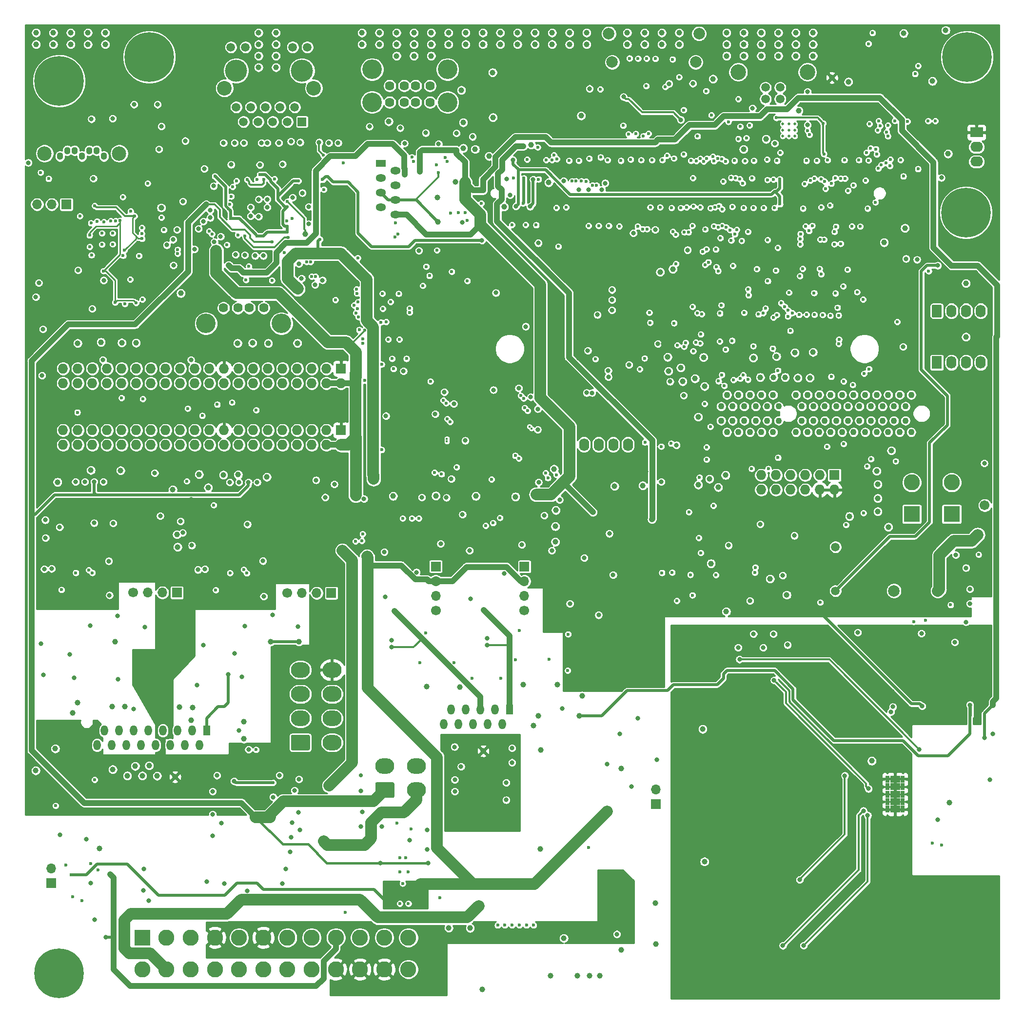
<source format=gbr>
G04 #@! TF.GenerationSoftware,KiCad,Pcbnew,5.1.5+dfsg1-2build2*
G04 #@! TF.CreationDate,2021-02-17T11:04:06+00:00*
G04 #@! TF.ProjectId,HILTOP_Motherboard,48494c54-4f50-45f4-9d6f-74686572626f,Rev C*
G04 #@! TF.SameCoordinates,Original*
G04 #@! TF.FileFunction,Copper,L4,Inr*
G04 #@! TF.FilePolarity,Positive*
%FSLAX46Y46*%
G04 Gerber Fmt 4.6, Leading zero omitted, Abs format (unit mm)*
G04 Created by KiCad (PCBNEW 5.1.5+dfsg1-2build2) date 2021-02-17 11:04:06*
%MOMM*%
%LPD*%
G04 APERTURE LIST*
%ADD10C,8.600000*%
%ADD11R,2.800000X2.800000*%
%ADD12C,2.800000*%
%ADD13R,1.700000X1.700000*%
%ADD14O,1.700000X1.700000*%
%ADD15C,1.620000*%
%ADD16C,3.400000*%
%ADD17R,1.800000X1.300000*%
%ADD18O,1.800000X1.300000*%
%ADD19R,1.300000X1.800000*%
%ADD20O,1.300000X1.800000*%
%ADD21R,2.200000X1.740000*%
%ADD22O,2.200000X1.740000*%
%ADD23C,1.520000*%
%ADD24C,3.850000*%
%ADD25C,2.540000*%
%ADD26R,1.520000X1.520000*%
%ADD27C,2.000000*%
%ADD28R,1.740000X2.200000*%
%ADD29O,1.740000X2.200000*%
%ADD30C,2.700000*%
%ADD31R,0.800000X1.300000*%
%ADD32C,1.700000*%
%ADD33C,2.500000*%
%ADD34O,1.100000X1.300000*%
%ADD35C,0.100000*%
%ADD36O,3.300000X2.700000*%
%ADD37C,1.100000*%
%ADD38C,1.000000*%
%ADD39C,1.710000*%
%ADD40C,0.500000*%
%ADD41R,1.727200X1.727200*%
%ADD42O,1.727200X1.727200*%
%ADD43C,0.800000*%
%ADD44C,0.600000*%
%ADD45C,0.700000*%
%ADD46C,0.400000*%
%ADD47C,0.500000*%
%ADD48C,2.000000*%
%ADD49C,1.000000*%
%ADD50C,0.250000*%
%ADD51C,0.360000*%
%ADD52C,0.400000*%
%ADD53C,0.254000*%
G04 APERTURE END LIST*
D10*
X56350000Y-60160000D03*
X72000000Y-56000000D03*
X214000000Y-56000000D03*
X213830000Y-83020000D03*
X213830000Y-215100000D03*
X56350000Y-215100000D03*
D11*
X70800000Y-208900000D03*
D12*
X75000000Y-208900000D03*
X79200000Y-208900000D03*
X83400000Y-208900000D03*
X87600000Y-208900000D03*
X91800000Y-208900000D03*
X96000000Y-208900000D03*
X100200000Y-208900000D03*
X104400000Y-208900000D03*
X108600000Y-208900000D03*
X112800000Y-208900000D03*
X117000000Y-208900000D03*
X70800000Y-214400000D03*
X75000000Y-214400000D03*
X79200000Y-214400000D03*
X83400000Y-214400000D03*
X87600000Y-214400000D03*
X91800000Y-214400000D03*
X96000000Y-214400000D03*
X100200000Y-214400000D03*
X104400000Y-214400000D03*
X108600000Y-214400000D03*
X112800000Y-214400000D03*
X117000000Y-214400000D03*
D11*
X204400000Y-135375000D03*
D12*
X204400000Y-129875000D03*
D11*
X211325000Y-135375000D03*
D12*
X211325000Y-129875000D03*
D13*
X55000000Y-199450000D03*
D14*
X55000000Y-196910000D03*
D13*
X160000000Y-185750000D03*
D14*
X160000000Y-183210000D03*
D15*
X113750000Y-63850000D03*
X116250000Y-63850000D03*
X118250000Y-63850000D03*
X120750000Y-63850000D03*
D16*
X110700000Y-58150000D03*
X110700000Y-63850000D03*
D15*
X120750000Y-61000000D03*
X118250000Y-61000000D03*
X116250000Y-61000000D03*
D16*
X123800000Y-63850000D03*
D15*
X113750000Y-61000000D03*
D16*
X123800000Y-58150000D03*
D17*
X112225000Y-74475000D03*
D18*
X112225000Y-77015000D03*
X112225000Y-79555000D03*
X112225000Y-82095000D03*
X114765000Y-75745000D03*
X114765000Y-78285000D03*
X114765000Y-80825000D03*
X114765000Y-83365000D03*
D19*
X134610000Y-169280000D03*
D20*
X132070000Y-169280000D03*
X129530000Y-169280000D03*
X126990000Y-169280000D03*
X124450000Y-169280000D03*
X133340000Y-171820000D03*
X130800000Y-171820000D03*
X128260000Y-171820000D03*
X125720000Y-171820000D03*
X123180000Y-171820000D03*
D19*
X81992198Y-172950000D03*
D20*
X79452198Y-172950000D03*
X76912198Y-172950000D03*
X74372198Y-172950000D03*
X71832198Y-172950000D03*
X69292198Y-172950000D03*
X66752198Y-172950000D03*
X64212198Y-172950000D03*
X80722198Y-175490000D03*
X78182198Y-175490000D03*
X75642198Y-175490000D03*
X73102198Y-175490000D03*
X70562198Y-175490000D03*
X68022198Y-175490000D03*
X65482198Y-175490000D03*
X62942198Y-175490000D03*
D21*
X215646000Y-69088000D03*
D22*
X215646000Y-71628000D03*
X215646000Y-74168000D03*
D23*
X87100000Y-64710000D03*
X88370000Y-67250000D03*
D24*
X87090000Y-58360000D03*
X98530000Y-58360000D03*
D23*
X89640000Y-64710000D03*
X90910000Y-67250000D03*
X92180000Y-64710000D03*
X93450000Y-67250000D03*
X94720000Y-64710000D03*
X95990000Y-67250000D03*
X97260000Y-64710000D03*
D25*
X85060000Y-61410000D03*
X100560000Y-61410000D03*
D23*
X96900000Y-54300000D03*
X88720000Y-54300000D03*
X99440000Y-54300000D03*
X86180000Y-54300000D03*
D26*
X98530000Y-67250000D03*
D27*
X167480000Y-51940000D03*
X151780000Y-51940000D03*
X166880000Y-56890000D03*
X152380000Y-56890000D03*
D28*
X144950000Y-123300000D03*
D29*
X147490000Y-123300000D03*
X150030000Y-123300000D03*
X152570000Y-123300000D03*
X155110000Y-123300000D03*
D23*
X181540000Y-63300000D03*
X179000000Y-63300000D03*
X179000000Y-61300000D03*
X181540000Y-61300000D03*
D30*
X186270000Y-58600000D03*
X174270000Y-58600000D03*
D28*
X208750000Y-109050000D03*
D29*
X211290000Y-109050000D03*
X213830000Y-109050000D03*
X216370000Y-109050000D03*
D23*
X191140000Y-148700000D03*
D27*
X201300000Y-148700000D03*
X208920000Y-148700000D03*
D23*
X191140000Y-141080000D03*
D31*
X200200000Y-186600000D03*
D17*
X201500000Y-181400000D03*
X201500000Y-182700000D03*
X201500000Y-186600000D03*
X201500000Y-185300000D03*
X201500000Y-184000000D03*
D31*
X202800000Y-186600000D03*
X202800000Y-185300000D03*
X202800000Y-184000000D03*
X202800000Y-182700000D03*
X202800000Y-181400000D03*
X200200000Y-181400000D03*
X200200000Y-182700000D03*
X200200000Y-184000000D03*
X200200000Y-185300000D03*
D32*
X96000000Y-149075000D03*
D14*
X98540000Y-149075000D03*
X101080000Y-149075000D03*
D13*
X103620000Y-149075000D03*
D32*
X69200000Y-149000000D03*
D14*
X71740000Y-149000000D03*
X74280000Y-149000000D03*
D13*
X76820000Y-149000000D03*
D32*
X137150000Y-152100000D03*
D14*
X137150000Y-149560000D03*
X137150000Y-147020000D03*
D13*
X137150000Y-144480000D03*
D32*
X121750000Y-152075000D03*
D14*
X121750000Y-149535000D03*
X121750000Y-146995000D03*
D13*
X121750000Y-144455000D03*
D33*
X66790000Y-72740000D03*
D34*
X62850000Y-72240000D03*
D33*
X53830000Y-72740000D03*
D34*
X61580000Y-72240000D03*
X59040000Y-72240000D03*
X57770000Y-72240000D03*
X56500000Y-73240000D03*
X60310000Y-73240000D03*
X64120000Y-73240000D03*
G04 #@! TA.AperFunction,ViaPad*
D35*
G36*
X99674503Y-173676204D02*
G01*
X99698772Y-173679804D01*
X99722570Y-173685765D01*
X99745670Y-173694030D01*
X99767849Y-173704520D01*
X99788892Y-173717133D01*
X99808598Y-173731748D01*
X99826776Y-173748224D01*
X99843252Y-173766402D01*
X99857867Y-173786108D01*
X99870480Y-173807151D01*
X99880970Y-173829330D01*
X99889235Y-173852430D01*
X99895196Y-173876228D01*
X99898796Y-173900497D01*
X99900000Y-173925001D01*
X99900000Y-176124999D01*
X99898796Y-176149503D01*
X99895196Y-176173772D01*
X99889235Y-176197570D01*
X99880970Y-176220670D01*
X99870480Y-176242849D01*
X99857867Y-176263892D01*
X99843252Y-176283598D01*
X99826776Y-176301776D01*
X99808598Y-176318252D01*
X99788892Y-176332867D01*
X99767849Y-176345480D01*
X99745670Y-176355970D01*
X99722570Y-176364235D01*
X99698772Y-176370196D01*
X99674503Y-176373796D01*
X99649999Y-176375000D01*
X96850001Y-176375000D01*
X96825497Y-176373796D01*
X96801228Y-176370196D01*
X96777430Y-176364235D01*
X96754330Y-176355970D01*
X96732151Y-176345480D01*
X96711108Y-176332867D01*
X96691402Y-176318252D01*
X96673224Y-176301776D01*
X96656748Y-176283598D01*
X96642133Y-176263892D01*
X96629520Y-176242849D01*
X96619030Y-176220670D01*
X96610765Y-176197570D01*
X96604804Y-176173772D01*
X96601204Y-176149503D01*
X96600000Y-176124999D01*
X96600000Y-173925001D01*
X96601204Y-173900497D01*
X96604804Y-173876228D01*
X96610765Y-173852430D01*
X96619030Y-173829330D01*
X96629520Y-173807151D01*
X96642133Y-173786108D01*
X96656748Y-173766402D01*
X96673224Y-173748224D01*
X96691402Y-173731748D01*
X96711108Y-173717133D01*
X96732151Y-173704520D01*
X96754330Y-173694030D01*
X96777430Y-173685765D01*
X96801228Y-173679804D01*
X96825497Y-173676204D01*
X96850001Y-173675000D01*
X99649999Y-173675000D01*
X99674503Y-173676204D01*
G37*
G04 #@! TD.AperFunction*
D36*
X98250000Y-170825000D03*
X98250000Y-166625000D03*
X98250000Y-162425000D03*
X103750000Y-175025000D03*
X103750000Y-170825000D03*
X103750000Y-166625000D03*
X103750000Y-162425000D03*
G04 #@! TA.AperFunction,ViaPad*
D35*
G36*
X114324503Y-181951204D02*
G01*
X114348772Y-181954804D01*
X114372570Y-181960765D01*
X114395670Y-181969030D01*
X114417849Y-181979520D01*
X114438892Y-181992133D01*
X114458598Y-182006748D01*
X114476776Y-182023224D01*
X114493252Y-182041402D01*
X114507867Y-182061108D01*
X114520480Y-182082151D01*
X114530970Y-182104330D01*
X114539235Y-182127430D01*
X114545196Y-182151228D01*
X114548796Y-182175497D01*
X114550000Y-182200001D01*
X114550000Y-184399999D01*
X114548796Y-184424503D01*
X114545196Y-184448772D01*
X114539235Y-184472570D01*
X114530970Y-184495670D01*
X114520480Y-184517849D01*
X114507867Y-184538892D01*
X114493252Y-184558598D01*
X114476776Y-184576776D01*
X114458598Y-184593252D01*
X114438892Y-184607867D01*
X114417849Y-184620480D01*
X114395670Y-184630970D01*
X114372570Y-184639235D01*
X114348772Y-184645196D01*
X114324503Y-184648796D01*
X114299999Y-184650000D01*
X111500001Y-184650000D01*
X111475497Y-184648796D01*
X111451228Y-184645196D01*
X111427430Y-184639235D01*
X111404330Y-184630970D01*
X111382151Y-184620480D01*
X111361108Y-184607867D01*
X111341402Y-184593252D01*
X111323224Y-184576776D01*
X111306748Y-184558598D01*
X111292133Y-184538892D01*
X111279520Y-184517849D01*
X111269030Y-184495670D01*
X111260765Y-184472570D01*
X111254804Y-184448772D01*
X111251204Y-184424503D01*
X111250000Y-184399999D01*
X111250000Y-182200001D01*
X111251204Y-182175497D01*
X111254804Y-182151228D01*
X111260765Y-182127430D01*
X111269030Y-182104330D01*
X111279520Y-182082151D01*
X111292133Y-182061108D01*
X111306748Y-182041402D01*
X111323224Y-182023224D01*
X111341402Y-182006748D01*
X111361108Y-181992133D01*
X111382151Y-181979520D01*
X111404330Y-181969030D01*
X111427430Y-181960765D01*
X111451228Y-181954804D01*
X111475497Y-181951204D01*
X111500001Y-181950000D01*
X114299999Y-181950000D01*
X114324503Y-181951204D01*
G37*
G04 #@! TD.AperFunction*
D36*
X112900000Y-179100000D03*
X118400000Y-183300000D03*
X118400000Y-179100000D03*
G04 #@! TA.AperFunction,ViaPad*
D35*
G36*
X209394505Y-99001204D02*
G01*
X209418773Y-99004804D01*
X209442572Y-99010765D01*
X209465671Y-99019030D01*
X209487850Y-99029520D01*
X209508893Y-99042132D01*
X209528599Y-99056747D01*
X209546777Y-99073223D01*
X209563253Y-99091401D01*
X209577868Y-99111107D01*
X209590480Y-99132150D01*
X209600970Y-99154329D01*
X209609235Y-99177428D01*
X209615196Y-99201227D01*
X209618796Y-99225495D01*
X209620000Y-99249999D01*
X209620000Y-100950001D01*
X209618796Y-100974505D01*
X209615196Y-100998773D01*
X209609235Y-101022572D01*
X209600970Y-101045671D01*
X209590480Y-101067850D01*
X209577868Y-101088893D01*
X209563253Y-101108599D01*
X209546777Y-101126777D01*
X209528599Y-101143253D01*
X209508893Y-101157868D01*
X209487850Y-101170480D01*
X209465671Y-101180970D01*
X209442572Y-101189235D01*
X209418773Y-101195196D01*
X209394505Y-101198796D01*
X209370001Y-101200000D01*
X208129999Y-101200000D01*
X208105495Y-101198796D01*
X208081227Y-101195196D01*
X208057428Y-101189235D01*
X208034329Y-101180970D01*
X208012150Y-101170480D01*
X207991107Y-101157868D01*
X207971401Y-101143253D01*
X207953223Y-101126777D01*
X207936747Y-101108599D01*
X207922132Y-101088893D01*
X207909520Y-101067850D01*
X207899030Y-101045671D01*
X207890765Y-101022572D01*
X207884804Y-100998773D01*
X207881204Y-100974505D01*
X207880000Y-100950001D01*
X207880000Y-99249999D01*
X207881204Y-99225495D01*
X207884804Y-99201227D01*
X207890765Y-99177428D01*
X207899030Y-99154329D01*
X207909520Y-99132150D01*
X207922132Y-99111107D01*
X207936747Y-99091401D01*
X207953223Y-99073223D01*
X207971401Y-99056747D01*
X207991107Y-99042132D01*
X208012150Y-99029520D01*
X208034329Y-99019030D01*
X208057428Y-99010765D01*
X208081227Y-99004804D01*
X208105495Y-99001204D01*
X208129999Y-99000000D01*
X209370001Y-99000000D01*
X209394505Y-99001204D01*
G37*
G04 #@! TD.AperFunction*
D29*
X211290000Y-100100000D03*
X213830000Y-100100000D03*
X216370000Y-100100000D03*
D37*
X171300000Y-116660000D03*
X172300000Y-114660000D03*
X171300000Y-119140000D03*
X172300000Y-121140000D03*
X173300000Y-116660000D03*
X174300000Y-114660000D03*
X173300000Y-119140000D03*
X174300000Y-121140000D03*
X175300000Y-116660000D03*
X176300000Y-114660000D03*
X175300000Y-119140000D03*
X176300000Y-121140000D03*
X177300000Y-116660000D03*
X178300000Y-114660000D03*
X177300000Y-119140000D03*
X178300000Y-121140000D03*
X179300000Y-116660000D03*
X180300000Y-114660000D03*
X179300000Y-119140000D03*
X180300000Y-121140000D03*
X181300000Y-116660000D03*
X181300000Y-119140000D03*
X184300000Y-114660000D03*
X184300000Y-121140000D03*
X185300000Y-116660000D03*
X186300000Y-114660000D03*
X185300000Y-119140000D03*
X186300000Y-121140000D03*
X187300000Y-116660000D03*
X188300000Y-114660000D03*
X187300000Y-119140000D03*
X188300000Y-121140000D03*
X189300000Y-116660000D03*
X190300000Y-114660000D03*
X189300000Y-119140000D03*
X190300000Y-121140000D03*
X191300000Y-116660000D03*
X192300000Y-114660000D03*
X191300000Y-119140000D03*
X192300000Y-121140000D03*
X193300000Y-116660000D03*
X193300000Y-119140000D03*
X194300000Y-114660000D03*
X194300000Y-121140000D03*
X195300000Y-116660000D03*
X196300000Y-114660000D03*
X195300000Y-119140000D03*
X196300000Y-121140000D03*
X197300000Y-116660000D03*
X198300000Y-114660000D03*
X197300000Y-119140000D03*
X198300000Y-121140000D03*
X199300000Y-116660000D03*
X200300000Y-114660000D03*
X199300000Y-119140000D03*
X200300000Y-121140000D03*
X201300000Y-116660000D03*
X202300000Y-114660000D03*
X201300000Y-119140000D03*
X202300000Y-121140000D03*
X203300000Y-116660000D03*
X203300000Y-119140000D03*
X204300000Y-114660000D03*
X204300000Y-121140000D03*
D13*
X57610000Y-81590000D03*
D14*
X55070000Y-81590000D03*
X52530000Y-81590000D03*
D38*
X168100000Y-172700000D03*
X168400000Y-195700000D03*
X212375000Y-140025000D03*
X169540000Y-143940000D03*
X179800000Y-146600000D03*
X172200000Y-152300000D03*
X182700000Y-149400000D03*
X90500000Y-188000000D03*
X130000000Y-176500000D03*
X103250000Y-182500000D03*
X76500000Y-181000000D03*
X150250000Y-215500000D03*
X139540000Y-170430000D03*
X154000000Y-179500000D03*
X213800000Y-95300000D03*
X213800000Y-104600000D03*
D39*
X217075000Y-133850000D03*
X215875000Y-138950000D03*
D40*
X184100000Y-67640000D03*
X184100000Y-68690000D03*
X184100000Y-69740000D03*
X183050000Y-67640000D03*
X183050000Y-68690000D03*
X183050000Y-69740000D03*
X182000000Y-67640000D03*
X182000000Y-68690000D03*
X182000000Y-69740000D03*
D41*
X105300000Y-110100000D03*
D42*
X105300000Y-112640000D03*
X102760000Y-110100000D03*
X102760000Y-112640000D03*
X100220000Y-110100000D03*
X100220000Y-112640000D03*
X97680000Y-110100000D03*
X97680000Y-112640000D03*
X95140000Y-110100000D03*
X95140000Y-112640000D03*
X92600000Y-110100000D03*
X92600000Y-112640000D03*
X90060000Y-110100000D03*
X90060000Y-112640000D03*
X87520000Y-110100000D03*
X87520000Y-112640000D03*
X84980000Y-110100000D03*
X84980000Y-112640000D03*
X82440000Y-110100000D03*
X82440000Y-112640000D03*
X79900000Y-110100000D03*
X79900000Y-112640000D03*
X77360000Y-110100000D03*
X77360000Y-112640000D03*
X74820000Y-110100000D03*
X74820000Y-112640000D03*
X72280000Y-110100000D03*
X72280000Y-112640000D03*
X69740000Y-110100000D03*
X69740000Y-112640000D03*
X67200000Y-110100000D03*
X67200000Y-112640000D03*
X64660000Y-110100000D03*
X64660000Y-112640000D03*
X62120000Y-110100000D03*
X62120000Y-112640000D03*
X59580000Y-110100000D03*
X59580000Y-112640000D03*
X57040000Y-110100000D03*
X57040000Y-112640000D03*
X57040000Y-123340000D03*
X57040000Y-120800000D03*
X59580000Y-123340000D03*
X59580000Y-120800000D03*
X62120000Y-123340000D03*
X62120000Y-120800000D03*
X64660000Y-123340000D03*
X64660000Y-120800000D03*
X67200000Y-123340000D03*
X67200000Y-120800000D03*
X69740000Y-123340000D03*
X69740000Y-120800000D03*
X72280000Y-123340000D03*
X72280000Y-120800000D03*
X74820000Y-123340000D03*
X74820000Y-120800000D03*
X77360000Y-123340000D03*
X77360000Y-120800000D03*
X79900000Y-123340000D03*
X79900000Y-120800000D03*
X82440000Y-123340000D03*
X82440000Y-120800000D03*
X84980000Y-123340000D03*
X84980000Y-120800000D03*
X87520000Y-123340000D03*
X87520000Y-120800000D03*
X90060000Y-123340000D03*
X90060000Y-120800000D03*
X92600000Y-123340000D03*
X92600000Y-120800000D03*
X95140000Y-123340000D03*
X95140000Y-120800000D03*
X97680000Y-123340000D03*
X97680000Y-120800000D03*
X100220000Y-123340000D03*
X100220000Y-120800000D03*
X102760000Y-123340000D03*
X102760000Y-120800000D03*
X105300000Y-123340000D03*
D41*
X105300000Y-120800000D03*
X190970000Y-128600000D03*
D42*
X190970000Y-131140000D03*
X188430000Y-128600000D03*
X188430000Y-131140000D03*
X185890000Y-128600000D03*
X185890000Y-131140000D03*
X183350000Y-128600000D03*
X183350000Y-131140000D03*
X180810000Y-128600000D03*
X180810000Y-131140000D03*
X178270000Y-128600000D03*
X178270000Y-131140000D03*
D38*
X168420000Y-113180000D03*
X166780000Y-111840000D03*
X164610000Y-112340000D03*
X164280000Y-109950000D03*
X162150000Y-110540000D03*
X162020000Y-108110000D03*
X76800000Y-138900000D03*
X76925000Y-141075000D03*
X135590000Y-132340000D03*
X121750000Y-132175000D03*
X184090000Y-107330000D03*
X187270000Y-107250000D03*
X180920000Y-107970000D03*
X168230000Y-108130000D03*
X176880000Y-108220000D03*
X63325000Y-193400000D03*
X142830000Y-164980000D03*
X136940000Y-164940000D03*
X125940000Y-165370000D03*
X120160000Y-165300000D03*
X88425000Y-174400000D03*
X88400000Y-171375000D03*
X77275000Y-168900000D03*
X79525000Y-168925000D03*
X67750000Y-168800000D03*
X65600000Y-168800000D03*
X58675000Y-169925000D03*
X59550000Y-168125000D03*
X198500000Y-130200000D03*
X198300000Y-127900000D03*
X198500000Y-132600000D03*
X198500000Y-134900000D03*
X203200000Y-85700000D03*
X210710000Y-72810000D03*
X167310000Y-118500000D03*
X210900000Y-185500000D03*
X193590000Y-135730000D03*
X52300000Y-179900000D03*
X82225000Y-130750000D03*
X56075000Y-129800000D03*
X128700000Y-132250000D03*
X114350000Y-132250000D03*
X162900000Y-92800000D03*
X160700000Y-93320000D03*
X180400000Y-111600000D03*
X178100000Y-111600000D03*
X182400000Y-111600000D03*
X184600000Y-111700000D03*
X186700000Y-111700000D03*
X142500000Y-140200000D03*
X142500000Y-137500000D03*
X142600000Y-134700000D03*
X92425000Y-128925000D03*
X92660000Y-105680000D03*
X61880000Y-127740000D03*
X97720000Y-105670000D03*
X69720000Y-105640000D03*
X67220000Y-105610000D03*
X67030000Y-127790000D03*
X87360000Y-105680000D03*
X87450000Y-128525000D03*
X84875000Y-128550000D03*
X80650000Y-128450000D03*
X59570000Y-105690000D03*
X89910000Y-105660000D03*
X167325000Y-130275000D03*
X172070000Y-128610000D03*
X169280000Y-129260000D03*
X170790000Y-130720000D03*
X175180000Y-72020000D03*
X179100000Y-70270000D03*
X76100000Y-131125000D03*
X197450000Y-178225000D03*
X63625000Y-105500000D03*
X55700000Y-176100000D03*
X147150000Y-166900000D03*
X169900000Y-59800000D03*
X159970000Y-210010000D03*
X200850000Y-124330000D03*
X190550000Y-59600000D03*
D16*
X94942000Y-102268000D03*
D15*
X84892000Y-99568000D03*
X87392000Y-99568000D03*
X89392000Y-99568000D03*
X91892000Y-99568000D03*
D16*
X81842000Y-102268000D03*
D38*
X200330000Y-137600000D03*
D43*
X139540000Y-88300000D03*
X113500000Y-199500000D03*
X113200000Y-202700000D03*
X217000000Y-174200000D03*
X119300000Y-202900000D03*
D38*
X119100000Y-199600000D03*
D43*
X218500000Y-168500000D03*
D38*
X74080000Y-82180000D03*
D43*
X119380000Y-72150000D03*
X125330000Y-72170000D03*
X119005516Y-75909225D03*
D38*
X126840000Y-77760000D03*
D43*
X219200000Y-95600000D03*
X219100000Y-104600000D03*
D38*
X151400000Y-187100000D03*
X150040000Y-188460000D03*
X160350000Y-70340000D03*
X129970000Y-79150000D03*
D44*
X165690000Y-135020000D03*
D38*
X149030000Y-135020000D03*
X109910001Y-149430000D03*
X116130000Y-171750000D03*
X114850000Y-170470000D03*
X83640000Y-89620000D03*
X107860000Y-132130000D03*
X139200000Y-131950000D03*
X141800000Y-131950000D03*
X109810000Y-142750000D03*
X109910001Y-144590000D03*
D44*
X58440000Y-198015000D03*
X109413183Y-103438808D03*
X65650000Y-88500000D03*
X63800000Y-88550000D03*
X65650000Y-86600000D03*
X63800000Y-86600000D03*
D43*
X92500000Y-82100000D03*
X91000000Y-83700000D03*
X89600000Y-83600000D03*
X89600000Y-82100000D03*
X92500000Y-80700000D03*
X91000000Y-80700000D03*
D44*
X115310000Y-97100000D03*
X112500000Y-97080000D03*
X112560000Y-99690000D03*
D43*
X83750000Y-180750000D03*
D38*
X199588655Y-88210842D03*
D43*
X160100000Y-178000000D03*
X201000000Y-173500000D03*
X218500000Y-173500000D03*
X120300000Y-193600000D03*
D44*
X166304941Y-149449990D03*
D43*
X201034307Y-166165693D03*
D44*
X153900000Y-74000000D03*
X155600000Y-73800000D03*
X151600000Y-73900000D03*
X159300000Y-73900000D03*
X157400000Y-73900000D03*
X161100000Y-73900000D03*
X177000000Y-74000000D03*
X179300000Y-73800000D03*
X181000000Y-74000000D03*
X186100000Y-74000000D03*
X187900000Y-74000000D03*
X189800000Y-73900000D03*
X194000000Y-85400000D03*
X178700000Y-82200000D03*
X176900000Y-82200000D03*
X164300000Y-82200000D03*
X162700000Y-82200000D03*
X160700000Y-82100000D03*
X159000000Y-82100000D03*
X156800000Y-85400000D03*
X153600000Y-85400000D03*
X151800000Y-85300000D03*
D43*
X94599990Y-180708576D03*
X95100000Y-199500000D03*
X95700000Y-197000000D03*
X96500000Y-194000000D03*
X96600000Y-191500000D03*
X96800000Y-188900000D03*
X98000000Y-181400000D03*
X98200000Y-190200000D03*
X143740000Y-169130000D03*
X151500000Y-178800000D03*
X155700002Y-182700000D03*
X135000000Y-176000000D03*
X135000000Y-178500000D03*
X134000000Y-182000000D03*
X134000000Y-185000000D03*
D38*
X159863596Y-202886404D03*
X154000000Y-211000000D03*
X144000000Y-209000000D03*
D44*
X209600000Y-192800000D03*
X167420000Y-139500000D03*
D43*
X184000000Y-139100000D03*
X176300000Y-150400000D03*
X182000000Y-146000000D03*
X178100000Y-137100000D03*
X172600000Y-140800000D03*
D44*
X167750000Y-142090000D03*
X188600000Y-156200000D03*
X188500000Y-150700000D03*
X206800000Y-153800000D03*
D43*
X213800000Y-144700000D03*
X214500000Y-148400000D03*
X214500000Y-150900000D03*
X217500000Y-155600000D03*
X206600000Y-169900000D03*
X215000000Y-164000000D03*
X209500000Y-168500000D03*
X218000000Y-181500000D03*
D44*
X208000000Y-192500000D03*
D43*
X166380000Y-60610000D03*
D44*
X197590000Y-51814000D03*
X196900000Y-53684000D03*
X142700000Y-82175000D03*
X143025000Y-88900000D03*
X137625000Y-73800000D03*
D38*
X141375000Y-77800000D03*
D44*
X139175000Y-85175000D03*
X137350000Y-85150000D03*
X134975000Y-85150000D03*
D43*
X83200000Y-78400000D03*
X77850000Y-81050000D03*
X81550000Y-75400000D03*
X96600000Y-70650000D03*
X96900000Y-80400000D03*
X99700000Y-82000000D03*
X82600000Y-83900000D03*
X99700000Y-85000000D03*
X91800000Y-90500000D03*
X90400000Y-90500000D03*
X88600000Y-90400000D03*
X87000000Y-90300000D03*
X104800000Y-70900000D03*
X103200000Y-70900000D03*
X98600000Y-79600000D03*
X86198096Y-74674990D03*
X120250000Y-190250000D03*
D45*
X108750000Y-180750000D03*
D43*
X117250000Y-192000000D03*
X84500000Y-189000000D03*
X83000000Y-183500000D03*
X83000000Y-187500000D03*
X83000000Y-191250000D03*
X93500000Y-184500000D03*
X89250000Y-176250000D03*
X85000000Y-199500000D03*
X89000000Y-200750000D03*
D44*
X62500000Y-181500000D03*
X55750000Y-186000000D03*
D43*
X71900000Y-202500000D03*
X71000000Y-200700000D03*
X61800000Y-199400000D03*
X62500000Y-205800000D03*
D44*
X117000000Y-197500000D03*
X115500000Y-197500000D03*
X116500000Y-195000000D03*
X115500000Y-195000000D03*
X158299990Y-61031217D03*
X161900000Y-73100000D03*
X163100000Y-73600000D03*
X117500000Y-190000000D03*
X115000000Y-189000000D03*
X116000000Y-199500000D03*
X115500000Y-203000000D03*
X117000000Y-203000000D03*
X122500000Y-202000000D03*
X148250000Y-193250000D03*
X189200000Y-87700000D03*
X148300010Y-85300000D03*
X195225010Y-73900002D03*
X192696977Y-73903886D03*
D43*
X209550000Y-76962000D03*
D44*
X208500000Y-67100000D03*
X207250000Y-67090000D03*
X202450000Y-73890000D03*
X188489071Y-87684124D03*
X144740000Y-156220000D03*
X144670000Y-162530000D03*
X165960285Y-145885010D03*
D43*
X59630000Y-93030000D03*
D44*
X71720000Y-77940000D03*
X74130000Y-83880000D03*
X146600000Y-74000000D03*
X144900000Y-74000000D03*
X144400000Y-82100000D03*
X142774998Y-73700000D03*
X150025010Y-85300000D03*
D43*
X65100000Y-149450000D03*
X64975000Y-143525000D03*
X91875000Y-149650000D03*
X89050000Y-137150000D03*
X87575000Y-129850000D03*
X86000000Y-129850000D03*
X90750000Y-129850000D03*
X81675000Y-144900000D03*
X55050000Y-144850000D03*
X53775000Y-144900000D03*
X80450000Y-145025000D03*
D44*
X88925000Y-145625000D03*
X86025000Y-145600000D03*
X59250000Y-145550000D03*
X62125000Y-145550000D03*
D43*
X60820000Y-129750022D03*
X59190000Y-129750022D03*
X64025000Y-129750022D03*
X62410000Y-136910000D03*
X79400000Y-140800000D03*
X54000000Y-139500000D03*
X125050010Y-181500000D03*
X125050010Y-183500000D03*
X91750000Y-143500000D03*
X122600000Y-140500000D03*
X136700000Y-140700000D03*
X140600000Y-135600000D03*
X127600000Y-141700000D03*
X133600000Y-145700000D03*
X141900000Y-141700000D03*
X123600000Y-132500000D03*
X116330000Y-70990000D03*
X122250000Y-71070000D03*
D38*
X122040000Y-80370000D03*
D44*
X121850000Y-74710000D03*
X113900000Y-98500000D03*
X113520000Y-105030000D03*
X104320000Y-98160000D03*
D43*
X118815164Y-89605010D03*
X120000000Y-69170000D03*
D38*
X131680000Y-66480000D03*
X146980000Y-66200000D03*
D43*
X125350000Y-69240000D03*
X128150000Y-69840000D03*
D38*
X157700000Y-130400000D03*
X152800000Y-130500000D03*
D43*
X186300000Y-62000000D03*
X176760000Y-64880000D03*
D38*
X184770000Y-65330000D03*
D43*
X203390000Y-91030000D03*
X205310000Y-91180000D03*
X202900000Y-106300000D03*
D44*
X172078599Y-74105394D03*
X173625010Y-74000000D03*
X175425010Y-74026452D03*
X188390000Y-92780000D03*
X177490000Y-92800000D03*
X173350000Y-92230000D03*
X191150000Y-97030000D03*
X193240000Y-92900000D03*
X180250000Y-106610000D03*
X187441594Y-96968406D03*
X185440488Y-92756324D03*
X191235010Y-85436947D03*
X193330000Y-79200000D03*
X188681663Y-82098961D03*
X175280000Y-100400000D03*
X166480000Y-81940000D03*
X185508806Y-82297694D03*
X180580491Y-82202659D03*
X170051356Y-74082969D03*
X169965721Y-133885010D03*
X171054979Y-105382926D03*
X161605828Y-61160019D03*
X158700000Y-69300000D03*
X164800000Y-65200000D03*
X168261176Y-74130939D03*
X164800000Y-72900000D03*
X174300000Y-63300000D03*
X174300000Y-70200000D03*
X168700000Y-61900000D03*
X169600000Y-66100000D03*
D43*
X126400000Y-135424990D03*
D44*
X114160920Y-108375010D03*
X116665254Y-108375010D03*
X176876900Y-106188712D03*
D43*
X152350000Y-96425000D03*
X152350000Y-98175000D03*
X152325000Y-99950000D03*
D44*
X167200000Y-69749990D03*
X66160000Y-84470000D03*
X70720000Y-85630000D03*
X74550000Y-86020000D03*
X68690000Y-94620000D03*
X170365021Y-89407945D03*
X168734990Y-89386097D03*
X169470989Y-82230051D03*
X175179257Y-82197451D03*
X171461028Y-82409916D03*
X173229224Y-82013811D03*
X167664990Y-82080777D03*
X192990000Y-137230000D03*
D43*
X160323956Y-105774995D03*
D44*
X135280010Y-76975116D03*
D43*
X108750000Y-183399990D03*
X97224222Y-183349990D03*
X97883147Y-187170010D03*
X125030000Y-175779999D03*
X126140000Y-179220000D03*
X118406455Y-145461516D03*
X109291810Y-132723678D03*
D44*
X114790000Y-84790000D03*
D43*
X112826023Y-141926023D03*
D38*
X125192132Y-77675947D03*
D43*
X217829990Y-159473860D03*
D38*
X130987377Y-73233416D03*
D43*
X82558307Y-82601512D03*
D38*
X113600000Y-67200000D03*
D44*
X70828241Y-98078241D03*
X148410000Y-73620000D03*
X150370000Y-73410002D03*
D38*
X138329236Y-71251920D03*
D44*
X108200000Y-90890000D03*
X178618213Y-100462801D03*
X180786415Y-93057320D03*
X166293406Y-85306594D03*
X166060000Y-74000000D03*
X67750000Y-98875010D03*
D38*
X202400000Y-189400000D03*
X200500000Y-189400000D03*
X201600000Y-190900000D03*
X200400000Y-176700000D03*
X202400000Y-176700000D03*
X201600000Y-178300000D03*
D43*
X62300000Y-77100000D03*
D44*
X67400000Y-80300000D03*
D43*
X153200000Y-208300000D03*
D38*
X193400000Y-60300000D03*
X140000000Y-176300000D03*
X139900000Y-193500000D03*
D44*
X170407290Y-145919102D03*
X61895139Y-84833326D03*
D43*
X91197198Y-74699986D03*
D44*
X64125000Y-84638188D03*
D43*
X95150000Y-74600000D03*
X69350000Y-64250000D03*
X73450000Y-64250000D03*
X74100000Y-68050000D03*
X78250000Y-70550000D03*
X73700000Y-72000000D03*
X76150000Y-87700000D03*
X76200000Y-92150000D03*
X76830000Y-85970000D03*
X75050000Y-88650000D03*
X79850000Y-89350000D03*
X80550000Y-85800000D03*
X81400000Y-84550000D03*
X83300000Y-88100000D03*
X84400000Y-87150000D03*
X102100000Y-94750000D03*
X98000000Y-91900000D03*
X164800000Y-114750000D03*
X162450000Y-112350000D03*
X155300000Y-109450000D03*
X148150000Y-107000000D03*
X136150000Y-113500000D03*
X126850000Y-122600000D03*
X180600000Y-71000000D03*
X186300000Y-67800000D03*
X151150000Y-77900000D03*
X150550000Y-79050000D03*
X148270000Y-79050000D03*
X146570000Y-79040000D03*
X143950000Y-77510000D03*
X159850000Y-85960000D03*
X156050000Y-86570000D03*
X165460000Y-89510000D03*
X123250000Y-114170000D03*
X151890000Y-138760000D03*
X147540000Y-142950000D03*
X152550000Y-145910000D03*
X145040000Y-150900000D03*
X150030000Y-152900000D03*
X156860000Y-170810000D03*
X153690000Y-173530000D03*
X61090000Y-191780000D03*
X56510000Y-191080000D03*
X180820000Y-174990000D03*
X183820000Y-174990000D03*
X186820000Y-174990000D03*
X180820000Y-176990000D03*
X183820000Y-176990000D03*
X186820000Y-176990000D03*
X189820000Y-176990000D03*
X180820000Y-178990000D03*
X183820000Y-178990000D03*
X186820000Y-178990000D03*
X189820000Y-178990000D03*
X180820000Y-180990000D03*
X183820000Y-180990000D03*
X186820000Y-180990000D03*
X189820000Y-180990000D03*
X180820000Y-182990000D03*
X183820000Y-182990000D03*
X186820000Y-182990000D03*
X189820000Y-182990000D03*
X180820000Y-184990000D03*
X183820000Y-184990000D03*
X186820000Y-184990000D03*
X189820000Y-184990000D03*
X180820000Y-186990000D03*
X183820000Y-186990000D03*
X186820000Y-186990000D03*
X189820000Y-186990000D03*
X180820000Y-188990000D03*
X183820000Y-188990000D03*
X186820000Y-188990000D03*
X189820000Y-188990000D03*
X180820000Y-190990000D03*
X183820000Y-190990000D03*
X186820000Y-190990000D03*
X189820000Y-190990000D03*
X189030000Y-171520000D03*
X189030000Y-167520000D03*
X195030000Y-169520000D03*
X189030000Y-169520000D03*
X195030000Y-171520000D03*
X195030000Y-167520000D03*
X192030000Y-167520000D03*
X192030000Y-169520000D03*
X192030000Y-171520000D03*
X217170000Y-206120000D03*
X214170000Y-202120000D03*
X217170000Y-202120000D03*
X208170000Y-204120000D03*
X211170000Y-204120000D03*
X208170000Y-200120000D03*
X211170000Y-200120000D03*
X214170000Y-200120000D03*
X217170000Y-200120000D03*
X208170000Y-202120000D03*
X211170000Y-202120000D03*
X214170000Y-204120000D03*
X217170000Y-204120000D03*
X208170000Y-206120000D03*
X211170000Y-206120000D03*
X214170000Y-206120000D03*
X200370000Y-200480000D03*
X203370000Y-204480000D03*
X197370000Y-204480000D03*
X197370000Y-200480000D03*
X197370000Y-202480000D03*
X200370000Y-202480000D03*
X200370000Y-204480000D03*
X203370000Y-202480000D03*
X203370000Y-200480000D03*
X100980000Y-129470000D03*
X104140000Y-130190000D03*
X102540000Y-132440000D03*
X73910000Y-135680000D03*
X72960000Y-128230000D03*
X65730000Y-136960000D03*
X53940000Y-136390000D03*
X61960000Y-66790000D03*
X65640000Y-66690000D03*
X52830000Y-95210000D03*
X52310000Y-97660000D03*
X53540000Y-103270000D03*
X110236000Y-68072000D03*
X115570000Y-68326000D03*
X64090000Y-94760000D03*
X126360000Y-84740000D03*
X132170000Y-96940000D03*
X137350000Y-102800000D03*
X149830000Y-100750000D03*
X53390000Y-111300000D03*
D44*
X183080316Y-96884727D03*
X127240000Y-94870000D03*
D38*
X131620000Y-58680000D03*
D43*
X62100000Y-99720000D03*
D38*
X73375000Y-180825000D03*
X70800000Y-180800000D03*
X68200000Y-180775000D03*
X65675000Y-179700000D03*
X71975000Y-179025000D03*
X69575000Y-179125000D03*
D43*
X217000000Y-126550000D03*
D44*
X54525000Y-77125000D03*
D43*
X51000000Y-74350000D03*
D44*
X155380000Y-56225002D03*
X156880000Y-56250000D03*
X158380000Y-56274998D03*
X159880000Y-56300000D03*
X162880000Y-56400000D03*
D43*
X163550000Y-123375000D03*
X160900000Y-129750000D03*
D44*
X158075000Y-122925000D03*
D43*
X212050000Y-142450002D03*
X124880000Y-116190000D03*
X138250000Y-115050000D03*
X139610000Y-129860000D03*
D38*
X142307636Y-127541606D03*
D43*
X139450000Y-117100000D03*
X139450000Y-120700000D03*
X131750000Y-113800000D03*
X121650000Y-118000000D03*
X113100000Y-118300000D03*
X116150000Y-110550000D03*
D44*
X172559060Y-67239436D03*
D38*
X108950000Y-51800000D03*
X111950000Y-51800000D03*
X114950000Y-51800000D03*
X117950000Y-51800000D03*
X120950000Y-51800000D03*
X123950000Y-51800000D03*
X126950000Y-51800000D03*
X129950000Y-51800000D03*
X132950000Y-51800000D03*
X135950000Y-51800000D03*
X108950000Y-53800000D03*
X111950000Y-53800000D03*
X114950000Y-53800000D03*
X117950000Y-53800000D03*
X120950000Y-53800000D03*
X123950000Y-53800000D03*
X126950000Y-53800000D03*
X129950000Y-53800000D03*
X132950000Y-53800000D03*
X114950000Y-55800000D03*
X117950000Y-55800000D03*
X120950000Y-55800000D03*
X138950000Y-51800000D03*
X141950000Y-51800000D03*
X144950000Y-51800000D03*
X147950000Y-51800000D03*
X135950000Y-53800000D03*
X138950000Y-53800000D03*
X141950000Y-53800000D03*
X144950000Y-53800000D03*
X147950000Y-53800000D03*
X52350000Y-51800000D03*
X55350000Y-51800000D03*
X58350000Y-51800000D03*
X61350000Y-51800000D03*
X64350000Y-51800000D03*
X52350000Y-53800000D03*
X55350000Y-53800000D03*
X58350000Y-53800000D03*
X61350000Y-53800000D03*
X64350000Y-53800000D03*
X91000000Y-51800000D03*
X94000000Y-51800000D03*
X91000000Y-53800000D03*
X94000000Y-53800000D03*
X91000000Y-55800000D03*
X94000000Y-55800000D03*
X91000000Y-57800000D03*
X94000000Y-57800000D03*
X155000000Y-51800000D03*
X158000000Y-51800000D03*
X161000000Y-51800000D03*
X164000000Y-51800000D03*
X155000000Y-53800000D03*
X158000000Y-53800000D03*
X161000000Y-53800000D03*
X164000000Y-53800000D03*
X172250000Y-51800000D03*
X175250000Y-51800000D03*
X178250000Y-51800000D03*
X181250000Y-51800000D03*
X184250000Y-51800000D03*
X187250000Y-51800000D03*
X172250000Y-53800000D03*
X175250000Y-53800000D03*
X178250000Y-53800000D03*
X181250000Y-53800000D03*
X184250000Y-53800000D03*
X187250000Y-53800000D03*
X172250000Y-55800000D03*
X175250000Y-55800000D03*
X178250000Y-55800000D03*
X181250000Y-55800000D03*
X184250000Y-55800000D03*
X187250000Y-55800000D03*
X203000000Y-51900000D03*
X210300000Y-51350000D03*
X208000000Y-60200000D03*
D44*
X203650011Y-67186946D03*
X198097995Y-81213134D03*
X139600000Y-77225000D03*
X60300000Y-202525000D03*
X58675000Y-201800000D03*
X61850000Y-196050000D03*
D43*
X119328696Y-132455010D03*
X124450000Y-129224957D03*
D44*
X171100000Y-100500000D03*
X108458000Y-103378000D03*
D43*
X100787948Y-95532406D03*
X98453039Y-94461990D03*
D44*
X112350010Y-109375000D03*
D43*
X79248000Y-108605010D03*
X63940000Y-108605010D03*
D44*
X168757856Y-123724999D03*
X168774990Y-125888097D03*
X167540000Y-128980000D03*
X120100000Y-92380000D03*
X121960000Y-89560000D03*
X124530000Y-93250000D03*
X120650465Y-93977642D03*
D43*
X81980000Y-199160000D03*
D38*
X124000000Y-207210000D03*
X127710000Y-207250000D03*
X129850000Y-217890000D03*
D44*
X106030000Y-204530000D03*
D43*
X109003003Y-187109973D03*
X108730000Y-189610000D03*
X112430000Y-189610000D03*
D44*
X196898616Y-73932387D03*
D38*
X151250000Y-205000000D03*
D43*
X208900000Y-95200000D03*
D44*
X166300419Y-151901259D03*
D43*
X206200000Y-168700000D03*
X181100000Y-150600000D03*
D38*
X79500000Y-67500000D03*
X108000000Y-70000000D03*
D43*
X181800000Y-141200000D03*
D44*
X173900000Y-146199998D03*
D38*
X198638659Y-86710842D03*
D43*
X86752305Y-91347695D03*
X79600000Y-52900000D03*
X106000000Y-54300000D03*
X208900000Y-188400000D03*
D44*
X195675000Y-68650000D03*
X193975000Y-68700000D03*
X192275000Y-68675000D03*
X190600000Y-68700000D03*
X201422000Y-53594000D03*
D43*
X201168000Y-71120000D03*
D44*
X204750000Y-67339996D03*
X206000000Y-67409958D03*
X209750000Y-67100002D03*
X165990000Y-147740000D03*
X159470000Y-158560000D03*
D43*
X56680000Y-94560000D03*
D44*
X52850000Y-92490000D03*
X52840000Y-89980000D03*
X52820000Y-87580000D03*
X52840000Y-85260000D03*
D38*
X55610000Y-78650000D03*
D44*
X115950000Y-104325000D03*
X113225000Y-113025000D03*
D43*
X107060000Y-79970000D03*
D44*
X115650000Y-92960000D03*
X118870000Y-94080000D03*
X116640000Y-101910000D03*
X119570144Y-98299990D03*
D43*
X62775000Y-144850000D03*
X89475000Y-144875000D03*
X53200000Y-132075000D03*
X54275000Y-143900000D03*
X60500000Y-137000000D03*
X87000000Y-137250000D03*
X126500000Y-134400000D03*
X117200000Y-141800000D03*
X132500000Y-141700000D03*
D44*
X108122512Y-97798972D03*
X102160000Y-96000000D03*
X102180000Y-93500000D03*
X124900000Y-103880000D03*
X124870000Y-106320000D03*
X124850000Y-108810000D03*
D43*
X208800000Y-104500000D03*
D44*
X191420000Y-92850000D03*
X186800000Y-90690000D03*
X179460000Y-92840000D03*
X175510000Y-92870000D03*
X189260000Y-97010000D03*
X185170000Y-96910000D03*
X178040000Y-106360000D03*
X183291541Y-81404728D03*
X194580000Y-79280000D03*
X190770000Y-81220000D03*
X183188907Y-91830790D03*
X181065010Y-96897084D03*
X176790000Y-100480000D03*
X172580000Y-100470000D03*
X186945010Y-81364366D03*
X179255045Y-81551997D03*
X168610000Y-105250000D03*
X165800000Y-62200000D03*
X166800000Y-66600000D03*
X167600000Y-72900000D03*
X174300000Y-68900000D03*
X172200000Y-72900000D03*
X167700000Y-69000000D03*
X113050000Y-108375010D03*
X117900000Y-108375010D03*
X115689843Y-108375010D03*
X175311980Y-106400167D03*
X166807382Y-70950010D03*
D43*
X77752024Y-135249978D03*
D44*
X172589754Y-81206567D03*
X176095147Y-81481465D03*
X168088976Y-81207836D03*
D43*
X161273954Y-105780036D03*
D38*
X132010000Y-69170000D03*
D43*
X81100000Y-144020010D03*
X79264115Y-132825011D03*
D38*
X58975000Y-179725000D03*
X62300000Y-179650000D03*
X74750000Y-179025000D03*
D44*
X109540000Y-90740000D03*
X113146761Y-93014957D03*
X163311589Y-80758401D03*
D38*
X201700000Y-69800000D03*
X53200000Y-99600000D03*
D43*
X155194002Y-94488000D03*
D44*
X51475000Y-76050000D03*
X168925000Y-127575000D03*
D43*
X158250000Y-127950000D03*
X117950000Y-129050000D03*
X139560000Y-128080000D03*
D44*
X172380001Y-65150000D03*
D38*
X201350000Y-57200000D03*
D44*
X169400000Y-96400000D03*
D43*
X113794968Y-136025109D03*
D44*
X102804312Y-102785688D03*
D38*
X107921837Y-71451803D03*
D44*
X102630556Y-100309444D03*
D43*
X119825000Y-100800000D03*
X104800000Y-91925000D03*
D44*
X90290000Y-181260000D03*
D43*
X213800000Y-154100000D03*
D44*
X163600000Y-150400000D03*
D43*
X208900000Y-92200000D03*
D38*
X148450000Y-215500000D03*
X141650000Y-215500000D03*
X146340000Y-215500000D03*
D44*
X102300000Y-79000000D03*
X149475000Y-108450000D03*
X174625000Y-68075000D03*
X90525000Y-176275000D03*
X109400000Y-112150000D03*
X53150000Y-76050000D03*
X139450000Y-71675000D03*
X168450057Y-116194990D03*
X91200000Y-76400000D03*
X93500000Y-182000000D03*
D43*
X86750000Y-181750000D03*
D44*
X96000000Y-85400000D03*
X97900000Y-77500000D03*
X83400000Y-76700000D03*
X96000000Y-86400000D03*
X86100000Y-84000000D03*
X96000000Y-82000000D03*
X91800000Y-87100000D03*
D38*
X102320000Y-192180000D03*
X104120000Y-192800000D03*
X106270000Y-192800000D03*
X104400000Y-181350000D03*
X105550000Y-141700000D03*
X110950000Y-129275000D03*
D44*
X86020004Y-82620000D03*
X90720000Y-87060000D03*
D38*
X77470000Y-97028000D03*
X97789992Y-96266000D03*
D44*
X101619458Y-87650010D03*
X87158858Y-77500019D03*
X89000000Y-77300000D03*
X91860689Y-77292772D03*
X93738608Y-77158228D03*
D43*
X196750000Y-187675000D03*
X185624998Y-210275000D03*
X174500000Y-160600000D03*
X205675000Y-176200000D03*
X176930000Y-156150000D03*
X180380000Y-156170000D03*
X178620000Y-158560000D03*
X174250000Y-158520000D03*
X182840000Y-158070000D03*
X195020000Y-155930000D03*
X206080000Y-156080000D03*
X211870000Y-157600000D03*
X214500000Y-168500000D03*
D38*
X146670000Y-170400000D03*
X138678180Y-172108180D03*
D43*
X86800000Y-159600000D03*
X81400000Y-158100000D03*
X93400000Y-152900000D03*
X97800000Y-154900000D03*
X88600000Y-154800000D03*
X80325000Y-165075000D03*
X88050000Y-163600000D03*
D38*
X79275000Y-171175000D03*
D43*
X87550000Y-172900000D03*
D44*
X102950000Y-76725000D03*
X96000000Y-81100000D03*
X102100000Y-77300000D03*
D43*
X89225000Y-129850000D03*
X62425000Y-129750022D03*
D44*
X93324979Y-88089756D03*
D38*
X92010000Y-187990000D03*
D44*
X81870000Y-81620002D03*
D43*
X129760000Y-87820000D03*
X134650000Y-79970000D03*
D44*
X85989992Y-81593264D03*
D38*
X99102775Y-86774409D03*
D43*
X120424940Y-195925000D03*
X112125000Y-195925000D03*
X69300000Y-169200000D03*
X58200000Y-159700000D03*
X53200000Y-157900000D03*
X61750000Y-154750000D03*
X66500000Y-153000000D03*
X71250000Y-155000000D03*
X66625000Y-164075000D03*
X58950000Y-163775000D03*
X53650000Y-163325000D03*
D44*
X136900000Y-81400000D03*
X137050000Y-77050000D03*
D43*
X154350000Y-62910000D03*
X164300000Y-66900006D03*
X64500000Y-208800000D03*
X65200000Y-197900000D03*
D44*
X57525000Y-196300000D03*
D43*
X65799996Y-200820000D03*
D44*
X195450000Y-85420000D03*
D43*
X138130000Y-81960000D03*
X138676875Y-77271726D03*
X148450000Y-61490010D03*
D44*
X181500000Y-77200000D03*
X181514979Y-81534153D03*
D43*
X135180000Y-73900000D03*
X135660008Y-81942004D03*
D44*
X150310000Y-61580000D03*
X88638967Y-87094020D03*
X96134822Y-87349990D03*
D43*
X98199997Y-70799997D03*
X101500000Y-70800000D03*
D44*
X102200000Y-73000000D03*
D43*
X91500000Y-70900004D03*
X88400000Y-70900000D03*
D44*
X105700000Y-74400000D03*
D43*
X94500000Y-70900000D03*
X92500000Y-70900000D03*
X86800000Y-70900000D03*
X84900000Y-70900000D03*
D38*
X124285999Y-177540001D03*
X136943185Y-71473175D03*
X159275000Y-136275000D03*
D43*
X192775000Y-180775000D03*
X184925000Y-198850000D03*
D44*
X70878601Y-115380000D03*
X194900000Y-96800000D03*
X179486560Y-127495065D03*
X172079741Y-106775231D03*
X181179158Y-125555085D03*
X167780000Y-104140000D03*
X86366676Y-115986670D03*
X83807927Y-116329924D03*
X171860000Y-113080000D03*
X169425078Y-120174922D03*
X90685733Y-77282132D03*
X85500000Y-88600000D03*
X87400000Y-86900000D03*
D43*
X71100000Y-197000000D03*
D44*
X176000000Y-96300000D03*
X191500000Y-99500000D03*
X163464990Y-91894358D03*
X182357510Y-99352628D03*
X157800000Y-69700000D03*
X166404990Y-77025188D03*
X141960333Y-73877526D03*
X155200000Y-69400002D03*
X142279744Y-73012591D03*
X156470000Y-69330000D03*
X140910322Y-73895197D03*
X154300000Y-67900000D03*
D43*
X182024998Y-210300000D03*
X196000000Y-186875000D03*
X196875000Y-183050000D03*
X180500000Y-164225000D03*
D44*
X86500000Y-78550000D03*
X211144163Y-151130010D03*
X216000000Y-142400000D03*
X86250000Y-80200000D03*
D43*
X162271943Y-60631993D03*
D44*
X163999998Y-59500000D03*
X204730000Y-154070000D03*
X175954990Y-86352697D03*
X191700009Y-105800000D03*
X117600000Y-73400000D03*
X117880010Y-74110000D03*
X123701362Y-74106616D03*
X123370000Y-73490000D03*
X82887488Y-86747488D03*
X100020000Y-91580000D03*
X82392512Y-86252512D03*
X99320000Y-91580000D03*
D38*
X126190000Y-61760000D03*
X128600000Y-72020000D03*
D44*
X122220000Y-76100000D03*
D38*
X122150000Y-84600000D03*
X126520000Y-67370000D03*
X126520000Y-71810000D03*
X98000000Y-157520000D03*
X93110000Y-157510000D03*
D43*
X85705000Y-163200000D03*
D38*
X66100000Y-157500000D03*
D44*
X119500000Y-95700000D03*
X108222468Y-98542293D03*
X114425000Y-110150000D03*
X115450000Y-105050000D03*
D43*
X134060000Y-77170000D03*
D38*
X133611475Y-82005717D03*
D43*
X130100000Y-152000000D03*
X130700000Y-158100000D03*
X127800000Y-150100000D03*
D44*
X135580000Y-160630000D03*
X141410000Y-160580000D03*
X133050000Y-163910000D03*
D43*
X130700000Y-156900000D03*
D44*
X136250000Y-155550000D03*
D43*
X114600000Y-152200000D03*
X114100000Y-158500000D03*
D44*
X118950000Y-161140000D03*
X128060000Y-163890000D03*
D43*
X113010345Y-149761704D03*
D44*
X124886759Y-161143241D03*
D43*
X114100000Y-157300000D03*
D44*
X119975000Y-156000000D03*
X61640000Y-86950000D03*
X66080000Y-98620000D03*
X69710000Y-98700000D03*
X66910000Y-84410000D03*
X64048259Y-93151565D03*
X69440000Y-83630000D03*
X70760000Y-87540000D03*
X62540000Y-81820000D03*
X67709998Y-89520000D03*
X121549964Y-128149997D03*
X177170000Y-145530000D03*
X158830000Y-100360000D03*
X162800000Y-145500000D03*
D43*
X201100010Y-168826782D03*
X151700000Y-110450002D03*
D44*
X160900000Y-123625000D03*
X162625000Y-123100000D03*
X169078509Y-91618881D03*
X122750000Y-128425010D03*
X177243559Y-144618040D03*
X196010000Y-135180000D03*
X161025000Y-145550000D03*
D43*
X200775000Y-169725000D03*
D44*
X158974990Y-102122511D03*
D43*
X151723898Y-111573637D03*
D44*
X168495167Y-92090294D03*
X112350000Y-124200000D03*
X168070000Y-89770000D03*
X90576459Y-117304990D03*
X83200000Y-133800000D03*
D43*
X77436831Y-136599990D03*
D44*
X189700011Y-123630624D03*
X78525000Y-129650000D03*
X81200000Y-118278686D03*
X173201264Y-105248076D03*
X78675000Y-117025000D03*
X192549991Y-123181594D03*
X181175000Y-110425000D03*
X192584990Y-112305002D03*
X194145010Y-112932585D03*
X140824990Y-128240000D03*
X136198329Y-125682239D03*
X142710000Y-128530000D03*
X196740000Y-82299997D03*
X141224368Y-129108699D03*
X135549998Y-125220000D03*
X67200000Y-115175000D03*
X176592721Y-127495065D03*
X116000000Y-136100000D03*
X201600000Y-126175000D03*
X130418983Y-137379990D03*
X125375000Y-127200000D03*
X59520000Y-117700000D03*
X117600000Y-136100000D03*
X131700009Y-136900009D03*
X196657362Y-127070549D03*
X118799998Y-136100000D03*
X132900000Y-135999974D03*
X197331468Y-125798281D03*
X115162134Y-86730000D03*
X114670715Y-87228521D03*
X187119183Y-85278086D03*
X96800000Y-84000000D03*
X95905746Y-84499752D03*
X136502512Y-114792512D03*
X157720000Y-85860000D03*
X136997488Y-115287488D03*
X158420000Y-85860000D03*
X137202512Y-116922512D03*
X162912512Y-86322512D03*
X137697488Y-117417488D03*
X163407488Y-86817488D03*
X164920000Y-86430000D03*
D46*
X138013223Y-120153223D03*
D44*
X165620000Y-86430000D03*
D46*
X138366777Y-120506777D03*
D44*
X188660000Y-93710000D03*
X176040000Y-97360036D03*
X185969171Y-85381834D03*
X173457258Y-112044071D03*
X190410000Y-111500000D03*
X179400000Y-94900000D03*
X191763122Y-105051229D03*
X196969647Y-110166042D03*
X182915101Y-99974539D03*
X170850000Y-112270000D03*
X166925010Y-105530642D03*
X171425010Y-111180000D03*
X167647994Y-105730172D03*
X175949967Y-112017478D03*
X165152581Y-105595333D03*
X175146482Y-111198443D03*
X164853209Y-106283006D03*
X174607269Y-111837757D03*
X163703198Y-106027940D03*
X163130000Y-102200000D03*
X129670000Y-81390000D03*
X165320000Y-82100000D03*
X168550000Y-85930000D03*
X149670000Y-78260000D03*
D46*
X123690000Y-122770000D03*
D44*
X148970000Y-78260000D03*
D46*
X123690000Y-122270000D03*
D44*
X147830000Y-77580000D03*
X124257488Y-119337488D03*
X147030178Y-77556331D03*
X123762512Y-118842512D03*
X123547488Y-116097488D03*
X146100000Y-77550000D03*
X123052512Y-115602512D03*
X145400000Y-77550000D03*
X171168991Y-87437822D03*
X196119795Y-110980380D03*
X127230000Y-84390000D03*
X108300000Y-101110000D03*
X126840000Y-83040000D03*
X107890000Y-100430000D03*
X125640000Y-83060000D03*
X108181734Y-99739051D03*
X124340000Y-83080000D03*
X107550000Y-99100000D03*
X132500000Y-206750000D03*
X133750000Y-206750000D03*
X135000000Y-206750000D03*
X136250000Y-206750000D03*
X137500000Y-206750000D03*
X138750000Y-206750000D03*
D38*
X129200000Y-203400000D03*
X128000000Y-204600000D03*
X79040000Y-204800000D03*
D44*
X61970000Y-90410000D03*
X61650000Y-88960000D03*
X70700000Y-86670000D03*
X68758949Y-82785010D03*
X70230000Y-90520000D03*
X59950000Y-83630000D03*
X62940000Y-84519962D03*
X65320000Y-84470000D03*
X67470000Y-90500000D03*
X196373494Y-77435018D03*
X194275000Y-78250000D03*
X202946000Y-76708000D03*
X189413961Y-78870012D03*
X185775000Y-78025000D03*
X205486000Y-75438000D03*
X192040000Y-88400000D03*
X192829756Y-77080409D03*
X192510000Y-95810000D03*
X192080000Y-77100000D03*
X170471548Y-92455402D03*
X191103130Y-76985136D03*
X185030499Y-88514511D03*
X170774990Y-93141288D03*
X185050000Y-87550000D03*
X190425431Y-77971629D03*
X181140000Y-89110000D03*
X184830423Y-100750575D03*
X185075294Y-86713624D03*
X189282233Y-77607370D03*
X179390000Y-87760000D03*
X183670000Y-100440000D03*
X188640000Y-77220000D03*
X190231686Y-81742241D03*
X181709317Y-98721851D03*
X187470000Y-77100000D03*
X177788505Y-100668391D03*
X186544990Y-86188096D03*
X183302866Y-103539678D03*
X184980144Y-94029856D03*
X186799169Y-77435415D03*
X180375010Y-101213821D03*
X180380000Y-77260000D03*
X174851055Y-87899979D03*
X179330000Y-77320000D03*
X195970000Y-98080000D03*
X200620000Y-74920000D03*
X176650000Y-77050000D03*
X191690000Y-100850000D03*
X188920000Y-100770000D03*
X175035489Y-77916318D03*
X190258406Y-100911594D03*
X174541232Y-77192393D03*
X187510000Y-100740000D03*
X173813187Y-77012204D03*
X173038973Y-76964990D03*
X182880871Y-101021584D03*
X186130000Y-100700000D03*
X171675010Y-77611593D03*
X171437572Y-73716034D03*
X167920000Y-100640000D03*
X170928611Y-81877499D03*
X170700000Y-73580000D03*
X167146594Y-100456594D03*
X170203727Y-82070009D03*
X169860000Y-73280000D03*
X173048368Y-87827743D03*
X168809550Y-73619272D03*
X171346594Y-99083406D03*
X167690250Y-73644563D03*
X173698006Y-86769387D03*
X166980000Y-74040000D03*
X190940000Y-88500000D03*
X190990000Y-86350000D03*
X201880000Y-102000000D03*
X207340000Y-93180000D03*
X174004956Y-85983018D03*
X120820000Y-112330000D03*
X109050000Y-138824998D03*
X172828307Y-86041495D03*
X158000000Y-108310000D03*
X172192563Y-85571450D03*
X131425000Y-129324957D03*
X157190000Y-110210000D03*
X171484587Y-85323886D03*
X170778306Y-85576245D03*
X170058544Y-85365390D03*
X181570000Y-72605010D03*
X186621492Y-69501049D03*
X175680000Y-70050000D03*
X186330000Y-68810000D03*
D43*
X56450000Y-137625000D03*
X77806243Y-138600010D03*
D38*
X209175000Y-144325000D03*
D44*
X100190000Y-94130000D03*
X76940000Y-90130000D03*
X100890000Y-94130000D03*
X76940000Y-89430000D03*
X93300000Y-94800000D03*
X88800000Y-94700000D03*
X89300000Y-92350004D03*
X95413335Y-89955184D03*
X88400000Y-145000000D03*
X83550000Y-148550000D03*
X61500000Y-145075000D03*
X56750000Y-148500000D03*
D43*
X148900010Y-114308199D03*
X143250000Y-132867046D03*
X147950000Y-114300000D03*
D44*
X108921822Y-140000011D03*
X107825000Y-140075002D03*
X179000000Y-99650000D03*
X180980481Y-100771191D03*
X108005344Y-96303531D03*
X108063558Y-97051280D03*
X200250000Y-69750000D03*
X197075000Y-67600000D03*
X200044074Y-69028812D03*
X200251988Y-67878801D03*
X199921053Y-74364851D03*
X198330000Y-72900000D03*
X200675000Y-73800000D03*
X201450000Y-67075000D03*
X198478672Y-68731328D03*
X198180000Y-71980000D03*
X199121104Y-74725023D03*
X198891444Y-67949990D03*
X204978000Y-58928000D03*
X197265110Y-71825110D03*
X198600010Y-75352429D03*
X205497851Y-57534928D03*
X198641433Y-67099610D03*
X196515277Y-72608753D03*
X189140000Y-72830000D03*
X189000000Y-67500000D03*
X180900000Y-66550000D03*
X63125000Y-197175000D03*
X166350000Y-99350000D03*
X166450000Y-107050000D03*
D38*
X116400000Y-76400000D03*
X85775000Y-92175000D03*
D44*
X117213494Y-100350000D03*
X109098341Y-105677993D03*
X117213494Y-99650000D03*
X109098341Y-104977993D03*
X112225000Y-102050000D03*
X113125000Y-102000000D03*
X176250000Y-67850000D03*
D47*
X218100001Y-168899999D02*
X218500000Y-168500000D01*
X217000000Y-174200000D02*
X217000000Y-170000000D01*
X217000000Y-170000000D02*
X218100001Y-168899999D01*
D48*
X151500000Y-187000000D02*
X150040000Y-188460000D01*
X119665685Y-199600000D02*
X119100000Y-199600000D01*
X138900000Y-199600000D02*
X128250000Y-199600000D01*
X128250000Y-199600000D02*
X119665685Y-199600000D01*
X151400000Y-187100000D02*
X138900000Y-199600000D01*
X150040000Y-188460000D02*
X151400000Y-187100000D01*
D49*
X124665000Y-146995000D02*
X121750000Y-146995000D01*
X127110000Y-144550000D02*
X124665000Y-146995000D01*
X134050000Y-144550000D02*
X127110000Y-144550000D01*
X137150000Y-147020000D02*
X136520000Y-147020000D01*
X136520000Y-147020000D02*
X134050000Y-144550000D01*
X107240000Y-112640000D02*
X102760000Y-112640000D01*
X107870000Y-112010000D02*
X107240000Y-112640000D01*
X102760000Y-123340000D02*
X105300000Y-123340000D01*
D48*
X105300000Y-123340000D02*
X106521314Y-123340000D01*
X106521314Y-123340000D02*
X107870000Y-121991314D01*
D49*
X107870000Y-111640000D02*
X107870000Y-112010000D01*
D48*
X107860000Y-122001314D02*
X107870000Y-121991314D01*
X107860000Y-132130000D02*
X107860000Y-122001314D01*
X144950000Y-128800000D02*
X144950000Y-123300000D01*
X144950000Y-120200000D02*
X139910000Y-115160000D01*
X144950000Y-123300000D02*
X144950000Y-120200000D01*
X139910000Y-115160000D02*
X139910000Y-95530000D01*
X129480058Y-85100058D02*
X129480058Y-83370058D01*
X139910000Y-95530000D02*
X129480058Y-85100058D01*
X129480058Y-83370058D02*
X126840000Y-80730000D01*
X126840000Y-80730000D02*
X126840000Y-77760000D01*
D49*
X116665000Y-83365000D02*
X120100000Y-86800000D01*
X114765000Y-83365000D02*
X116665000Y-83365000D01*
X127780116Y-86800000D02*
X129480058Y-85100058D01*
X120100000Y-86800000D02*
X127780116Y-86800000D01*
X119005516Y-72524484D02*
X119380000Y-72150000D01*
X119005516Y-75909225D02*
X119005516Y-72524484D01*
X125310000Y-72150000D02*
X125330000Y-72170000D01*
X119380000Y-72150000D02*
X125310000Y-72150000D01*
X126840000Y-77052894D02*
X126840000Y-77760000D01*
X126840000Y-74245685D02*
X126840000Y-77052894D01*
X125330000Y-72735685D02*
X126840000Y-74245685D01*
X125330000Y-72170000D02*
X125330000Y-72735685D01*
X219200000Y-104500000D02*
X219100000Y-104600000D01*
X219200000Y-95600000D02*
X219200000Y-104500000D01*
X219100000Y-167334315D02*
X219100000Y-104600000D01*
X218500000Y-168500000D02*
X218500000Y-167934315D01*
X218500000Y-167934315D02*
X219100000Y-167334315D01*
D48*
X143880000Y-129870000D02*
X144950000Y-128800000D01*
D49*
X128230000Y-79150000D02*
X129262894Y-79150000D01*
X126840000Y-77760000D02*
X128230000Y-79150000D01*
X129262894Y-79150000D02*
X129970000Y-79150000D01*
X140850000Y-69930000D02*
X135563640Y-69930000D01*
X160350000Y-70340000D02*
X159850001Y-70839999D01*
X132129989Y-75073651D02*
X129970000Y-77233640D01*
X132129989Y-73363650D02*
X132129989Y-75073651D01*
X129970000Y-78442894D02*
X129970000Y-79150000D01*
X135563640Y-69930000D02*
X132129989Y-73363650D01*
X129970000Y-77233640D02*
X129970000Y-78442894D01*
X159850001Y-70839999D02*
X141759999Y-70839999D01*
X141759999Y-70839999D02*
X140850000Y-69930000D01*
X143880000Y-129870000D02*
X149030000Y-135020000D01*
D48*
X109910001Y-150137106D02*
X109910001Y-149430000D01*
X121950000Y-177570000D02*
X114850000Y-170470000D01*
X109910001Y-165530001D02*
X109910001Y-150137106D01*
X121950000Y-193300000D02*
X121950000Y-177570000D01*
X128250000Y-199600000D02*
X121950000Y-193300000D01*
X109810000Y-142750000D02*
X109910001Y-142850001D01*
D49*
X110190001Y-144310000D02*
X109910001Y-144590000D01*
X115770000Y-144310000D02*
X110190001Y-144310000D01*
D48*
X109910001Y-144590000D02*
X109910001Y-149430000D01*
X109910001Y-142850001D02*
X109910001Y-144590000D01*
D49*
X121750000Y-146995000D02*
X120547919Y-146995000D01*
X120547919Y-146995000D02*
X120282919Y-146730000D01*
X120282919Y-146730000D02*
X118190000Y-146730000D01*
X118190000Y-146730000D02*
X115770000Y-144310000D01*
D48*
X114850000Y-170470000D02*
X109910001Y-165530001D01*
X107870000Y-110908998D02*
X107870000Y-111640000D01*
X143880000Y-129870000D02*
X141800000Y-131950000D01*
X141800000Y-131950000D02*
X139907106Y-131950000D01*
X139907106Y-131950000D02*
X139200000Y-131950000D01*
X107849999Y-110928999D02*
X107870000Y-110908998D01*
X107870000Y-121991314D02*
X107849999Y-121971313D01*
X107849999Y-121971313D02*
X107849999Y-110928999D01*
D49*
X165830000Y-67810000D02*
X163300000Y-70340000D01*
X178059999Y-66280001D02*
X171753997Y-66280001D01*
X179310000Y-65030000D02*
X178059999Y-66280001D01*
X163300000Y-70340000D02*
X161057106Y-70340000D01*
X186400000Y-63100000D02*
X184700000Y-63100000D01*
X170223998Y-67810000D02*
X165830000Y-67810000D01*
X161057106Y-70340000D02*
X160350000Y-70340000D01*
X182770000Y-65030000D02*
X179310000Y-65030000D01*
X171753997Y-66280001D02*
X170223998Y-67810000D01*
X184700000Y-63100000D02*
X182770000Y-65030000D01*
X208160000Y-74270000D02*
X208160000Y-89090000D01*
X186400000Y-63100000D02*
X198856002Y-63100000D01*
X198856002Y-63100000D02*
X202700001Y-66943999D01*
X202700001Y-66943999D02*
X202700001Y-68810001D01*
X208160000Y-89090000D02*
X211310000Y-92240000D01*
X215840000Y-92240000D02*
X218800001Y-95200001D01*
X218800001Y-95200001D02*
X219200000Y-95600000D01*
X202700001Y-68810001D02*
X208160000Y-74270000D01*
X211310000Y-92240000D02*
X215840000Y-92240000D01*
D47*
X62936002Y-196150000D02*
X61071002Y-198015000D01*
X91825000Y-200575000D02*
X90675000Y-199425000D01*
X113200000Y-202700000D02*
X111075000Y-200575000D01*
X111075000Y-200575000D02*
X91825000Y-200575000D01*
X90675000Y-199425000D02*
X87250000Y-199425000D01*
X58864264Y-198015000D02*
X58440000Y-198015000D01*
X68200000Y-196150000D02*
X62936002Y-196150000D01*
X73575000Y-201525000D02*
X68200000Y-196150000D01*
X85150000Y-201525000D02*
X73575000Y-201525000D01*
X61071002Y-198015000D02*
X58864264Y-198015000D01*
X87250000Y-199425000D02*
X85150000Y-201525000D01*
D48*
X83640000Y-93530000D02*
X87138000Y-97028000D01*
X83640000Y-89620000D02*
X83640000Y-93530000D01*
X94488000Y-97028000D02*
X102985000Y-105525000D01*
X87138000Y-97028000D02*
X94488000Y-97028000D01*
X107870000Y-107220000D02*
X107870000Y-110908998D01*
X102985000Y-105525000D02*
X106175000Y-105525000D01*
X106175000Y-105525000D02*
X106751000Y-106101000D01*
X106751000Y-106101000D02*
X107870000Y-107220000D01*
D50*
X106751000Y-106100991D02*
X109113184Y-103738807D01*
X106751000Y-106101000D02*
X106751000Y-106100991D01*
X109113184Y-103738807D02*
X109413183Y-103438808D01*
D49*
X112800000Y-214400000D02*
X112800000Y-213950000D01*
D47*
X204300001Y-168300001D02*
X186600000Y-150600000D01*
X205800001Y-168300001D02*
X204300001Y-168300001D01*
X206200000Y-168700000D02*
X205800001Y-168300001D01*
X186600000Y-150600000D02*
X181100000Y-150600000D01*
X205000000Y-139250000D02*
X200590000Y-139250000D01*
X207500000Y-136750000D02*
X205000000Y-139250000D01*
X207050000Y-92200000D02*
X206050000Y-93200000D01*
X208900000Y-92200000D02*
X207050000Y-92200000D01*
X207500000Y-123000000D02*
X207500000Y-136750000D01*
X206050000Y-93200000D02*
X206050000Y-110300000D01*
X206050000Y-110300000D02*
X210600000Y-114850000D01*
X199250000Y-140590000D02*
X191140000Y-148700000D01*
X200590000Y-139250000D02*
X199250000Y-140590000D01*
X210600000Y-114850000D02*
X210600000Y-119900000D01*
X210600000Y-119900000D02*
X207500000Y-123000000D01*
X92800000Y-182000000D02*
X93500000Y-182000000D01*
X86750000Y-181750000D02*
X87000000Y-182000000D01*
X87000000Y-182000000D02*
X92800000Y-182000000D01*
D48*
X102940000Y-192800000D02*
X102320000Y-192180000D01*
X104120000Y-192800000D02*
X102940000Y-192800000D01*
X106270000Y-192800000D02*
X104120000Y-192800000D01*
X118400000Y-185030000D02*
X116240000Y-187190000D01*
X109420000Y-192800000D02*
X106270000Y-192800000D01*
X110550000Y-191670000D02*
X109420000Y-192800000D01*
X118400000Y-183300000D02*
X118400000Y-185030000D01*
X116240000Y-187190000D02*
X112290000Y-187190000D01*
X112290000Y-187190000D02*
X110550000Y-188930000D01*
X110550000Y-188930000D02*
X110550000Y-191670000D01*
X103749999Y-182000001D02*
X103250000Y-182500000D01*
X104400000Y-181350000D02*
X103749999Y-182000001D01*
D47*
X96000000Y-86400000D02*
X96000000Y-85400000D01*
X95575736Y-85400000D02*
X95205736Y-85030000D01*
X96000000Y-85400000D02*
X95575736Y-85400000D01*
X95205736Y-85030000D02*
X95205736Y-82794264D01*
X95205736Y-82794264D02*
X96000000Y-82000000D01*
X92500000Y-86400000D02*
X91800000Y-87100000D01*
X96000000Y-86400000D02*
X92500000Y-86400000D01*
X95575736Y-82000000D02*
X94330000Y-80754264D01*
X96000000Y-82000000D02*
X95575736Y-82000000D01*
X94330000Y-80754264D02*
X94330000Y-80180000D01*
X97010000Y-77500000D02*
X94330000Y-80180000D01*
X97900000Y-77500000D02*
X97010000Y-77500000D01*
X92130000Y-76400000D02*
X91200000Y-76400000D01*
X93060000Y-77330000D02*
X92130000Y-76400000D01*
X93060000Y-77590000D02*
X93060000Y-77330000D01*
X94330000Y-80180000D02*
X94330000Y-78860000D01*
X94330000Y-78860000D02*
X93060000Y-77590000D01*
D48*
X107229989Y-143379989D02*
X105550000Y-141700000D01*
X104400000Y-181350000D02*
X107229989Y-178520011D01*
X107229989Y-178520011D02*
X107229989Y-143379989D01*
D47*
X86100000Y-84000000D02*
X86100000Y-82699996D01*
X86100000Y-82699996D02*
X86020004Y-82620000D01*
X85260000Y-78560000D02*
X85260000Y-81859996D01*
X83400000Y-76700000D02*
X85260000Y-78560000D01*
X85720005Y-82320001D02*
X86020004Y-82620000D01*
X85260000Y-81859996D02*
X85720005Y-82320001D01*
X90680000Y-87100000D02*
X90720000Y-87060000D01*
X90420001Y-86760001D02*
X90720000Y-87060000D01*
X87660000Y-84000000D02*
X90420001Y-86760001D01*
X86100000Y-84000000D02*
X87660000Y-84000000D01*
X91760000Y-87060000D02*
X91800000Y-87100000D01*
X90720000Y-87060000D02*
X91760000Y-87060000D01*
D48*
X97289993Y-95766001D02*
X97789992Y-96266000D01*
X96020001Y-91488466D02*
X96020001Y-94496009D01*
X97408467Y-90100000D02*
X96020001Y-91488466D01*
X96020001Y-94496009D02*
X97289993Y-95766001D01*
D47*
X101319459Y-87950009D02*
X101319459Y-90055541D01*
X101319459Y-90055541D02*
X101275000Y-90100000D01*
X101619458Y-87650010D02*
X101319459Y-87950009D01*
D48*
X101275000Y-90100000D02*
X97408467Y-90100000D01*
X110900000Y-128517894D02*
X110900000Y-102875000D01*
X110900000Y-102875000D02*
X109750000Y-101725000D01*
X110950000Y-129275000D02*
X110950000Y-128567894D01*
X110950000Y-128567894D02*
X110900000Y-128517894D01*
X105269002Y-90100000D02*
X101275000Y-90100000D01*
X109750000Y-101725000D02*
X109750000Y-94580998D01*
X109750000Y-94580998D02*
X105269002Y-90100000D01*
D51*
X89000000Y-77300000D02*
X89400000Y-77700000D01*
X89400000Y-77700000D02*
X89400000Y-78000000D01*
X89400000Y-78000000D02*
X89600000Y-78200000D01*
X89600000Y-78200000D02*
X91600000Y-78200000D01*
X91860689Y-77939311D02*
X91860689Y-77292772D01*
X91600000Y-78200000D02*
X91860689Y-77939311D01*
X186024997Y-209875001D02*
X185624998Y-210275000D01*
X196750000Y-187675000D02*
X196750000Y-199149998D01*
X196750000Y-199149998D02*
X186024997Y-209875001D01*
X205675000Y-176275000D02*
X205675000Y-176200000D01*
X175065685Y-160600000D02*
X174500000Y-160600000D01*
X190075000Y-160600000D02*
X175065685Y-160600000D01*
X205675000Y-176200000D02*
X190075000Y-160600000D01*
X214695000Y-170400000D02*
X214695000Y-168695000D01*
X214695000Y-168695000D02*
X214500000Y-168500000D01*
D47*
X150550000Y-170400000D02*
X146670000Y-170400000D01*
X170600000Y-165000000D02*
X163000000Y-165000000D01*
X205536002Y-177300000D02*
X202936002Y-174700000D01*
X154950000Y-166000000D02*
X150550000Y-170400000D01*
X171700000Y-163900000D02*
X170600000Y-165000000D01*
X210700000Y-177300000D02*
X205536002Y-177300000D01*
X162000000Y-166000000D02*
X154950000Y-166000000D01*
X214500000Y-168500000D02*
X214500000Y-173500000D01*
X214500000Y-173500000D02*
X210700000Y-177300000D01*
X202936002Y-174700000D02*
X190900000Y-174700000D01*
X172300000Y-162500000D02*
X171700000Y-163100000D01*
X183800000Y-167600000D02*
X183800000Y-165700000D01*
X183800000Y-165700000D02*
X180600000Y-162500000D01*
X180600000Y-162500000D02*
X172300000Y-162500000D01*
X190900000Y-174700000D02*
X183800000Y-167600000D01*
X171700000Y-163100000D02*
X171700000Y-163900000D01*
X163000000Y-165000000D02*
X162000000Y-166000000D01*
X102675000Y-76725000D02*
X102950000Y-76725000D01*
X102100000Y-77300000D02*
X102675000Y-76725000D01*
D48*
X90500000Y-188000000D02*
X91450000Y-188000000D01*
X91450000Y-188000000D02*
X93000000Y-188000000D01*
D47*
X62425000Y-131695000D02*
X62425000Y-129750022D01*
X87615684Y-132025001D02*
X62755001Y-132025001D01*
X89225000Y-129850000D02*
X89225000Y-130415685D01*
X62755001Y-132025001D02*
X62425000Y-131695000D01*
X89225000Y-130415685D02*
X87615684Y-132025001D01*
D49*
X88020000Y-185520000D02*
X60730000Y-185520000D01*
X60730000Y-185520000D02*
X51590000Y-176380000D01*
X90500000Y-188000000D02*
X88020000Y-185520000D01*
D47*
X106540000Y-77720000D02*
X103945000Y-77720000D01*
X118170000Y-87820000D02*
X117070000Y-88920000D01*
X103945000Y-77720000D02*
X102950000Y-76725000D01*
X110600000Y-88920000D02*
X108270000Y-86590000D01*
X129760000Y-87820000D02*
X118170000Y-87820000D01*
X117070000Y-88920000D02*
X110600000Y-88920000D01*
X108270000Y-79450000D02*
X106540000Y-77720000D01*
X108270000Y-86590000D02*
X108270000Y-79450000D01*
X62755001Y-132025001D02*
X55554999Y-132025001D01*
X55554999Y-132025001D02*
X52160000Y-135420000D01*
X52160000Y-135420000D02*
X51590000Y-135420000D01*
D49*
X51590000Y-176380000D02*
X51590000Y-135420000D01*
X81570001Y-81920001D02*
X81870000Y-81620002D01*
X51590000Y-108780000D02*
X57950000Y-102420000D01*
X78750000Y-93250000D02*
X78750000Y-84740002D01*
X78750000Y-84740002D02*
X81570001Y-81920001D01*
X51590000Y-135420000D02*
X51590000Y-108780000D01*
X57950000Y-102420000D02*
X69580000Y-102420000D01*
X69580000Y-102420000D02*
X78750000Y-93250000D01*
D51*
X83340002Y-81620002D02*
X81870000Y-81620002D01*
X84260000Y-83800000D02*
X84260000Y-82540000D01*
X90209756Y-88089756D02*
X89510000Y-87390000D01*
X93324979Y-88089756D02*
X90209756Y-88089756D01*
X84260000Y-82540000D02*
X83340002Y-81620002D01*
X89510000Y-87390000D02*
X89510000Y-86890000D01*
X86430000Y-85970000D02*
X84260000Y-83800000D01*
X89510000Y-86890000D02*
X88590000Y-85970000D01*
X88590000Y-85970000D02*
X86430000Y-85970000D01*
X96000000Y-81100000D02*
X98905001Y-84005001D01*
X99102775Y-86067303D02*
X99102775Y-86774409D01*
X98905001Y-84005001D02*
X98905001Y-85869529D01*
X98905001Y-85869529D02*
X99102775Y-86067303D01*
D52*
X120424940Y-195925000D02*
X112125000Y-195925000D01*
X99580000Y-192670000D02*
X102835000Y-195925000D01*
X90500000Y-188000000D02*
X95170000Y-192670000D01*
X95170000Y-192670000D02*
X99580000Y-192670000D01*
X102835000Y-195925000D02*
X112125000Y-195925000D01*
D48*
X112900000Y-183300000D02*
X110990013Y-185209987D01*
X110990013Y-185209987D02*
X95310013Y-185209987D01*
X95310013Y-185209987D02*
X92520000Y-188000000D01*
X92520000Y-188000000D02*
X90500000Y-188000000D01*
D47*
X137050000Y-81250000D02*
X136900000Y-81400000D01*
X137050000Y-77050000D02*
X137050000Y-81250000D01*
D51*
X154749999Y-63309999D02*
X155259999Y-63309999D01*
X154350000Y-62910000D02*
X154749999Y-63309999D01*
X155259999Y-63309999D02*
X157570000Y-65620000D01*
X163019994Y-65620000D02*
X164300000Y-66900006D01*
X157570000Y-65620000D02*
X163019994Y-65620000D01*
D47*
X64500000Y-208800000D02*
X65800000Y-208800000D01*
X65800000Y-208800000D02*
X65600000Y-208800000D01*
X65600000Y-208800000D02*
X65800000Y-208800000D01*
D49*
X104400000Y-210900000D02*
X104400000Y-208900000D01*
X65800000Y-208800000D02*
X65800000Y-214400000D01*
X68700000Y-217300000D02*
X101000000Y-217300000D01*
X65800000Y-214400000D02*
X68700000Y-217300000D01*
X101000000Y-217300000D02*
X102300000Y-216000000D01*
X102300000Y-213000000D02*
X104400000Y-210900000D01*
X102300000Y-216000000D02*
X102300000Y-213000000D01*
X65800000Y-200820004D02*
X65799996Y-200820000D01*
X65800000Y-208800000D02*
X65800000Y-200820004D01*
X65200000Y-197900000D02*
X65799996Y-198499996D01*
X65799996Y-198499996D02*
X65799996Y-200820000D01*
D47*
X138676875Y-81413125D02*
X138130000Y-81960000D01*
X138676875Y-77271726D02*
X138676875Y-81413125D01*
X135180000Y-74630000D02*
X135180000Y-73900000D01*
X135160000Y-73880000D02*
X135180000Y-73900000D01*
X135180000Y-74630000D02*
X136060007Y-75510007D01*
X136060007Y-75510007D02*
X136060007Y-81542005D01*
X136060007Y-81542005D02*
X135660008Y-81942004D01*
X181514979Y-80189979D02*
X181514979Y-81534153D01*
X180625000Y-79300000D02*
X181514979Y-80189979D01*
X180975000Y-79300000D02*
X180625000Y-79300000D01*
X181500000Y-77200000D02*
X181500000Y-78775000D01*
X181500000Y-78775000D02*
X180975000Y-79300000D01*
X180075000Y-79850000D02*
X180625000Y-79300000D01*
X145100000Y-79850000D02*
X180075000Y-79850000D01*
X140850000Y-75600000D02*
X145100000Y-79850000D01*
X135180000Y-74630000D02*
X136150000Y-75600000D01*
X136150000Y-75600000D02*
X140850000Y-75600000D01*
D51*
X88638967Y-87094020D02*
X88638967Y-87518284D01*
X93796188Y-89030000D02*
X95476198Y-87349990D01*
X88638967Y-87518284D02*
X90150683Y-89030000D01*
X95710558Y-87349990D02*
X96134822Y-87349990D01*
X90150683Y-89030000D02*
X93796188Y-89030000D01*
X95476198Y-87349990D02*
X95710558Y-87349990D01*
X101500000Y-72300000D02*
X102200000Y-73000000D01*
X101500000Y-70800000D02*
X101500000Y-72300000D01*
D49*
X132400000Y-84540000D02*
X144890000Y-97030000D01*
X133200001Y-80715189D02*
X132400000Y-81515190D01*
X135646825Y-71473175D02*
X133280000Y-73840000D01*
X144890000Y-97030000D02*
X144890000Y-108140000D01*
X144890000Y-108140000D02*
X159350000Y-122600000D01*
X133200001Y-79073999D02*
X133200001Y-80715189D01*
X132576001Y-78449999D02*
X133200001Y-79073999D01*
X132576001Y-76253999D02*
X132576001Y-78449999D01*
X133280000Y-75550000D02*
X132576001Y-76253999D01*
X133280000Y-73840000D02*
X133280000Y-75550000D01*
X132400000Y-81515190D02*
X132400000Y-84540000D01*
X136943185Y-71473175D02*
X135646825Y-71473175D01*
X159350000Y-122600000D02*
X159350000Y-136200000D01*
X159350000Y-136200000D02*
X159275000Y-136275000D01*
D51*
X185324999Y-198450001D02*
X184925000Y-198850000D01*
X184900000Y-198875000D02*
X184925000Y-198850000D01*
X192775000Y-191000000D02*
X185324999Y-198450001D01*
X192775000Y-180775000D02*
X192775000Y-191000000D01*
X196000000Y-186875000D02*
X195175000Y-187700000D01*
X195175000Y-187700000D02*
X195175000Y-197149998D01*
X195175000Y-197149998D02*
X182424997Y-209900001D01*
X182424997Y-209900001D02*
X182024998Y-210300000D01*
X182095000Y-210370002D02*
X182024998Y-210300000D01*
X182550000Y-166275000D02*
X180500000Y-164225000D01*
X182550000Y-168200000D02*
X182550000Y-166275000D01*
X196475001Y-182125001D02*
X182550000Y-168200000D01*
X196875000Y-183050000D02*
X196475001Y-182650001D01*
X196475001Y-182650001D02*
X196475001Y-182125001D01*
X180375000Y-164100000D02*
X180500000Y-164225000D01*
D47*
X118402106Y-80825000D02*
X114765000Y-80825000D01*
X113495000Y-80825000D02*
X112225000Y-79555000D01*
X114765000Y-80825000D02*
X113495000Y-80825000D01*
D51*
X118402106Y-80625000D02*
X118402106Y-80825000D01*
X122220000Y-76807106D02*
X118402106Y-80625000D01*
X122220000Y-76100000D02*
X122220000Y-76807106D01*
D47*
X118402106Y-80852106D02*
X121650001Y-84100001D01*
X118402106Y-80825000D02*
X118402106Y-80852106D01*
X121650001Y-84100001D02*
X122150000Y-84600000D01*
X93120000Y-157520000D02*
X93110000Y-157510000D01*
X98000000Y-157520000D02*
X93120000Y-157520000D01*
X85725000Y-163220000D02*
X85705000Y-163200000D01*
X85725000Y-168100000D02*
X85725000Y-163220000D01*
X85025000Y-168800000D02*
X85725000Y-168100000D01*
X83975000Y-168800000D02*
X85025000Y-168800000D01*
X81992198Y-172950000D02*
X81992198Y-170782802D01*
X81992198Y-170782802D02*
X83975000Y-168800000D01*
D49*
X134610000Y-167380000D02*
X134600000Y-167370000D01*
X134610000Y-169280000D02*
X134610000Y-167380000D01*
X134600000Y-156500000D02*
X130100000Y-152000000D01*
D51*
X134500000Y-158100000D02*
X134600000Y-158000000D01*
X130700000Y-158100000D02*
X134500000Y-158100000D01*
D49*
X134600000Y-167370000D02*
X134600000Y-158000000D01*
X134600000Y-158000000D02*
X134600000Y-156500000D01*
X115500000Y-153100000D02*
X114600000Y-152200000D01*
X129530000Y-169280000D02*
X129530000Y-167130000D01*
D51*
X117900000Y-158500000D02*
X119400000Y-157000000D01*
X114100000Y-158500000D02*
X117900000Y-158500000D01*
D49*
X129530000Y-167130000D02*
X119400000Y-157000000D01*
X119400000Y-157000000D02*
X115500000Y-153100000D01*
D50*
X66910000Y-84834264D02*
X66910000Y-84410000D01*
X66344264Y-85400000D02*
X66910000Y-84834264D01*
X62765736Y-85400000D02*
X66344264Y-85400000D01*
X61640000Y-86525736D02*
X62765736Y-85400000D01*
X61640000Y-86950000D02*
X61640000Y-86525736D01*
X66400000Y-98300000D02*
X66080000Y-98620000D01*
X69710000Y-98700000D02*
X69310000Y-98300000D01*
X69310000Y-98300000D02*
X66400000Y-98300000D01*
X66910000Y-84410000D02*
X66910000Y-90289824D01*
X66910000Y-90289824D02*
X64348258Y-92851566D01*
X66080000Y-94759042D02*
X64472523Y-93151565D01*
X64472523Y-93151565D02*
X64048259Y-93151565D01*
X66080000Y-98620000D02*
X66080000Y-94759042D01*
X64348258Y-92851566D02*
X64048259Y-93151565D01*
D51*
X62839999Y-82119999D02*
X66279999Y-82119999D01*
X62540000Y-81820000D02*
X62839999Y-82119999D01*
X67790000Y-83630000D02*
X69440000Y-83630000D01*
X66279999Y-82119999D02*
X67790000Y-83630000D01*
D50*
X69140001Y-83929999D02*
X69140001Y-86590001D01*
X69440000Y-83630000D02*
X69140001Y-83929999D01*
X70090000Y-87540000D02*
X70760000Y-87540000D01*
X69140001Y-86590001D02*
X69675000Y-87125000D01*
X69675000Y-87125000D02*
X70090000Y-87540000D01*
X68009997Y-89220001D02*
X67709998Y-89520000D01*
X69675000Y-87554998D02*
X68009997Y-89220001D01*
X69675000Y-87125000D02*
X69675000Y-87554998D01*
D48*
X127200000Y-205400000D02*
X129200000Y-203400000D01*
X128000000Y-204600000D02*
X127200000Y-205400000D01*
X108600000Y-202300000D02*
X111700000Y-205400000D01*
X111700000Y-205400000D02*
X127200000Y-205400000D01*
X88000000Y-202300000D02*
X108600000Y-202300000D01*
X72200000Y-211600000D02*
X68500000Y-211600000D01*
X75000000Y-214400000D02*
X72200000Y-211600000D01*
X68500000Y-211600000D02*
X67700000Y-210800000D01*
X67700000Y-210800000D02*
X67700000Y-205900000D01*
X67700000Y-205900000D02*
X68800000Y-204800000D01*
X85500000Y-204800000D02*
X88000000Y-202300000D01*
X79040000Y-204800000D02*
X85500000Y-204800000D01*
X68800000Y-204800000D02*
X79040000Y-204800000D01*
X209175000Y-148445000D02*
X208920000Y-148700000D01*
X209175000Y-146450000D02*
X209175000Y-148445000D01*
X209175000Y-144325000D02*
X209175000Y-146450000D01*
X214800000Y-140025000D02*
X215875000Y-138950000D01*
X212375000Y-140025000D02*
X214800000Y-140025000D01*
X211667894Y-140025000D02*
X212375000Y-140025000D01*
X209175000Y-142517894D02*
X211667894Y-140025000D01*
X209175000Y-144325000D02*
X209175000Y-142517894D01*
D51*
X188050000Y-66550000D02*
X189000000Y-67500000D01*
X180900000Y-66550000D02*
X188050000Y-66550000D01*
X189000000Y-72690000D02*
X189140000Y-72830000D01*
X189000000Y-67500000D02*
X189000000Y-72690000D01*
D49*
X116315010Y-75315010D02*
X116400000Y-75400000D01*
X116315010Y-73140010D02*
X116315010Y-75315010D01*
X109900000Y-71100000D02*
X114275000Y-71100000D01*
X103450000Y-73225000D02*
X107775000Y-73225000D01*
X100950000Y-75725000D02*
X103450000Y-73225000D01*
X116400000Y-75400000D02*
X116400000Y-76400000D01*
X99350000Y-88300000D02*
X100950000Y-86700000D01*
X95725000Y-88300000D02*
X99350000Y-88300000D01*
X107775000Y-73225000D02*
X109900000Y-71100000D01*
X94100000Y-91750000D02*
X94100000Y-89925000D01*
X114275000Y-71100000D02*
X116315010Y-73140010D01*
X85775000Y-92175000D02*
X86274999Y-92674999D01*
X100950000Y-86700000D02*
X100950000Y-75725000D01*
X94100000Y-89925000D02*
X95725000Y-88300000D01*
X86274999Y-92674999D02*
X87549999Y-92674999D01*
X87549999Y-92674999D02*
X88325000Y-93450000D01*
X88325000Y-93450000D02*
X92400000Y-93450000D01*
X92400000Y-93450000D02*
X94100000Y-91750000D01*
D53*
G36*
X180670182Y-163462550D02*
G01*
X180576922Y-163444000D01*
X180423078Y-163444000D01*
X180272191Y-163474013D01*
X180130058Y-163532887D01*
X180002141Y-163618358D01*
X179893358Y-163727141D01*
X179807887Y-163855058D01*
X179749013Y-163997191D01*
X179719000Y-164148078D01*
X179719000Y-164301922D01*
X179749013Y-164452809D01*
X179807887Y-164594942D01*
X179893358Y-164722859D01*
X180002141Y-164831642D01*
X180130058Y-164917113D01*
X180272191Y-164975987D01*
X180423078Y-165006000D01*
X180487627Y-165006000D01*
X181989001Y-166507375D01*
X181989000Y-168172445D01*
X181986286Y-168200000D01*
X181994587Y-168284276D01*
X181997118Y-168309974D01*
X182029196Y-168415723D01*
X182081289Y-168513183D01*
X182151394Y-168598606D01*
X182172803Y-168616176D01*
X195914001Y-182357375D01*
X195914001Y-182622447D01*
X195911287Y-182650001D01*
X195914734Y-182685000D01*
X195922119Y-182759975D01*
X195954197Y-182865724D01*
X196006290Y-182963184D01*
X196076395Y-183048607D01*
X196094000Y-183063055D01*
X196094000Y-183126922D01*
X196124013Y-183277809D01*
X196182887Y-183419942D01*
X196268358Y-183547859D01*
X196377141Y-183656642D01*
X196505058Y-183742113D01*
X196647191Y-183800987D01*
X196798078Y-183831000D01*
X196951922Y-183831000D01*
X197102809Y-183800987D01*
X197244942Y-183742113D01*
X197372859Y-183656642D01*
X197481642Y-183547859D01*
X197567113Y-183419942D01*
X197596084Y-183350000D01*
X199161928Y-183350000D01*
X199165000Y-183714250D01*
X199323750Y-183873000D01*
X199436322Y-183873000D01*
X199445506Y-183880537D01*
X199555820Y-183939502D01*
X199675518Y-183975812D01*
X199800000Y-183988072D01*
X199914250Y-183985000D01*
X200026250Y-183873000D01*
X200073000Y-183873000D01*
X200073000Y-183822250D01*
X200123750Y-183873000D01*
X200236322Y-183873000D01*
X200245506Y-183880537D01*
X200355820Y-183939502D01*
X200475518Y-183975812D01*
X200476676Y-183975926D01*
X200485750Y-183985000D01*
X200600000Y-183988072D01*
X201214250Y-183985000D01*
X201326250Y-183873000D01*
X201373000Y-183873000D01*
X201373000Y-182827000D01*
X201627000Y-182827000D01*
X201627000Y-183873000D01*
X201673750Y-183873000D01*
X201785750Y-183985000D01*
X202400000Y-183988072D01*
X202514250Y-183985000D01*
X202523324Y-183975926D01*
X202524482Y-183975812D01*
X202644180Y-183939502D01*
X202754494Y-183880537D01*
X202763678Y-183873000D01*
X202876250Y-183873000D01*
X202927000Y-183822250D01*
X202927000Y-183873000D01*
X202973750Y-183873000D01*
X203085750Y-183985000D01*
X203200000Y-183988072D01*
X203324482Y-183975812D01*
X203444180Y-183939502D01*
X203554494Y-183880537D01*
X203563678Y-183873000D01*
X203676250Y-183873000D01*
X203835000Y-183714250D01*
X203838072Y-183350000D01*
X203835000Y-182985750D01*
X203676250Y-182827000D01*
X203563678Y-182827000D01*
X203554494Y-182819463D01*
X203444180Y-182760498D01*
X203324482Y-182724188D01*
X203200000Y-182711928D01*
X203085750Y-182715000D01*
X202973750Y-182827000D01*
X202927000Y-182827000D01*
X202927000Y-182877750D01*
X202876250Y-182827000D01*
X202763678Y-182827000D01*
X202754494Y-182819463D01*
X202644180Y-182760498D01*
X202524482Y-182724188D01*
X202523324Y-182724074D01*
X202514250Y-182715000D01*
X202400000Y-182711928D01*
X201785750Y-182715000D01*
X201673750Y-182827000D01*
X201627000Y-182827000D01*
X201373000Y-182827000D01*
X201326250Y-182827000D01*
X201214250Y-182715000D01*
X200600000Y-182711928D01*
X200485750Y-182715000D01*
X200476676Y-182724074D01*
X200475518Y-182724188D01*
X200355820Y-182760498D01*
X200245506Y-182819463D01*
X200236322Y-182827000D01*
X200123750Y-182827000D01*
X200073000Y-182877750D01*
X200073000Y-182827000D01*
X200026250Y-182827000D01*
X199914250Y-182715000D01*
X199800000Y-182711928D01*
X199675518Y-182724188D01*
X199555820Y-182760498D01*
X199445506Y-182819463D01*
X199436322Y-182827000D01*
X199323750Y-182827000D01*
X199165000Y-182985750D01*
X199161928Y-183350000D01*
X197596084Y-183350000D01*
X197625987Y-183277809D01*
X197656000Y-183126922D01*
X197656000Y-182973078D01*
X197625987Y-182822191D01*
X197567113Y-182680058D01*
X197481642Y-182552141D01*
X197372859Y-182443358D01*
X197244942Y-182357887D01*
X197102809Y-182299013D01*
X197036001Y-182285724D01*
X197036001Y-182152547D01*
X197038714Y-182125000D01*
X197036001Y-182097453D01*
X197036001Y-182097446D01*
X197031328Y-182050000D01*
X199161928Y-182050000D01*
X199165000Y-182414250D01*
X199323750Y-182573000D01*
X199436322Y-182573000D01*
X199445506Y-182580537D01*
X199555820Y-182639502D01*
X199675518Y-182675812D01*
X199800000Y-182688072D01*
X199914250Y-182685000D01*
X200026250Y-182573000D01*
X200073000Y-182573000D01*
X200073000Y-182522250D01*
X200123750Y-182573000D01*
X200236322Y-182573000D01*
X200245506Y-182580537D01*
X200355820Y-182639502D01*
X200475518Y-182675812D01*
X200476676Y-182675926D01*
X200485750Y-182685000D01*
X200600000Y-182688072D01*
X201214250Y-182685000D01*
X201326250Y-182573000D01*
X201373000Y-182573000D01*
X201373000Y-181527000D01*
X201627000Y-181527000D01*
X201627000Y-182573000D01*
X201673750Y-182573000D01*
X201785750Y-182685000D01*
X202400000Y-182688072D01*
X202514250Y-182685000D01*
X202523324Y-182675926D01*
X202524482Y-182675812D01*
X202644180Y-182639502D01*
X202754494Y-182580537D01*
X202763678Y-182573000D01*
X202876250Y-182573000D01*
X202927000Y-182522250D01*
X202927000Y-182573000D01*
X202973750Y-182573000D01*
X203085750Y-182685000D01*
X203200000Y-182688072D01*
X203324482Y-182675812D01*
X203444180Y-182639502D01*
X203554494Y-182580537D01*
X203563678Y-182573000D01*
X203676250Y-182573000D01*
X203835000Y-182414250D01*
X203838072Y-182050000D01*
X203835000Y-181685750D01*
X203676250Y-181527000D01*
X203563678Y-181527000D01*
X203554494Y-181519463D01*
X203444180Y-181460498D01*
X203324482Y-181424188D01*
X203200000Y-181411928D01*
X203085750Y-181415000D01*
X202973750Y-181527000D01*
X202927000Y-181527000D01*
X202927000Y-181577750D01*
X202876250Y-181527000D01*
X202763678Y-181527000D01*
X202754494Y-181519463D01*
X202644180Y-181460498D01*
X202524482Y-181424188D01*
X202523324Y-181424074D01*
X202514250Y-181415000D01*
X202400000Y-181411928D01*
X201785750Y-181415000D01*
X201673750Y-181527000D01*
X201627000Y-181527000D01*
X201373000Y-181527000D01*
X201326250Y-181527000D01*
X201214250Y-181415000D01*
X200600000Y-181411928D01*
X200485750Y-181415000D01*
X200476676Y-181424074D01*
X200475518Y-181424188D01*
X200355820Y-181460498D01*
X200245506Y-181519463D01*
X200236322Y-181527000D01*
X200123750Y-181527000D01*
X200073000Y-181577750D01*
X200073000Y-181527000D01*
X200026250Y-181527000D01*
X199914250Y-181415000D01*
X199800000Y-181411928D01*
X199675518Y-181424188D01*
X199555820Y-181460498D01*
X199445506Y-181519463D01*
X199436322Y-181527000D01*
X199323750Y-181527000D01*
X199165000Y-181685750D01*
X199161928Y-182050000D01*
X197031328Y-182050000D01*
X197027883Y-182015026D01*
X196995805Y-181909277D01*
X196943712Y-181811818D01*
X196873607Y-181726395D01*
X196852204Y-181708830D01*
X195893374Y-180750000D01*
X199161928Y-180750000D01*
X199165000Y-181114250D01*
X199323750Y-181273000D01*
X200073000Y-181273000D01*
X200073000Y-181222250D01*
X200123750Y-181273000D01*
X201373000Y-181273000D01*
X201373000Y-180273750D01*
X201627000Y-180273750D01*
X201627000Y-181273000D01*
X202876250Y-181273000D01*
X202927000Y-181222250D01*
X202927000Y-181273000D01*
X203676250Y-181273000D01*
X203835000Y-181114250D01*
X203838072Y-180750000D01*
X203825812Y-180625518D01*
X203789502Y-180505820D01*
X203730537Y-180395506D01*
X203651185Y-180298815D01*
X203554494Y-180219463D01*
X203444180Y-180160498D01*
X203324482Y-180124188D01*
X203200000Y-180111928D01*
X203085750Y-180115000D01*
X202927000Y-180273750D01*
X202927000Y-180391196D01*
X202851185Y-180298815D01*
X202754494Y-180219463D01*
X202644180Y-180160498D01*
X202524482Y-180124188D01*
X202523324Y-180124074D01*
X202514250Y-180115000D01*
X202400000Y-180111928D01*
X201785750Y-180115000D01*
X201627000Y-180273750D01*
X201373000Y-180273750D01*
X201214250Y-180115000D01*
X200600000Y-180111928D01*
X200485750Y-180115000D01*
X200476676Y-180124074D01*
X200475518Y-180124188D01*
X200355820Y-180160498D01*
X200245506Y-180219463D01*
X200148815Y-180298815D01*
X200073000Y-180391196D01*
X200073000Y-180273750D01*
X199914250Y-180115000D01*
X199800000Y-180111928D01*
X199675518Y-180124188D01*
X199555820Y-180160498D01*
X199445506Y-180219463D01*
X199348815Y-180298815D01*
X199269463Y-180395506D01*
X199210498Y-180505820D01*
X199174188Y-180625518D01*
X199161928Y-180750000D01*
X195893374Y-180750000D01*
X193281603Y-178138229D01*
X196569000Y-178138229D01*
X196569000Y-178311771D01*
X196602856Y-178481978D01*
X196669268Y-178642310D01*
X196765682Y-178786605D01*
X196888395Y-178909318D01*
X197032690Y-179005732D01*
X197193022Y-179072144D01*
X197363229Y-179106000D01*
X197536771Y-179106000D01*
X197706978Y-179072144D01*
X197867310Y-179005732D01*
X198011605Y-178909318D01*
X198134318Y-178786605D01*
X198230732Y-178642310D01*
X198297144Y-178481978D01*
X198331000Y-178311771D01*
X198331000Y-178138229D01*
X198297144Y-177968022D01*
X198230732Y-177807690D01*
X198134318Y-177663395D01*
X198011605Y-177540682D01*
X197867310Y-177444268D01*
X197706978Y-177377856D01*
X197536771Y-177344000D01*
X197363229Y-177344000D01*
X197193022Y-177377856D01*
X197032690Y-177444268D01*
X196888395Y-177540682D01*
X196765682Y-177663395D01*
X196669268Y-177807690D01*
X196602856Y-177968022D01*
X196569000Y-178138229D01*
X193281603Y-178138229D01*
X183111000Y-167967627D01*
X183111000Y-166302555D01*
X183113714Y-166275000D01*
X183102882Y-166165025D01*
X183070804Y-166059276D01*
X183039120Y-166000000D01*
X183018711Y-165961817D01*
X182948606Y-165876394D01*
X182927203Y-165858829D01*
X181281000Y-164212627D01*
X181281000Y-164148078D01*
X181262450Y-164054818D01*
X183169001Y-165961369D01*
X183169000Y-167569009D01*
X183165948Y-167600000D01*
X183169000Y-167630990D01*
X183169000Y-167630997D01*
X183178130Y-167723697D01*
X183214211Y-167842641D01*
X183272804Y-167952260D01*
X183351657Y-168048343D01*
X183375737Y-168068105D01*
X190431899Y-175124268D01*
X190451657Y-175148343D01*
X190547739Y-175227196D01*
X190657358Y-175285789D01*
X190776302Y-175321870D01*
X190869002Y-175331000D01*
X190869011Y-175331000D01*
X190899999Y-175334052D01*
X190930987Y-175331000D01*
X202674634Y-175331000D01*
X204373000Y-177029367D01*
X204373000Y-198000000D01*
X204375440Y-198024776D01*
X204382667Y-198048601D01*
X204394403Y-198070557D01*
X204410197Y-198089803D01*
X204429443Y-198105597D01*
X204451399Y-198117333D01*
X204475224Y-198124560D01*
X204500000Y-198127000D01*
X219544001Y-198127000D01*
X219544001Y-219544000D01*
X162627000Y-219544000D01*
X162627000Y-210223078D01*
X181243998Y-210223078D01*
X181243998Y-210376922D01*
X181274011Y-210527809D01*
X181332885Y-210669942D01*
X181418356Y-210797859D01*
X181527139Y-210906642D01*
X181655056Y-210992113D01*
X181797189Y-211050987D01*
X181948076Y-211081000D01*
X182101920Y-211081000D01*
X182252807Y-211050987D01*
X182394940Y-210992113D01*
X182522857Y-210906642D01*
X182631640Y-210797859D01*
X182717111Y-210669942D01*
X182775985Y-210527809D01*
X182805998Y-210376922D01*
X182805998Y-210312374D01*
X182841168Y-210277204D01*
X182841173Y-210277198D01*
X195552203Y-197566169D01*
X195573606Y-197548604D01*
X195643711Y-197463181D01*
X195695804Y-197365722D01*
X195727882Y-197259973D01*
X195736000Y-197177553D01*
X195736000Y-197177546D01*
X195738713Y-197149999D01*
X195736000Y-197122452D01*
X195736000Y-187932373D01*
X195969000Y-187699373D01*
X195969000Y-187751922D01*
X195999013Y-187902809D01*
X196057887Y-188044942D01*
X196143358Y-188172859D01*
X196189000Y-188218501D01*
X196189001Y-198917623D01*
X185647800Y-209458825D01*
X185647794Y-209458830D01*
X185612624Y-209494000D01*
X185548076Y-209494000D01*
X185397189Y-209524013D01*
X185255056Y-209582887D01*
X185127139Y-209668358D01*
X185018356Y-209777141D01*
X184932885Y-209905058D01*
X184874011Y-210047191D01*
X184843998Y-210198078D01*
X184843998Y-210351922D01*
X184874011Y-210502809D01*
X184932885Y-210644942D01*
X185018356Y-210772859D01*
X185127139Y-210881642D01*
X185255056Y-210967113D01*
X185397189Y-211025987D01*
X185548076Y-211056000D01*
X185701920Y-211056000D01*
X185852807Y-211025987D01*
X185994940Y-210967113D01*
X186122857Y-210881642D01*
X186231640Y-210772859D01*
X186317111Y-210644942D01*
X186375985Y-210502809D01*
X186405998Y-210351922D01*
X186405998Y-210287374D01*
X186441168Y-210252204D01*
X186441173Y-210252198D01*
X197127203Y-199566169D01*
X197148606Y-199548604D01*
X197218711Y-199463181D01*
X197270804Y-199365722D01*
X197302882Y-199259973D01*
X197311000Y-199177553D01*
X197313714Y-199149998D01*
X197311000Y-199122443D01*
X197311000Y-188218501D01*
X197356642Y-188172859D01*
X197442113Y-188044942D01*
X197500987Y-187902809D01*
X197531000Y-187751922D01*
X197531000Y-187598078D01*
X197500987Y-187447191D01*
X197442113Y-187305058D01*
X197405325Y-187250000D01*
X199161928Y-187250000D01*
X199174188Y-187374482D01*
X199210498Y-187494180D01*
X199269463Y-187604494D01*
X199348815Y-187701185D01*
X199445506Y-187780537D01*
X199555820Y-187839502D01*
X199675518Y-187875812D01*
X199800000Y-187888072D01*
X199914250Y-187885000D01*
X200073000Y-187726250D01*
X200073000Y-187608804D01*
X200148815Y-187701185D01*
X200245506Y-187780537D01*
X200355820Y-187839502D01*
X200475518Y-187875812D01*
X200476676Y-187875926D01*
X200485750Y-187885000D01*
X200600000Y-187888072D01*
X201214250Y-187885000D01*
X201373000Y-187726250D01*
X201373000Y-186727000D01*
X201627000Y-186727000D01*
X201627000Y-187726250D01*
X201785750Y-187885000D01*
X202400000Y-187888072D01*
X202514250Y-187885000D01*
X202523324Y-187875926D01*
X202524482Y-187875812D01*
X202644180Y-187839502D01*
X202754494Y-187780537D01*
X202851185Y-187701185D01*
X202927000Y-187608804D01*
X202927000Y-187726250D01*
X203085750Y-187885000D01*
X203200000Y-187888072D01*
X203324482Y-187875812D01*
X203444180Y-187839502D01*
X203554494Y-187780537D01*
X203651185Y-187701185D01*
X203730537Y-187604494D01*
X203789502Y-187494180D01*
X203825812Y-187374482D01*
X203838072Y-187250000D01*
X203835000Y-186885750D01*
X203676250Y-186727000D01*
X202927000Y-186727000D01*
X202927000Y-186777750D01*
X202876250Y-186727000D01*
X201627000Y-186727000D01*
X201373000Y-186727000D01*
X200123750Y-186727000D01*
X200073000Y-186777750D01*
X200073000Y-186727000D01*
X199323750Y-186727000D01*
X199165000Y-186885750D01*
X199161928Y-187250000D01*
X197405325Y-187250000D01*
X197356642Y-187177141D01*
X197247859Y-187068358D01*
X197119942Y-186982887D01*
X196977809Y-186924013D01*
X196826922Y-186894000D01*
X196781000Y-186894000D01*
X196781000Y-186798078D01*
X196750987Y-186647191D01*
X196692113Y-186505058D01*
X196606642Y-186377141D01*
X196497859Y-186268358D01*
X196369942Y-186182887D01*
X196227809Y-186124013D01*
X196076922Y-186094000D01*
X195923078Y-186094000D01*
X195772191Y-186124013D01*
X195630058Y-186182887D01*
X195502141Y-186268358D01*
X195393358Y-186377141D01*
X195307887Y-186505058D01*
X195249013Y-186647191D01*
X195219000Y-186798078D01*
X195219000Y-186862626D01*
X194797802Y-187283824D01*
X194776394Y-187301394D01*
X194706289Y-187386817D01*
X194654196Y-187484277D01*
X194622118Y-187590025D01*
X194622118Y-187590026D01*
X194611286Y-187700000D01*
X194614000Y-187727554D01*
X194614001Y-196917623D01*
X182047800Y-209483825D01*
X182047794Y-209483830D01*
X182012624Y-209519000D01*
X181948076Y-209519000D01*
X181797189Y-209549013D01*
X181655056Y-209607887D01*
X181527139Y-209693358D01*
X181418356Y-209802141D01*
X181332885Y-209930058D01*
X181274011Y-210072191D01*
X181243998Y-210223078D01*
X162627000Y-210223078D01*
X162627000Y-198773078D01*
X184144000Y-198773078D01*
X184144000Y-198926922D01*
X184174013Y-199077809D01*
X184232887Y-199219942D01*
X184318358Y-199347859D01*
X184427141Y-199456642D01*
X184555058Y-199542113D01*
X184697191Y-199600987D01*
X184848078Y-199631000D01*
X185001922Y-199631000D01*
X185152809Y-199600987D01*
X185294942Y-199542113D01*
X185422859Y-199456642D01*
X185531642Y-199347859D01*
X185617113Y-199219942D01*
X185675987Y-199077809D01*
X185706000Y-198926922D01*
X185706000Y-198862374D01*
X185741170Y-198827204D01*
X185741175Y-198827198D01*
X193152197Y-191416176D01*
X193173606Y-191398606D01*
X193243711Y-191313183D01*
X193295804Y-191215724D01*
X193327882Y-191109975D01*
X193336000Y-191027555D01*
X193336000Y-191027548D01*
X193338713Y-191000001D01*
X193336000Y-190972454D01*
X193336000Y-185950000D01*
X199161928Y-185950000D01*
X199165000Y-186314250D01*
X199323750Y-186473000D01*
X199436322Y-186473000D01*
X199445506Y-186480537D01*
X199555820Y-186539502D01*
X199675518Y-186575812D01*
X199800000Y-186588072D01*
X199914250Y-186585000D01*
X200026250Y-186473000D01*
X200073000Y-186473000D01*
X200073000Y-186422250D01*
X200123750Y-186473000D01*
X200236322Y-186473000D01*
X200245506Y-186480537D01*
X200355820Y-186539502D01*
X200475518Y-186575812D01*
X200476676Y-186575926D01*
X200485750Y-186585000D01*
X200600000Y-186588072D01*
X201214250Y-186585000D01*
X201326250Y-186473000D01*
X201373000Y-186473000D01*
X201373000Y-185427000D01*
X201627000Y-185427000D01*
X201627000Y-186473000D01*
X201673750Y-186473000D01*
X201785750Y-186585000D01*
X202400000Y-186588072D01*
X202514250Y-186585000D01*
X202523324Y-186575926D01*
X202524482Y-186575812D01*
X202644180Y-186539502D01*
X202754494Y-186480537D01*
X202763678Y-186473000D01*
X202876250Y-186473000D01*
X202927000Y-186422250D01*
X202927000Y-186473000D01*
X202973750Y-186473000D01*
X203085750Y-186585000D01*
X203200000Y-186588072D01*
X203324482Y-186575812D01*
X203444180Y-186539502D01*
X203554494Y-186480537D01*
X203563678Y-186473000D01*
X203676250Y-186473000D01*
X203835000Y-186314250D01*
X203838072Y-185950000D01*
X203835000Y-185585750D01*
X203676250Y-185427000D01*
X203563678Y-185427000D01*
X203554494Y-185419463D01*
X203444180Y-185360498D01*
X203324482Y-185324188D01*
X203200000Y-185311928D01*
X203085750Y-185315000D01*
X202973750Y-185427000D01*
X202927000Y-185427000D01*
X202927000Y-185477750D01*
X202876250Y-185427000D01*
X202763678Y-185427000D01*
X202754494Y-185419463D01*
X202644180Y-185360498D01*
X202524482Y-185324188D01*
X202523324Y-185324074D01*
X202514250Y-185315000D01*
X202400000Y-185311928D01*
X201785750Y-185315000D01*
X201673750Y-185427000D01*
X201627000Y-185427000D01*
X201373000Y-185427000D01*
X201326250Y-185427000D01*
X201214250Y-185315000D01*
X200600000Y-185311928D01*
X200485750Y-185315000D01*
X200476676Y-185324074D01*
X200475518Y-185324188D01*
X200355820Y-185360498D01*
X200245506Y-185419463D01*
X200236322Y-185427000D01*
X200123750Y-185427000D01*
X200073000Y-185477750D01*
X200073000Y-185427000D01*
X200026250Y-185427000D01*
X199914250Y-185315000D01*
X199800000Y-185311928D01*
X199675518Y-185324188D01*
X199555820Y-185360498D01*
X199445506Y-185419463D01*
X199436322Y-185427000D01*
X199323750Y-185427000D01*
X199165000Y-185585750D01*
X199161928Y-185950000D01*
X193336000Y-185950000D01*
X193336000Y-184650000D01*
X199161928Y-184650000D01*
X199165000Y-185014250D01*
X199323750Y-185173000D01*
X199436322Y-185173000D01*
X199445506Y-185180537D01*
X199555820Y-185239502D01*
X199675518Y-185275812D01*
X199800000Y-185288072D01*
X199914250Y-185285000D01*
X200026250Y-185173000D01*
X200073000Y-185173000D01*
X200073000Y-185122250D01*
X200123750Y-185173000D01*
X200236322Y-185173000D01*
X200245506Y-185180537D01*
X200355820Y-185239502D01*
X200475518Y-185275812D01*
X200476676Y-185275926D01*
X200485750Y-185285000D01*
X200600000Y-185288072D01*
X201214250Y-185285000D01*
X201326250Y-185173000D01*
X201373000Y-185173000D01*
X201373000Y-184127000D01*
X201627000Y-184127000D01*
X201627000Y-185173000D01*
X201673750Y-185173000D01*
X201785750Y-185285000D01*
X202400000Y-185288072D01*
X202514250Y-185285000D01*
X202523324Y-185275926D01*
X202524482Y-185275812D01*
X202644180Y-185239502D01*
X202754494Y-185180537D01*
X202763678Y-185173000D01*
X202876250Y-185173000D01*
X202927000Y-185122250D01*
X202927000Y-185173000D01*
X202973750Y-185173000D01*
X203085750Y-185285000D01*
X203200000Y-185288072D01*
X203324482Y-185275812D01*
X203444180Y-185239502D01*
X203554494Y-185180537D01*
X203563678Y-185173000D01*
X203676250Y-185173000D01*
X203835000Y-185014250D01*
X203838072Y-184650000D01*
X203835000Y-184285750D01*
X203676250Y-184127000D01*
X203563678Y-184127000D01*
X203554494Y-184119463D01*
X203444180Y-184060498D01*
X203324482Y-184024188D01*
X203200000Y-184011928D01*
X203085750Y-184015000D01*
X202973750Y-184127000D01*
X202927000Y-184127000D01*
X202927000Y-184177750D01*
X202876250Y-184127000D01*
X202763678Y-184127000D01*
X202754494Y-184119463D01*
X202644180Y-184060498D01*
X202524482Y-184024188D01*
X202523324Y-184024074D01*
X202514250Y-184015000D01*
X202400000Y-184011928D01*
X201785750Y-184015000D01*
X201673750Y-184127000D01*
X201627000Y-184127000D01*
X201373000Y-184127000D01*
X201326250Y-184127000D01*
X201214250Y-184015000D01*
X200600000Y-184011928D01*
X200485750Y-184015000D01*
X200476676Y-184024074D01*
X200475518Y-184024188D01*
X200355820Y-184060498D01*
X200245506Y-184119463D01*
X200236322Y-184127000D01*
X200123750Y-184127000D01*
X200073000Y-184177750D01*
X200073000Y-184127000D01*
X200026250Y-184127000D01*
X199914250Y-184015000D01*
X199800000Y-184011928D01*
X199675518Y-184024188D01*
X199555820Y-184060498D01*
X199445506Y-184119463D01*
X199436322Y-184127000D01*
X199323750Y-184127000D01*
X199165000Y-184285750D01*
X199161928Y-184650000D01*
X193336000Y-184650000D01*
X193336000Y-181318501D01*
X193381642Y-181272859D01*
X193467113Y-181144942D01*
X193525987Y-181002809D01*
X193556000Y-180851922D01*
X193556000Y-180698078D01*
X193525987Y-180547191D01*
X193467113Y-180405058D01*
X193381642Y-180277141D01*
X193272859Y-180168358D01*
X193144942Y-180082887D01*
X193002809Y-180024013D01*
X192851922Y-179994000D01*
X192698078Y-179994000D01*
X192547191Y-180024013D01*
X192405058Y-180082887D01*
X192277141Y-180168358D01*
X192168358Y-180277141D01*
X192082887Y-180405058D01*
X192024013Y-180547191D01*
X191994000Y-180698078D01*
X191994000Y-180851922D01*
X192024013Y-181002809D01*
X192082887Y-181144942D01*
X192168358Y-181272859D01*
X192214000Y-181318501D01*
X192214001Y-190767626D01*
X184947802Y-198033825D01*
X184947796Y-198033830D01*
X184912626Y-198069000D01*
X184848078Y-198069000D01*
X184697191Y-198099013D01*
X184555058Y-198157887D01*
X184427141Y-198243358D01*
X184318358Y-198352141D01*
X184232887Y-198480058D01*
X184174013Y-198622191D01*
X184144000Y-198773078D01*
X162627000Y-198773078D01*
X162627000Y-195613229D01*
X167519000Y-195613229D01*
X167519000Y-195786771D01*
X167552856Y-195956978D01*
X167619268Y-196117310D01*
X167715682Y-196261605D01*
X167838395Y-196384318D01*
X167982690Y-196480732D01*
X168143022Y-196547144D01*
X168313229Y-196581000D01*
X168486771Y-196581000D01*
X168656978Y-196547144D01*
X168817310Y-196480732D01*
X168961605Y-196384318D01*
X169084318Y-196261605D01*
X169180732Y-196117310D01*
X169247144Y-195956978D01*
X169281000Y-195786771D01*
X169281000Y-195613229D01*
X169247144Y-195443022D01*
X169180732Y-195282690D01*
X169084318Y-195138395D01*
X168961605Y-195015682D01*
X168817310Y-194919268D01*
X168656978Y-194852856D01*
X168486771Y-194819000D01*
X168313229Y-194819000D01*
X168143022Y-194852856D01*
X167982690Y-194919268D01*
X167838395Y-195015682D01*
X167715682Y-195138395D01*
X167619268Y-195282690D01*
X167552856Y-195443022D01*
X167519000Y-195613229D01*
X162627000Y-195613229D01*
X162627000Y-172613229D01*
X167219000Y-172613229D01*
X167219000Y-172786771D01*
X167252856Y-172956978D01*
X167319268Y-173117310D01*
X167415682Y-173261605D01*
X167538395Y-173384318D01*
X167682690Y-173480732D01*
X167843022Y-173547144D01*
X168013229Y-173581000D01*
X168186771Y-173581000D01*
X168356978Y-173547144D01*
X168517310Y-173480732D01*
X168661605Y-173384318D01*
X168784318Y-173261605D01*
X168880732Y-173117310D01*
X168947144Y-172956978D01*
X168981000Y-172786771D01*
X168981000Y-172613229D01*
X168947144Y-172443022D01*
X168880732Y-172282690D01*
X168784318Y-172138395D01*
X168661605Y-172015682D01*
X168517310Y-171919268D01*
X168356978Y-171852856D01*
X168186771Y-171819000D01*
X168013229Y-171819000D01*
X167843022Y-171852856D01*
X167682690Y-171919268D01*
X167538395Y-172015682D01*
X167415682Y-172138395D01*
X167319268Y-172282690D01*
X167252856Y-172443022D01*
X167219000Y-172613229D01*
X162627000Y-172613229D01*
X162627000Y-166265368D01*
X163261369Y-165631000D01*
X170569010Y-165631000D01*
X170600000Y-165634052D01*
X170630990Y-165631000D01*
X170630998Y-165631000D01*
X170723698Y-165621870D01*
X170842642Y-165585789D01*
X170952261Y-165527196D01*
X171048343Y-165448343D01*
X171068105Y-165424263D01*
X172124268Y-164368101D01*
X172148343Y-164348343D01*
X172227196Y-164252261D01*
X172285789Y-164142642D01*
X172321870Y-164023698D01*
X172331000Y-163930998D01*
X172331000Y-163930991D01*
X172334052Y-163900000D01*
X172331000Y-163869010D01*
X172331000Y-163361368D01*
X172561369Y-163131000D01*
X180338632Y-163131000D01*
X180670182Y-163462550D01*
G37*
X180670182Y-163462550D02*
X180576922Y-163444000D01*
X180423078Y-163444000D01*
X180272191Y-163474013D01*
X180130058Y-163532887D01*
X180002141Y-163618358D01*
X179893358Y-163727141D01*
X179807887Y-163855058D01*
X179749013Y-163997191D01*
X179719000Y-164148078D01*
X179719000Y-164301922D01*
X179749013Y-164452809D01*
X179807887Y-164594942D01*
X179893358Y-164722859D01*
X180002141Y-164831642D01*
X180130058Y-164917113D01*
X180272191Y-164975987D01*
X180423078Y-165006000D01*
X180487627Y-165006000D01*
X181989001Y-166507375D01*
X181989000Y-168172445D01*
X181986286Y-168200000D01*
X181994587Y-168284276D01*
X181997118Y-168309974D01*
X182029196Y-168415723D01*
X182081289Y-168513183D01*
X182151394Y-168598606D01*
X182172803Y-168616176D01*
X195914001Y-182357375D01*
X195914001Y-182622447D01*
X195911287Y-182650001D01*
X195914734Y-182685000D01*
X195922119Y-182759975D01*
X195954197Y-182865724D01*
X196006290Y-182963184D01*
X196076395Y-183048607D01*
X196094000Y-183063055D01*
X196094000Y-183126922D01*
X196124013Y-183277809D01*
X196182887Y-183419942D01*
X196268358Y-183547859D01*
X196377141Y-183656642D01*
X196505058Y-183742113D01*
X196647191Y-183800987D01*
X196798078Y-183831000D01*
X196951922Y-183831000D01*
X197102809Y-183800987D01*
X197244942Y-183742113D01*
X197372859Y-183656642D01*
X197481642Y-183547859D01*
X197567113Y-183419942D01*
X197596084Y-183350000D01*
X199161928Y-183350000D01*
X199165000Y-183714250D01*
X199323750Y-183873000D01*
X199436322Y-183873000D01*
X199445506Y-183880537D01*
X199555820Y-183939502D01*
X199675518Y-183975812D01*
X199800000Y-183988072D01*
X199914250Y-183985000D01*
X200026250Y-183873000D01*
X200073000Y-183873000D01*
X200073000Y-183822250D01*
X200123750Y-183873000D01*
X200236322Y-183873000D01*
X200245506Y-183880537D01*
X200355820Y-183939502D01*
X200475518Y-183975812D01*
X200476676Y-183975926D01*
X200485750Y-183985000D01*
X200600000Y-183988072D01*
X201214250Y-183985000D01*
X201326250Y-183873000D01*
X201373000Y-183873000D01*
X201373000Y-182827000D01*
X201627000Y-182827000D01*
X201627000Y-183873000D01*
X201673750Y-183873000D01*
X201785750Y-183985000D01*
X202400000Y-183988072D01*
X202514250Y-183985000D01*
X202523324Y-183975926D01*
X202524482Y-183975812D01*
X202644180Y-183939502D01*
X202754494Y-183880537D01*
X202763678Y-183873000D01*
X202876250Y-183873000D01*
X202927000Y-183822250D01*
X202927000Y-183873000D01*
X202973750Y-183873000D01*
X203085750Y-183985000D01*
X203200000Y-183988072D01*
X203324482Y-183975812D01*
X203444180Y-183939502D01*
X203554494Y-183880537D01*
X203563678Y-183873000D01*
X203676250Y-183873000D01*
X203835000Y-183714250D01*
X203838072Y-183350000D01*
X203835000Y-182985750D01*
X203676250Y-182827000D01*
X203563678Y-182827000D01*
X203554494Y-182819463D01*
X203444180Y-182760498D01*
X203324482Y-182724188D01*
X203200000Y-182711928D01*
X203085750Y-182715000D01*
X202973750Y-182827000D01*
X202927000Y-182827000D01*
X202927000Y-182877750D01*
X202876250Y-182827000D01*
X202763678Y-182827000D01*
X202754494Y-182819463D01*
X202644180Y-182760498D01*
X202524482Y-182724188D01*
X202523324Y-182724074D01*
X202514250Y-182715000D01*
X202400000Y-182711928D01*
X201785750Y-182715000D01*
X201673750Y-182827000D01*
X201627000Y-182827000D01*
X201373000Y-182827000D01*
X201326250Y-182827000D01*
X201214250Y-182715000D01*
X200600000Y-182711928D01*
X200485750Y-182715000D01*
X200476676Y-182724074D01*
X200475518Y-182724188D01*
X200355820Y-182760498D01*
X200245506Y-182819463D01*
X200236322Y-182827000D01*
X200123750Y-182827000D01*
X200073000Y-182877750D01*
X200073000Y-182827000D01*
X200026250Y-182827000D01*
X199914250Y-182715000D01*
X199800000Y-182711928D01*
X199675518Y-182724188D01*
X199555820Y-182760498D01*
X199445506Y-182819463D01*
X199436322Y-182827000D01*
X199323750Y-182827000D01*
X199165000Y-182985750D01*
X199161928Y-183350000D01*
X197596084Y-183350000D01*
X197625987Y-183277809D01*
X197656000Y-183126922D01*
X197656000Y-182973078D01*
X197625987Y-182822191D01*
X197567113Y-182680058D01*
X197481642Y-182552141D01*
X197372859Y-182443358D01*
X197244942Y-182357887D01*
X197102809Y-182299013D01*
X197036001Y-182285724D01*
X197036001Y-182152547D01*
X197038714Y-182125000D01*
X197036001Y-182097453D01*
X197036001Y-182097446D01*
X197031328Y-182050000D01*
X199161928Y-182050000D01*
X199165000Y-182414250D01*
X199323750Y-182573000D01*
X199436322Y-182573000D01*
X199445506Y-182580537D01*
X199555820Y-182639502D01*
X199675518Y-182675812D01*
X199800000Y-182688072D01*
X199914250Y-182685000D01*
X200026250Y-182573000D01*
X200073000Y-182573000D01*
X200073000Y-182522250D01*
X200123750Y-182573000D01*
X200236322Y-182573000D01*
X200245506Y-182580537D01*
X200355820Y-182639502D01*
X200475518Y-182675812D01*
X200476676Y-182675926D01*
X200485750Y-182685000D01*
X200600000Y-182688072D01*
X201214250Y-182685000D01*
X201326250Y-182573000D01*
X201373000Y-182573000D01*
X201373000Y-181527000D01*
X201627000Y-181527000D01*
X201627000Y-182573000D01*
X201673750Y-182573000D01*
X201785750Y-182685000D01*
X202400000Y-182688072D01*
X202514250Y-182685000D01*
X202523324Y-182675926D01*
X202524482Y-182675812D01*
X202644180Y-182639502D01*
X202754494Y-182580537D01*
X202763678Y-182573000D01*
X202876250Y-182573000D01*
X202927000Y-182522250D01*
X202927000Y-182573000D01*
X202973750Y-182573000D01*
X203085750Y-182685000D01*
X203200000Y-182688072D01*
X203324482Y-182675812D01*
X203444180Y-182639502D01*
X203554494Y-182580537D01*
X203563678Y-182573000D01*
X203676250Y-182573000D01*
X203835000Y-182414250D01*
X203838072Y-182050000D01*
X203835000Y-181685750D01*
X203676250Y-181527000D01*
X203563678Y-181527000D01*
X203554494Y-181519463D01*
X203444180Y-181460498D01*
X203324482Y-181424188D01*
X203200000Y-181411928D01*
X203085750Y-181415000D01*
X202973750Y-181527000D01*
X202927000Y-181527000D01*
X202927000Y-181577750D01*
X202876250Y-181527000D01*
X202763678Y-181527000D01*
X202754494Y-181519463D01*
X202644180Y-181460498D01*
X202524482Y-181424188D01*
X202523324Y-181424074D01*
X202514250Y-181415000D01*
X202400000Y-181411928D01*
X201785750Y-181415000D01*
X201673750Y-181527000D01*
X201627000Y-181527000D01*
X201373000Y-181527000D01*
X201326250Y-181527000D01*
X201214250Y-181415000D01*
X200600000Y-181411928D01*
X200485750Y-181415000D01*
X200476676Y-181424074D01*
X200475518Y-181424188D01*
X200355820Y-181460498D01*
X200245506Y-181519463D01*
X200236322Y-181527000D01*
X200123750Y-181527000D01*
X200073000Y-181577750D01*
X200073000Y-181527000D01*
X200026250Y-181527000D01*
X199914250Y-181415000D01*
X199800000Y-181411928D01*
X199675518Y-181424188D01*
X199555820Y-181460498D01*
X199445506Y-181519463D01*
X199436322Y-181527000D01*
X199323750Y-181527000D01*
X199165000Y-181685750D01*
X199161928Y-182050000D01*
X197031328Y-182050000D01*
X197027883Y-182015026D01*
X196995805Y-181909277D01*
X196943712Y-181811818D01*
X196873607Y-181726395D01*
X196852204Y-181708830D01*
X195893374Y-180750000D01*
X199161928Y-180750000D01*
X199165000Y-181114250D01*
X199323750Y-181273000D01*
X200073000Y-181273000D01*
X200073000Y-181222250D01*
X200123750Y-181273000D01*
X201373000Y-181273000D01*
X201373000Y-180273750D01*
X201627000Y-180273750D01*
X201627000Y-181273000D01*
X202876250Y-181273000D01*
X202927000Y-181222250D01*
X202927000Y-181273000D01*
X203676250Y-181273000D01*
X203835000Y-181114250D01*
X203838072Y-180750000D01*
X203825812Y-180625518D01*
X203789502Y-180505820D01*
X203730537Y-180395506D01*
X203651185Y-180298815D01*
X203554494Y-180219463D01*
X203444180Y-180160498D01*
X203324482Y-180124188D01*
X203200000Y-180111928D01*
X203085750Y-180115000D01*
X202927000Y-180273750D01*
X202927000Y-180391196D01*
X202851185Y-180298815D01*
X202754494Y-180219463D01*
X202644180Y-180160498D01*
X202524482Y-180124188D01*
X202523324Y-180124074D01*
X202514250Y-180115000D01*
X202400000Y-180111928D01*
X201785750Y-180115000D01*
X201627000Y-180273750D01*
X201373000Y-180273750D01*
X201214250Y-180115000D01*
X200600000Y-180111928D01*
X200485750Y-180115000D01*
X200476676Y-180124074D01*
X200475518Y-180124188D01*
X200355820Y-180160498D01*
X200245506Y-180219463D01*
X200148815Y-180298815D01*
X200073000Y-180391196D01*
X200073000Y-180273750D01*
X199914250Y-180115000D01*
X199800000Y-180111928D01*
X199675518Y-180124188D01*
X199555820Y-180160498D01*
X199445506Y-180219463D01*
X199348815Y-180298815D01*
X199269463Y-180395506D01*
X199210498Y-180505820D01*
X199174188Y-180625518D01*
X199161928Y-180750000D01*
X195893374Y-180750000D01*
X193281603Y-178138229D01*
X196569000Y-178138229D01*
X196569000Y-178311771D01*
X196602856Y-178481978D01*
X196669268Y-178642310D01*
X196765682Y-178786605D01*
X196888395Y-178909318D01*
X197032690Y-179005732D01*
X197193022Y-179072144D01*
X197363229Y-179106000D01*
X197536771Y-179106000D01*
X197706978Y-179072144D01*
X197867310Y-179005732D01*
X198011605Y-178909318D01*
X198134318Y-178786605D01*
X198230732Y-178642310D01*
X198297144Y-178481978D01*
X198331000Y-178311771D01*
X198331000Y-178138229D01*
X198297144Y-177968022D01*
X198230732Y-177807690D01*
X198134318Y-177663395D01*
X198011605Y-177540682D01*
X197867310Y-177444268D01*
X197706978Y-177377856D01*
X197536771Y-177344000D01*
X197363229Y-177344000D01*
X197193022Y-177377856D01*
X197032690Y-177444268D01*
X196888395Y-177540682D01*
X196765682Y-177663395D01*
X196669268Y-177807690D01*
X196602856Y-177968022D01*
X196569000Y-178138229D01*
X193281603Y-178138229D01*
X183111000Y-167967627D01*
X183111000Y-166302555D01*
X183113714Y-166275000D01*
X183102882Y-166165025D01*
X183070804Y-166059276D01*
X183039120Y-166000000D01*
X183018711Y-165961817D01*
X182948606Y-165876394D01*
X182927203Y-165858829D01*
X181281000Y-164212627D01*
X181281000Y-164148078D01*
X181262450Y-164054818D01*
X183169001Y-165961369D01*
X183169000Y-167569009D01*
X183165948Y-167600000D01*
X183169000Y-167630990D01*
X183169000Y-167630997D01*
X183178130Y-167723697D01*
X183214211Y-167842641D01*
X183272804Y-167952260D01*
X183351657Y-168048343D01*
X183375737Y-168068105D01*
X190431899Y-175124268D01*
X190451657Y-175148343D01*
X190547739Y-175227196D01*
X190657358Y-175285789D01*
X190776302Y-175321870D01*
X190869002Y-175331000D01*
X190869011Y-175331000D01*
X190899999Y-175334052D01*
X190930987Y-175331000D01*
X202674634Y-175331000D01*
X204373000Y-177029367D01*
X204373000Y-198000000D01*
X204375440Y-198024776D01*
X204382667Y-198048601D01*
X204394403Y-198070557D01*
X204410197Y-198089803D01*
X204429443Y-198105597D01*
X204451399Y-198117333D01*
X204475224Y-198124560D01*
X204500000Y-198127000D01*
X219544001Y-198127000D01*
X219544001Y-219544000D01*
X162627000Y-219544000D01*
X162627000Y-210223078D01*
X181243998Y-210223078D01*
X181243998Y-210376922D01*
X181274011Y-210527809D01*
X181332885Y-210669942D01*
X181418356Y-210797859D01*
X181527139Y-210906642D01*
X181655056Y-210992113D01*
X181797189Y-211050987D01*
X181948076Y-211081000D01*
X182101920Y-211081000D01*
X182252807Y-211050987D01*
X182394940Y-210992113D01*
X182522857Y-210906642D01*
X182631640Y-210797859D01*
X182717111Y-210669942D01*
X182775985Y-210527809D01*
X182805998Y-210376922D01*
X182805998Y-210312374D01*
X182841168Y-210277204D01*
X182841173Y-210277198D01*
X195552203Y-197566169D01*
X195573606Y-197548604D01*
X195643711Y-197463181D01*
X195695804Y-197365722D01*
X195727882Y-197259973D01*
X195736000Y-197177553D01*
X195736000Y-197177546D01*
X195738713Y-197149999D01*
X195736000Y-197122452D01*
X195736000Y-187932373D01*
X195969000Y-187699373D01*
X195969000Y-187751922D01*
X195999013Y-187902809D01*
X196057887Y-188044942D01*
X196143358Y-188172859D01*
X196189000Y-188218501D01*
X196189001Y-198917623D01*
X185647800Y-209458825D01*
X185647794Y-209458830D01*
X185612624Y-209494000D01*
X185548076Y-209494000D01*
X185397189Y-209524013D01*
X185255056Y-209582887D01*
X185127139Y-209668358D01*
X185018356Y-209777141D01*
X184932885Y-209905058D01*
X184874011Y-210047191D01*
X184843998Y-210198078D01*
X184843998Y-210351922D01*
X184874011Y-210502809D01*
X184932885Y-210644942D01*
X185018356Y-210772859D01*
X185127139Y-210881642D01*
X185255056Y-210967113D01*
X185397189Y-211025987D01*
X185548076Y-211056000D01*
X185701920Y-211056000D01*
X185852807Y-211025987D01*
X185994940Y-210967113D01*
X186122857Y-210881642D01*
X186231640Y-210772859D01*
X186317111Y-210644942D01*
X186375985Y-210502809D01*
X186405998Y-210351922D01*
X186405998Y-210287374D01*
X186441168Y-210252204D01*
X186441173Y-210252198D01*
X197127203Y-199566169D01*
X197148606Y-199548604D01*
X197218711Y-199463181D01*
X197270804Y-199365722D01*
X197302882Y-199259973D01*
X197311000Y-199177553D01*
X197313714Y-199149998D01*
X197311000Y-199122443D01*
X197311000Y-188218501D01*
X197356642Y-188172859D01*
X197442113Y-188044942D01*
X197500987Y-187902809D01*
X197531000Y-187751922D01*
X197531000Y-187598078D01*
X197500987Y-187447191D01*
X197442113Y-187305058D01*
X197405325Y-187250000D01*
X199161928Y-187250000D01*
X199174188Y-187374482D01*
X199210498Y-187494180D01*
X199269463Y-187604494D01*
X199348815Y-187701185D01*
X199445506Y-187780537D01*
X199555820Y-187839502D01*
X199675518Y-187875812D01*
X199800000Y-187888072D01*
X199914250Y-187885000D01*
X200073000Y-187726250D01*
X200073000Y-187608804D01*
X200148815Y-187701185D01*
X200245506Y-187780537D01*
X200355820Y-187839502D01*
X200475518Y-187875812D01*
X200476676Y-187875926D01*
X200485750Y-187885000D01*
X200600000Y-187888072D01*
X201214250Y-187885000D01*
X201373000Y-187726250D01*
X201373000Y-186727000D01*
X201627000Y-186727000D01*
X201627000Y-187726250D01*
X201785750Y-187885000D01*
X202400000Y-187888072D01*
X202514250Y-187885000D01*
X202523324Y-187875926D01*
X202524482Y-187875812D01*
X202644180Y-187839502D01*
X202754494Y-187780537D01*
X202851185Y-187701185D01*
X202927000Y-187608804D01*
X202927000Y-187726250D01*
X203085750Y-187885000D01*
X203200000Y-187888072D01*
X203324482Y-187875812D01*
X203444180Y-187839502D01*
X203554494Y-187780537D01*
X203651185Y-187701185D01*
X203730537Y-187604494D01*
X203789502Y-187494180D01*
X203825812Y-187374482D01*
X203838072Y-187250000D01*
X203835000Y-186885750D01*
X203676250Y-186727000D01*
X202927000Y-186727000D01*
X202927000Y-186777750D01*
X202876250Y-186727000D01*
X201627000Y-186727000D01*
X201373000Y-186727000D01*
X200123750Y-186727000D01*
X200073000Y-186777750D01*
X200073000Y-186727000D01*
X199323750Y-186727000D01*
X199165000Y-186885750D01*
X199161928Y-187250000D01*
X197405325Y-187250000D01*
X197356642Y-187177141D01*
X197247859Y-187068358D01*
X197119942Y-186982887D01*
X196977809Y-186924013D01*
X196826922Y-186894000D01*
X196781000Y-186894000D01*
X196781000Y-186798078D01*
X196750987Y-186647191D01*
X196692113Y-186505058D01*
X196606642Y-186377141D01*
X196497859Y-186268358D01*
X196369942Y-186182887D01*
X196227809Y-186124013D01*
X196076922Y-186094000D01*
X195923078Y-186094000D01*
X195772191Y-186124013D01*
X195630058Y-186182887D01*
X195502141Y-186268358D01*
X195393358Y-186377141D01*
X195307887Y-186505058D01*
X195249013Y-186647191D01*
X195219000Y-186798078D01*
X195219000Y-186862626D01*
X194797802Y-187283824D01*
X194776394Y-187301394D01*
X194706289Y-187386817D01*
X194654196Y-187484277D01*
X194622118Y-187590025D01*
X194622118Y-187590026D01*
X194611286Y-187700000D01*
X194614000Y-187727554D01*
X194614001Y-196917623D01*
X182047800Y-209483825D01*
X182047794Y-209483830D01*
X182012624Y-209519000D01*
X181948076Y-209519000D01*
X181797189Y-209549013D01*
X181655056Y-209607887D01*
X181527139Y-209693358D01*
X181418356Y-209802141D01*
X181332885Y-209930058D01*
X181274011Y-210072191D01*
X181243998Y-210223078D01*
X162627000Y-210223078D01*
X162627000Y-198773078D01*
X184144000Y-198773078D01*
X184144000Y-198926922D01*
X184174013Y-199077809D01*
X184232887Y-199219942D01*
X184318358Y-199347859D01*
X184427141Y-199456642D01*
X184555058Y-199542113D01*
X184697191Y-199600987D01*
X184848078Y-199631000D01*
X185001922Y-199631000D01*
X185152809Y-199600987D01*
X185294942Y-199542113D01*
X185422859Y-199456642D01*
X185531642Y-199347859D01*
X185617113Y-199219942D01*
X185675987Y-199077809D01*
X185706000Y-198926922D01*
X185706000Y-198862374D01*
X185741170Y-198827204D01*
X185741175Y-198827198D01*
X193152197Y-191416176D01*
X193173606Y-191398606D01*
X193243711Y-191313183D01*
X193295804Y-191215724D01*
X193327882Y-191109975D01*
X193336000Y-191027555D01*
X193336000Y-191027548D01*
X193338713Y-191000001D01*
X193336000Y-190972454D01*
X193336000Y-185950000D01*
X199161928Y-185950000D01*
X199165000Y-186314250D01*
X199323750Y-186473000D01*
X199436322Y-186473000D01*
X199445506Y-186480537D01*
X199555820Y-186539502D01*
X199675518Y-186575812D01*
X199800000Y-186588072D01*
X199914250Y-186585000D01*
X200026250Y-186473000D01*
X200073000Y-186473000D01*
X200073000Y-186422250D01*
X200123750Y-186473000D01*
X200236322Y-186473000D01*
X200245506Y-186480537D01*
X200355820Y-186539502D01*
X200475518Y-186575812D01*
X200476676Y-186575926D01*
X200485750Y-186585000D01*
X200600000Y-186588072D01*
X201214250Y-186585000D01*
X201326250Y-186473000D01*
X201373000Y-186473000D01*
X201373000Y-185427000D01*
X201627000Y-185427000D01*
X201627000Y-186473000D01*
X201673750Y-186473000D01*
X201785750Y-186585000D01*
X202400000Y-186588072D01*
X202514250Y-186585000D01*
X202523324Y-186575926D01*
X202524482Y-186575812D01*
X202644180Y-186539502D01*
X202754494Y-186480537D01*
X202763678Y-186473000D01*
X202876250Y-186473000D01*
X202927000Y-186422250D01*
X202927000Y-186473000D01*
X202973750Y-186473000D01*
X203085750Y-186585000D01*
X203200000Y-186588072D01*
X203324482Y-186575812D01*
X203444180Y-186539502D01*
X203554494Y-186480537D01*
X203563678Y-186473000D01*
X203676250Y-186473000D01*
X203835000Y-186314250D01*
X203838072Y-185950000D01*
X203835000Y-185585750D01*
X203676250Y-185427000D01*
X203563678Y-185427000D01*
X203554494Y-185419463D01*
X203444180Y-185360498D01*
X203324482Y-185324188D01*
X203200000Y-185311928D01*
X203085750Y-185315000D01*
X202973750Y-185427000D01*
X202927000Y-185427000D01*
X202927000Y-185477750D01*
X202876250Y-185427000D01*
X202763678Y-185427000D01*
X202754494Y-185419463D01*
X202644180Y-185360498D01*
X202524482Y-185324188D01*
X202523324Y-185324074D01*
X202514250Y-185315000D01*
X202400000Y-185311928D01*
X201785750Y-185315000D01*
X201673750Y-185427000D01*
X201627000Y-185427000D01*
X201373000Y-185427000D01*
X201326250Y-185427000D01*
X201214250Y-185315000D01*
X200600000Y-185311928D01*
X200485750Y-185315000D01*
X200476676Y-185324074D01*
X200475518Y-185324188D01*
X200355820Y-185360498D01*
X200245506Y-185419463D01*
X200236322Y-185427000D01*
X200123750Y-185427000D01*
X200073000Y-185477750D01*
X200073000Y-185427000D01*
X200026250Y-185427000D01*
X199914250Y-185315000D01*
X199800000Y-185311928D01*
X199675518Y-185324188D01*
X199555820Y-185360498D01*
X199445506Y-185419463D01*
X199436322Y-185427000D01*
X199323750Y-185427000D01*
X199165000Y-185585750D01*
X199161928Y-185950000D01*
X193336000Y-185950000D01*
X193336000Y-184650000D01*
X199161928Y-184650000D01*
X199165000Y-185014250D01*
X199323750Y-185173000D01*
X199436322Y-185173000D01*
X199445506Y-185180537D01*
X199555820Y-185239502D01*
X199675518Y-185275812D01*
X199800000Y-185288072D01*
X199914250Y-185285000D01*
X200026250Y-185173000D01*
X200073000Y-185173000D01*
X200073000Y-185122250D01*
X200123750Y-185173000D01*
X200236322Y-185173000D01*
X200245506Y-185180537D01*
X200355820Y-185239502D01*
X200475518Y-185275812D01*
X200476676Y-185275926D01*
X200485750Y-185285000D01*
X200600000Y-185288072D01*
X201214250Y-185285000D01*
X201326250Y-185173000D01*
X201373000Y-185173000D01*
X201373000Y-184127000D01*
X201627000Y-184127000D01*
X201627000Y-185173000D01*
X201673750Y-185173000D01*
X201785750Y-185285000D01*
X202400000Y-185288072D01*
X202514250Y-185285000D01*
X202523324Y-185275926D01*
X202524482Y-185275812D01*
X202644180Y-185239502D01*
X202754494Y-185180537D01*
X202763678Y-185173000D01*
X202876250Y-185173000D01*
X202927000Y-185122250D01*
X202927000Y-185173000D01*
X202973750Y-185173000D01*
X203085750Y-185285000D01*
X203200000Y-185288072D01*
X203324482Y-185275812D01*
X203444180Y-185239502D01*
X203554494Y-185180537D01*
X203563678Y-185173000D01*
X203676250Y-185173000D01*
X203835000Y-185014250D01*
X203838072Y-184650000D01*
X203835000Y-184285750D01*
X203676250Y-184127000D01*
X203563678Y-184127000D01*
X203554494Y-184119463D01*
X203444180Y-184060498D01*
X203324482Y-184024188D01*
X203200000Y-184011928D01*
X203085750Y-184015000D01*
X202973750Y-184127000D01*
X202927000Y-184127000D01*
X202927000Y-184177750D01*
X202876250Y-184127000D01*
X202763678Y-184127000D01*
X202754494Y-184119463D01*
X202644180Y-184060498D01*
X202524482Y-184024188D01*
X202523324Y-184024074D01*
X202514250Y-184015000D01*
X202400000Y-184011928D01*
X201785750Y-184015000D01*
X201673750Y-184127000D01*
X201627000Y-184127000D01*
X201373000Y-184127000D01*
X201326250Y-184127000D01*
X201214250Y-184015000D01*
X200600000Y-184011928D01*
X200485750Y-184015000D01*
X200476676Y-184024074D01*
X200475518Y-184024188D01*
X200355820Y-184060498D01*
X200245506Y-184119463D01*
X200236322Y-184127000D01*
X200123750Y-184127000D01*
X200073000Y-184177750D01*
X200073000Y-184127000D01*
X200026250Y-184127000D01*
X199914250Y-184015000D01*
X199800000Y-184011928D01*
X199675518Y-184024188D01*
X199555820Y-184060498D01*
X199445506Y-184119463D01*
X199436322Y-184127000D01*
X199323750Y-184127000D01*
X199165000Y-184285750D01*
X199161928Y-184650000D01*
X193336000Y-184650000D01*
X193336000Y-181318501D01*
X193381642Y-181272859D01*
X193467113Y-181144942D01*
X193525987Y-181002809D01*
X193556000Y-180851922D01*
X193556000Y-180698078D01*
X193525987Y-180547191D01*
X193467113Y-180405058D01*
X193381642Y-180277141D01*
X193272859Y-180168358D01*
X193144942Y-180082887D01*
X193002809Y-180024013D01*
X192851922Y-179994000D01*
X192698078Y-179994000D01*
X192547191Y-180024013D01*
X192405058Y-180082887D01*
X192277141Y-180168358D01*
X192168358Y-180277141D01*
X192082887Y-180405058D01*
X192024013Y-180547191D01*
X191994000Y-180698078D01*
X191994000Y-180851922D01*
X192024013Y-181002809D01*
X192082887Y-181144942D01*
X192168358Y-181272859D01*
X192214000Y-181318501D01*
X192214001Y-190767626D01*
X184947802Y-198033825D01*
X184947796Y-198033830D01*
X184912626Y-198069000D01*
X184848078Y-198069000D01*
X184697191Y-198099013D01*
X184555058Y-198157887D01*
X184427141Y-198243358D01*
X184318358Y-198352141D01*
X184232887Y-198480058D01*
X184174013Y-198622191D01*
X184144000Y-198773078D01*
X162627000Y-198773078D01*
X162627000Y-195613229D01*
X167519000Y-195613229D01*
X167519000Y-195786771D01*
X167552856Y-195956978D01*
X167619268Y-196117310D01*
X167715682Y-196261605D01*
X167838395Y-196384318D01*
X167982690Y-196480732D01*
X168143022Y-196547144D01*
X168313229Y-196581000D01*
X168486771Y-196581000D01*
X168656978Y-196547144D01*
X168817310Y-196480732D01*
X168961605Y-196384318D01*
X169084318Y-196261605D01*
X169180732Y-196117310D01*
X169247144Y-195956978D01*
X169281000Y-195786771D01*
X169281000Y-195613229D01*
X169247144Y-195443022D01*
X169180732Y-195282690D01*
X169084318Y-195138395D01*
X168961605Y-195015682D01*
X168817310Y-194919268D01*
X168656978Y-194852856D01*
X168486771Y-194819000D01*
X168313229Y-194819000D01*
X168143022Y-194852856D01*
X167982690Y-194919268D01*
X167838395Y-195015682D01*
X167715682Y-195138395D01*
X167619268Y-195282690D01*
X167552856Y-195443022D01*
X167519000Y-195613229D01*
X162627000Y-195613229D01*
X162627000Y-172613229D01*
X167219000Y-172613229D01*
X167219000Y-172786771D01*
X167252856Y-172956978D01*
X167319268Y-173117310D01*
X167415682Y-173261605D01*
X167538395Y-173384318D01*
X167682690Y-173480732D01*
X167843022Y-173547144D01*
X168013229Y-173581000D01*
X168186771Y-173581000D01*
X168356978Y-173547144D01*
X168517310Y-173480732D01*
X168661605Y-173384318D01*
X168784318Y-173261605D01*
X168880732Y-173117310D01*
X168947144Y-172956978D01*
X168981000Y-172786771D01*
X168981000Y-172613229D01*
X168947144Y-172443022D01*
X168880732Y-172282690D01*
X168784318Y-172138395D01*
X168661605Y-172015682D01*
X168517310Y-171919268D01*
X168356978Y-171852856D01*
X168186771Y-171819000D01*
X168013229Y-171819000D01*
X167843022Y-171852856D01*
X167682690Y-171919268D01*
X167538395Y-172015682D01*
X167415682Y-172138395D01*
X167319268Y-172282690D01*
X167252856Y-172443022D01*
X167219000Y-172613229D01*
X162627000Y-172613229D01*
X162627000Y-166265368D01*
X163261369Y-165631000D01*
X170569010Y-165631000D01*
X170600000Y-165634052D01*
X170630990Y-165631000D01*
X170630998Y-165631000D01*
X170723698Y-165621870D01*
X170842642Y-165585789D01*
X170952261Y-165527196D01*
X171048343Y-165448343D01*
X171068105Y-165424263D01*
X172124268Y-164368101D01*
X172148343Y-164348343D01*
X172227196Y-164252261D01*
X172285789Y-164142642D01*
X172321870Y-164023698D01*
X172331000Y-163930998D01*
X172331000Y-163930991D01*
X172334052Y-163900000D01*
X172331000Y-163869010D01*
X172331000Y-163361368D01*
X172561369Y-163131000D01*
X180338632Y-163131000D01*
X180670182Y-163462550D01*
G36*
X203831896Y-168724264D02*
G01*
X203851658Y-168748344D01*
X203947740Y-168827197D01*
X204057359Y-168885790D01*
X204176303Y-168921871D01*
X204269003Y-168931001D01*
X204269012Y-168931001D01*
X204300000Y-168934053D01*
X204330988Y-168931001D01*
X205450335Y-168931001D01*
X205507887Y-169069942D01*
X205593358Y-169197859D01*
X205702141Y-169306642D01*
X205830058Y-169392113D01*
X205972191Y-169450987D01*
X206123078Y-169481000D01*
X206276922Y-169481000D01*
X206427809Y-169450987D01*
X206569942Y-169392113D01*
X206697859Y-169306642D01*
X206806642Y-169197859D01*
X206892113Y-169069942D01*
X206950987Y-168927809D01*
X206981000Y-168776922D01*
X206981000Y-168623078D01*
X206950987Y-168472191D01*
X206892113Y-168330058D01*
X206806642Y-168202141D01*
X206697859Y-168093358D01*
X206569942Y-168007887D01*
X206427809Y-167949013D01*
X206319921Y-167927553D01*
X206268106Y-167875738D01*
X206248344Y-167851658D01*
X206152262Y-167772805D01*
X206042643Y-167714212D01*
X205923699Y-167678131D01*
X205830999Y-167669001D01*
X205830991Y-167669001D01*
X205800001Y-167665949D01*
X205769011Y-167669001D01*
X204561369Y-167669001D01*
X194415446Y-157523078D01*
X211089000Y-157523078D01*
X211089000Y-157676922D01*
X211119013Y-157827809D01*
X211177887Y-157969942D01*
X211263358Y-158097859D01*
X211372141Y-158206642D01*
X211500058Y-158292113D01*
X211642191Y-158350987D01*
X211793078Y-158381000D01*
X211946922Y-158381000D01*
X212097809Y-158350987D01*
X212239942Y-158292113D01*
X212367859Y-158206642D01*
X212476642Y-158097859D01*
X212562113Y-157969942D01*
X212620987Y-157827809D01*
X212651000Y-157676922D01*
X212651000Y-157523078D01*
X212620987Y-157372191D01*
X212562113Y-157230058D01*
X212476642Y-157102141D01*
X212367859Y-156993358D01*
X212239942Y-156907887D01*
X212097809Y-156849013D01*
X211946922Y-156819000D01*
X211793078Y-156819000D01*
X211642191Y-156849013D01*
X211500058Y-156907887D01*
X211372141Y-156993358D01*
X211263358Y-157102141D01*
X211177887Y-157230058D01*
X211119013Y-157372191D01*
X211089000Y-157523078D01*
X194415446Y-157523078D01*
X192745446Y-155853078D01*
X194239000Y-155853078D01*
X194239000Y-156006922D01*
X194269013Y-156157809D01*
X194327887Y-156299942D01*
X194413358Y-156427859D01*
X194522141Y-156536642D01*
X194650058Y-156622113D01*
X194792191Y-156680987D01*
X194943078Y-156711000D01*
X195096922Y-156711000D01*
X195247809Y-156680987D01*
X195389942Y-156622113D01*
X195517859Y-156536642D01*
X195626642Y-156427859D01*
X195712113Y-156299942D01*
X195770987Y-156157809D01*
X195801000Y-156006922D01*
X195801000Y-156003078D01*
X205299000Y-156003078D01*
X205299000Y-156156922D01*
X205329013Y-156307809D01*
X205387887Y-156449942D01*
X205473358Y-156577859D01*
X205582141Y-156686642D01*
X205710058Y-156772113D01*
X205852191Y-156830987D01*
X206003078Y-156861000D01*
X206156922Y-156861000D01*
X206307809Y-156830987D01*
X206449942Y-156772113D01*
X206577859Y-156686642D01*
X206686642Y-156577859D01*
X206772113Y-156449942D01*
X206830987Y-156307809D01*
X206861000Y-156156922D01*
X206861000Y-156003078D01*
X206830987Y-155852191D01*
X206772113Y-155710058D01*
X206686642Y-155582141D01*
X206577859Y-155473358D01*
X206449942Y-155387887D01*
X206307809Y-155329013D01*
X206156922Y-155299000D01*
X206003078Y-155299000D01*
X205852191Y-155329013D01*
X205710058Y-155387887D01*
X205582141Y-155473358D01*
X205473358Y-155582141D01*
X205387887Y-155710058D01*
X205329013Y-155852191D01*
X205299000Y-156003078D01*
X195801000Y-156003078D01*
X195801000Y-155853078D01*
X195770987Y-155702191D01*
X195712113Y-155560058D01*
X195626642Y-155432141D01*
X195517859Y-155323358D01*
X195389942Y-155237887D01*
X195247809Y-155179013D01*
X195096922Y-155149000D01*
X194943078Y-155149000D01*
X194792191Y-155179013D01*
X194650058Y-155237887D01*
X194522141Y-155323358D01*
X194413358Y-155432141D01*
X194327887Y-155560058D01*
X194269013Y-155702191D01*
X194239000Y-155853078D01*
X192745446Y-155853078D01*
X191519368Y-154627000D01*
X204337843Y-154627000D01*
X204407426Y-154673494D01*
X204531360Y-154724829D01*
X204662927Y-154751000D01*
X204797073Y-154751000D01*
X204928640Y-154724829D01*
X205052574Y-154673494D01*
X205122157Y-154627000D01*
X213222499Y-154627000D01*
X213302141Y-154706642D01*
X213430058Y-154792113D01*
X213572191Y-154850987D01*
X213723078Y-154881000D01*
X213876922Y-154881000D01*
X214027809Y-154850987D01*
X214169942Y-154792113D01*
X214297859Y-154706642D01*
X214377501Y-154627000D01*
X218219000Y-154627000D01*
X218219000Y-166969393D01*
X217907640Y-167280754D01*
X217874026Y-167308340D01*
X217846441Y-167341953D01*
X217763932Y-167442490D01*
X217729440Y-167507021D01*
X217682125Y-167595540D01*
X217631748Y-167761609D01*
X217621472Y-167865947D01*
X217614738Y-167934315D01*
X217619000Y-167977585D01*
X217619000Y-168488631D01*
X216575733Y-169531899D01*
X216551658Y-169551657D01*
X216531900Y-169575732D01*
X216531897Y-169575735D01*
X216472804Y-169647740D01*
X216414211Y-169757359D01*
X216378130Y-169876303D01*
X216365948Y-170000000D01*
X216369001Y-170031000D01*
X216369001Y-171873000D01*
X215131000Y-171873000D01*
X215131000Y-170753041D01*
X215163711Y-170713183D01*
X215215804Y-170615724D01*
X215247882Y-170509975D01*
X215256000Y-170427555D01*
X215256000Y-168722555D01*
X215258714Y-168695000D01*
X215258316Y-168690962D01*
X215281000Y-168576922D01*
X215281000Y-168423078D01*
X215250987Y-168272191D01*
X215192113Y-168130058D01*
X215106642Y-168002141D01*
X214997859Y-167893358D01*
X214869942Y-167807887D01*
X214727809Y-167749013D01*
X214576922Y-167719000D01*
X214423078Y-167719000D01*
X214272191Y-167749013D01*
X214130058Y-167807887D01*
X214002141Y-167893358D01*
X213893358Y-168002141D01*
X213807887Y-168130058D01*
X213749013Y-168272191D01*
X213719000Y-168423078D01*
X213719000Y-168576922D01*
X213749013Y-168727809D01*
X213807887Y-168869942D01*
X213869000Y-168961405D01*
X213869001Y-171873000D01*
X204500000Y-171873000D01*
X204475224Y-171875440D01*
X204451399Y-171882667D01*
X204429443Y-171894403D01*
X204410197Y-171910197D01*
X204394403Y-171929443D01*
X204382667Y-171951399D01*
X204375440Y-171975224D01*
X204373000Y-172000000D01*
X204373000Y-174104626D01*
X200774374Y-170506000D01*
X200851922Y-170506000D01*
X201002809Y-170475987D01*
X201144942Y-170417113D01*
X201272859Y-170331642D01*
X201381642Y-170222859D01*
X201467113Y-170094942D01*
X201525987Y-169952809D01*
X201556000Y-169801922D01*
X201556000Y-169648078D01*
X201525987Y-169497191D01*
X201520881Y-169484865D01*
X201597869Y-169433424D01*
X201706652Y-169324641D01*
X201792123Y-169196724D01*
X201850997Y-169054591D01*
X201881010Y-168903704D01*
X201881010Y-168749860D01*
X201850997Y-168598973D01*
X201792123Y-168456840D01*
X201706652Y-168328923D01*
X201597869Y-168220140D01*
X201469952Y-168134669D01*
X201327819Y-168075795D01*
X201176932Y-168045782D01*
X201023088Y-168045782D01*
X200872201Y-168075795D01*
X200730068Y-168134669D01*
X200602151Y-168220140D01*
X200493368Y-168328923D01*
X200407897Y-168456840D01*
X200349023Y-168598973D01*
X200319010Y-168749860D01*
X200319010Y-168903704D01*
X200349023Y-169054591D01*
X200354129Y-169066917D01*
X200277141Y-169118358D01*
X200168358Y-169227141D01*
X200082887Y-169355058D01*
X200024013Y-169497191D01*
X199994000Y-169648078D01*
X199994000Y-169725626D01*
X190491176Y-160222803D01*
X190473606Y-160201394D01*
X190388183Y-160131289D01*
X190290724Y-160079196D01*
X190184975Y-160047118D01*
X190102555Y-160039000D01*
X190102554Y-160039000D01*
X190075000Y-160036286D01*
X190047446Y-160039000D01*
X175043501Y-160039000D01*
X174997859Y-159993358D01*
X174869942Y-159907887D01*
X174727809Y-159849013D01*
X174576922Y-159819000D01*
X174423078Y-159819000D01*
X174272191Y-159849013D01*
X174130058Y-159907887D01*
X174002141Y-159993358D01*
X173893358Y-160102141D01*
X173807887Y-160230058D01*
X173749013Y-160372191D01*
X173719000Y-160523078D01*
X173719000Y-160676922D01*
X173749013Y-160827809D01*
X173807887Y-160969942D01*
X173893358Y-161097859D01*
X174002141Y-161206642D01*
X174130058Y-161292113D01*
X174272191Y-161350987D01*
X174423078Y-161381000D01*
X174576922Y-161381000D01*
X174727809Y-161350987D01*
X174869942Y-161292113D01*
X174997859Y-161206642D01*
X175043501Y-161161000D01*
X189842627Y-161161000D01*
X202750626Y-174069000D01*
X191161369Y-174069000D01*
X184431000Y-167338632D01*
X184431000Y-165730987D01*
X184434052Y-165699999D01*
X184431000Y-165669011D01*
X184431000Y-165669002D01*
X184421870Y-165576302D01*
X184385789Y-165457358D01*
X184327196Y-165347739D01*
X184248343Y-165251657D01*
X184224263Y-165231895D01*
X181068105Y-162075737D01*
X181048343Y-162051657D01*
X180952261Y-161972804D01*
X180842642Y-161914211D01*
X180723698Y-161878130D01*
X180630998Y-161869000D01*
X180630990Y-161869000D01*
X180600000Y-161865948D01*
X180569010Y-161869000D01*
X172330987Y-161869000D01*
X172299999Y-161865948D01*
X172269011Y-161869000D01*
X172269002Y-161869000D01*
X172176302Y-161878130D01*
X172057358Y-161914211D01*
X171947739Y-161972804D01*
X171851657Y-162051657D01*
X171831899Y-162075732D01*
X171275737Y-162631895D01*
X171251657Y-162651657D01*
X171172804Y-162747740D01*
X171114211Y-162857359D01*
X171078130Y-162976303D01*
X171069000Y-163069003D01*
X171069000Y-163069010D01*
X171065948Y-163100000D01*
X171069000Y-163130990D01*
X171069000Y-163638631D01*
X170338632Y-164369000D01*
X163030998Y-164369000D01*
X163000000Y-164365947D01*
X162969002Y-164369000D01*
X162876302Y-164378130D01*
X162757358Y-164414211D01*
X162647739Y-164472804D01*
X162627000Y-164489824D01*
X162627000Y-158443078D01*
X173469000Y-158443078D01*
X173469000Y-158596922D01*
X173499013Y-158747809D01*
X173557887Y-158889942D01*
X173643358Y-159017859D01*
X173752141Y-159126642D01*
X173880058Y-159212113D01*
X174022191Y-159270987D01*
X174173078Y-159301000D01*
X174326922Y-159301000D01*
X174477809Y-159270987D01*
X174619942Y-159212113D01*
X174747859Y-159126642D01*
X174856642Y-159017859D01*
X174942113Y-158889942D01*
X175000987Y-158747809D01*
X175031000Y-158596922D01*
X175031000Y-158483078D01*
X177839000Y-158483078D01*
X177839000Y-158636922D01*
X177869013Y-158787809D01*
X177927887Y-158929942D01*
X178013358Y-159057859D01*
X178122141Y-159166642D01*
X178250058Y-159252113D01*
X178392191Y-159310987D01*
X178543078Y-159341000D01*
X178696922Y-159341000D01*
X178847809Y-159310987D01*
X178989942Y-159252113D01*
X179117859Y-159166642D01*
X179226642Y-159057859D01*
X179312113Y-158929942D01*
X179370987Y-158787809D01*
X179401000Y-158636922D01*
X179401000Y-158483078D01*
X179370987Y-158332191D01*
X179312113Y-158190058D01*
X179226642Y-158062141D01*
X179157579Y-157993078D01*
X182059000Y-157993078D01*
X182059000Y-158146922D01*
X182089013Y-158297809D01*
X182147887Y-158439942D01*
X182233358Y-158567859D01*
X182342141Y-158676642D01*
X182470058Y-158762113D01*
X182612191Y-158820987D01*
X182763078Y-158851000D01*
X182916922Y-158851000D01*
X183067809Y-158820987D01*
X183209942Y-158762113D01*
X183337859Y-158676642D01*
X183446642Y-158567859D01*
X183532113Y-158439942D01*
X183590987Y-158297809D01*
X183621000Y-158146922D01*
X183621000Y-157993078D01*
X183590987Y-157842191D01*
X183532113Y-157700058D01*
X183446642Y-157572141D01*
X183337859Y-157463358D01*
X183209942Y-157377887D01*
X183067809Y-157319013D01*
X182916922Y-157289000D01*
X182763078Y-157289000D01*
X182612191Y-157319013D01*
X182470058Y-157377887D01*
X182342141Y-157463358D01*
X182233358Y-157572141D01*
X182147887Y-157700058D01*
X182089013Y-157842191D01*
X182059000Y-157993078D01*
X179157579Y-157993078D01*
X179117859Y-157953358D01*
X178989942Y-157867887D01*
X178847809Y-157809013D01*
X178696922Y-157779000D01*
X178543078Y-157779000D01*
X178392191Y-157809013D01*
X178250058Y-157867887D01*
X178122141Y-157953358D01*
X178013358Y-158062141D01*
X177927887Y-158190058D01*
X177869013Y-158332191D01*
X177839000Y-158483078D01*
X175031000Y-158483078D01*
X175031000Y-158443078D01*
X175000987Y-158292191D01*
X174942113Y-158150058D01*
X174856642Y-158022141D01*
X174747859Y-157913358D01*
X174619942Y-157827887D01*
X174477809Y-157769013D01*
X174326922Y-157739000D01*
X174173078Y-157739000D01*
X174022191Y-157769013D01*
X173880058Y-157827887D01*
X173752141Y-157913358D01*
X173643358Y-158022141D01*
X173557887Y-158150058D01*
X173499013Y-158292191D01*
X173469000Y-158443078D01*
X162627000Y-158443078D01*
X162627000Y-156073078D01*
X176149000Y-156073078D01*
X176149000Y-156226922D01*
X176179013Y-156377809D01*
X176237887Y-156519942D01*
X176323358Y-156647859D01*
X176432141Y-156756642D01*
X176560058Y-156842113D01*
X176702191Y-156900987D01*
X176853078Y-156931000D01*
X177006922Y-156931000D01*
X177157809Y-156900987D01*
X177299942Y-156842113D01*
X177427859Y-156756642D01*
X177536642Y-156647859D01*
X177622113Y-156519942D01*
X177680987Y-156377809D01*
X177711000Y-156226922D01*
X177711000Y-156093078D01*
X179599000Y-156093078D01*
X179599000Y-156246922D01*
X179629013Y-156397809D01*
X179687887Y-156539942D01*
X179773358Y-156667859D01*
X179882141Y-156776642D01*
X180010058Y-156862113D01*
X180152191Y-156920987D01*
X180303078Y-156951000D01*
X180456922Y-156951000D01*
X180607809Y-156920987D01*
X180749942Y-156862113D01*
X180877859Y-156776642D01*
X180986642Y-156667859D01*
X181072113Y-156539942D01*
X181130987Y-156397809D01*
X181161000Y-156246922D01*
X181161000Y-156093078D01*
X181130987Y-155942191D01*
X181072113Y-155800058D01*
X180986642Y-155672141D01*
X180877859Y-155563358D01*
X180749942Y-155477887D01*
X180607809Y-155419013D01*
X180456922Y-155389000D01*
X180303078Y-155389000D01*
X180152191Y-155419013D01*
X180010058Y-155477887D01*
X179882141Y-155563358D01*
X179773358Y-155672141D01*
X179687887Y-155800058D01*
X179629013Y-155942191D01*
X179599000Y-156093078D01*
X177711000Y-156093078D01*
X177711000Y-156073078D01*
X177680987Y-155922191D01*
X177622113Y-155780058D01*
X177536642Y-155652141D01*
X177427859Y-155543358D01*
X177299942Y-155457887D01*
X177157809Y-155399013D01*
X177006922Y-155369000D01*
X176853078Y-155369000D01*
X176702191Y-155399013D01*
X176560058Y-155457887D01*
X176432141Y-155543358D01*
X176323358Y-155652141D01*
X176237887Y-155780058D01*
X176179013Y-155922191D01*
X176149000Y-156073078D01*
X162627000Y-156073078D01*
X162627000Y-154627000D01*
X189734632Y-154627000D01*
X203831896Y-168724264D01*
G37*
X203831896Y-168724264D02*
X203851658Y-168748344D01*
X203947740Y-168827197D01*
X204057359Y-168885790D01*
X204176303Y-168921871D01*
X204269003Y-168931001D01*
X204269012Y-168931001D01*
X204300000Y-168934053D01*
X204330988Y-168931001D01*
X205450335Y-168931001D01*
X205507887Y-169069942D01*
X205593358Y-169197859D01*
X205702141Y-169306642D01*
X205830058Y-169392113D01*
X205972191Y-169450987D01*
X206123078Y-169481000D01*
X206276922Y-169481000D01*
X206427809Y-169450987D01*
X206569942Y-169392113D01*
X206697859Y-169306642D01*
X206806642Y-169197859D01*
X206892113Y-169069942D01*
X206950987Y-168927809D01*
X206981000Y-168776922D01*
X206981000Y-168623078D01*
X206950987Y-168472191D01*
X206892113Y-168330058D01*
X206806642Y-168202141D01*
X206697859Y-168093358D01*
X206569942Y-168007887D01*
X206427809Y-167949013D01*
X206319921Y-167927553D01*
X206268106Y-167875738D01*
X206248344Y-167851658D01*
X206152262Y-167772805D01*
X206042643Y-167714212D01*
X205923699Y-167678131D01*
X205830999Y-167669001D01*
X205830991Y-167669001D01*
X205800001Y-167665949D01*
X205769011Y-167669001D01*
X204561369Y-167669001D01*
X194415446Y-157523078D01*
X211089000Y-157523078D01*
X211089000Y-157676922D01*
X211119013Y-157827809D01*
X211177887Y-157969942D01*
X211263358Y-158097859D01*
X211372141Y-158206642D01*
X211500058Y-158292113D01*
X211642191Y-158350987D01*
X211793078Y-158381000D01*
X211946922Y-158381000D01*
X212097809Y-158350987D01*
X212239942Y-158292113D01*
X212367859Y-158206642D01*
X212476642Y-158097859D01*
X212562113Y-157969942D01*
X212620987Y-157827809D01*
X212651000Y-157676922D01*
X212651000Y-157523078D01*
X212620987Y-157372191D01*
X212562113Y-157230058D01*
X212476642Y-157102141D01*
X212367859Y-156993358D01*
X212239942Y-156907887D01*
X212097809Y-156849013D01*
X211946922Y-156819000D01*
X211793078Y-156819000D01*
X211642191Y-156849013D01*
X211500058Y-156907887D01*
X211372141Y-156993358D01*
X211263358Y-157102141D01*
X211177887Y-157230058D01*
X211119013Y-157372191D01*
X211089000Y-157523078D01*
X194415446Y-157523078D01*
X192745446Y-155853078D01*
X194239000Y-155853078D01*
X194239000Y-156006922D01*
X194269013Y-156157809D01*
X194327887Y-156299942D01*
X194413358Y-156427859D01*
X194522141Y-156536642D01*
X194650058Y-156622113D01*
X194792191Y-156680987D01*
X194943078Y-156711000D01*
X195096922Y-156711000D01*
X195247809Y-156680987D01*
X195389942Y-156622113D01*
X195517859Y-156536642D01*
X195626642Y-156427859D01*
X195712113Y-156299942D01*
X195770987Y-156157809D01*
X195801000Y-156006922D01*
X195801000Y-156003078D01*
X205299000Y-156003078D01*
X205299000Y-156156922D01*
X205329013Y-156307809D01*
X205387887Y-156449942D01*
X205473358Y-156577859D01*
X205582141Y-156686642D01*
X205710058Y-156772113D01*
X205852191Y-156830987D01*
X206003078Y-156861000D01*
X206156922Y-156861000D01*
X206307809Y-156830987D01*
X206449942Y-156772113D01*
X206577859Y-156686642D01*
X206686642Y-156577859D01*
X206772113Y-156449942D01*
X206830987Y-156307809D01*
X206861000Y-156156922D01*
X206861000Y-156003078D01*
X206830987Y-155852191D01*
X206772113Y-155710058D01*
X206686642Y-155582141D01*
X206577859Y-155473358D01*
X206449942Y-155387887D01*
X206307809Y-155329013D01*
X206156922Y-155299000D01*
X206003078Y-155299000D01*
X205852191Y-155329013D01*
X205710058Y-155387887D01*
X205582141Y-155473358D01*
X205473358Y-155582141D01*
X205387887Y-155710058D01*
X205329013Y-155852191D01*
X205299000Y-156003078D01*
X195801000Y-156003078D01*
X195801000Y-155853078D01*
X195770987Y-155702191D01*
X195712113Y-155560058D01*
X195626642Y-155432141D01*
X195517859Y-155323358D01*
X195389942Y-155237887D01*
X195247809Y-155179013D01*
X195096922Y-155149000D01*
X194943078Y-155149000D01*
X194792191Y-155179013D01*
X194650058Y-155237887D01*
X194522141Y-155323358D01*
X194413358Y-155432141D01*
X194327887Y-155560058D01*
X194269013Y-155702191D01*
X194239000Y-155853078D01*
X192745446Y-155853078D01*
X191519368Y-154627000D01*
X204337843Y-154627000D01*
X204407426Y-154673494D01*
X204531360Y-154724829D01*
X204662927Y-154751000D01*
X204797073Y-154751000D01*
X204928640Y-154724829D01*
X205052574Y-154673494D01*
X205122157Y-154627000D01*
X213222499Y-154627000D01*
X213302141Y-154706642D01*
X213430058Y-154792113D01*
X213572191Y-154850987D01*
X213723078Y-154881000D01*
X213876922Y-154881000D01*
X214027809Y-154850987D01*
X214169942Y-154792113D01*
X214297859Y-154706642D01*
X214377501Y-154627000D01*
X218219000Y-154627000D01*
X218219000Y-166969393D01*
X217907640Y-167280754D01*
X217874026Y-167308340D01*
X217846441Y-167341953D01*
X217763932Y-167442490D01*
X217729440Y-167507021D01*
X217682125Y-167595540D01*
X217631748Y-167761609D01*
X217621472Y-167865947D01*
X217614738Y-167934315D01*
X217619000Y-167977585D01*
X217619000Y-168488631D01*
X216575733Y-169531899D01*
X216551658Y-169551657D01*
X216531900Y-169575732D01*
X216531897Y-169575735D01*
X216472804Y-169647740D01*
X216414211Y-169757359D01*
X216378130Y-169876303D01*
X216365948Y-170000000D01*
X216369001Y-170031000D01*
X216369001Y-171873000D01*
X215131000Y-171873000D01*
X215131000Y-170753041D01*
X215163711Y-170713183D01*
X215215804Y-170615724D01*
X215247882Y-170509975D01*
X215256000Y-170427555D01*
X215256000Y-168722555D01*
X215258714Y-168695000D01*
X215258316Y-168690962D01*
X215281000Y-168576922D01*
X215281000Y-168423078D01*
X215250987Y-168272191D01*
X215192113Y-168130058D01*
X215106642Y-168002141D01*
X214997859Y-167893358D01*
X214869942Y-167807887D01*
X214727809Y-167749013D01*
X214576922Y-167719000D01*
X214423078Y-167719000D01*
X214272191Y-167749013D01*
X214130058Y-167807887D01*
X214002141Y-167893358D01*
X213893358Y-168002141D01*
X213807887Y-168130058D01*
X213749013Y-168272191D01*
X213719000Y-168423078D01*
X213719000Y-168576922D01*
X213749013Y-168727809D01*
X213807887Y-168869942D01*
X213869000Y-168961405D01*
X213869001Y-171873000D01*
X204500000Y-171873000D01*
X204475224Y-171875440D01*
X204451399Y-171882667D01*
X204429443Y-171894403D01*
X204410197Y-171910197D01*
X204394403Y-171929443D01*
X204382667Y-171951399D01*
X204375440Y-171975224D01*
X204373000Y-172000000D01*
X204373000Y-174104626D01*
X200774374Y-170506000D01*
X200851922Y-170506000D01*
X201002809Y-170475987D01*
X201144942Y-170417113D01*
X201272859Y-170331642D01*
X201381642Y-170222859D01*
X201467113Y-170094942D01*
X201525987Y-169952809D01*
X201556000Y-169801922D01*
X201556000Y-169648078D01*
X201525987Y-169497191D01*
X201520881Y-169484865D01*
X201597869Y-169433424D01*
X201706652Y-169324641D01*
X201792123Y-169196724D01*
X201850997Y-169054591D01*
X201881010Y-168903704D01*
X201881010Y-168749860D01*
X201850997Y-168598973D01*
X201792123Y-168456840D01*
X201706652Y-168328923D01*
X201597869Y-168220140D01*
X201469952Y-168134669D01*
X201327819Y-168075795D01*
X201176932Y-168045782D01*
X201023088Y-168045782D01*
X200872201Y-168075795D01*
X200730068Y-168134669D01*
X200602151Y-168220140D01*
X200493368Y-168328923D01*
X200407897Y-168456840D01*
X200349023Y-168598973D01*
X200319010Y-168749860D01*
X200319010Y-168903704D01*
X200349023Y-169054591D01*
X200354129Y-169066917D01*
X200277141Y-169118358D01*
X200168358Y-169227141D01*
X200082887Y-169355058D01*
X200024013Y-169497191D01*
X199994000Y-169648078D01*
X199994000Y-169725626D01*
X190491176Y-160222803D01*
X190473606Y-160201394D01*
X190388183Y-160131289D01*
X190290724Y-160079196D01*
X190184975Y-160047118D01*
X190102555Y-160039000D01*
X190102554Y-160039000D01*
X190075000Y-160036286D01*
X190047446Y-160039000D01*
X175043501Y-160039000D01*
X174997859Y-159993358D01*
X174869942Y-159907887D01*
X174727809Y-159849013D01*
X174576922Y-159819000D01*
X174423078Y-159819000D01*
X174272191Y-159849013D01*
X174130058Y-159907887D01*
X174002141Y-159993358D01*
X173893358Y-160102141D01*
X173807887Y-160230058D01*
X173749013Y-160372191D01*
X173719000Y-160523078D01*
X173719000Y-160676922D01*
X173749013Y-160827809D01*
X173807887Y-160969942D01*
X173893358Y-161097859D01*
X174002141Y-161206642D01*
X174130058Y-161292113D01*
X174272191Y-161350987D01*
X174423078Y-161381000D01*
X174576922Y-161381000D01*
X174727809Y-161350987D01*
X174869942Y-161292113D01*
X174997859Y-161206642D01*
X175043501Y-161161000D01*
X189842627Y-161161000D01*
X202750626Y-174069000D01*
X191161369Y-174069000D01*
X184431000Y-167338632D01*
X184431000Y-165730987D01*
X184434052Y-165699999D01*
X184431000Y-165669011D01*
X184431000Y-165669002D01*
X184421870Y-165576302D01*
X184385789Y-165457358D01*
X184327196Y-165347739D01*
X184248343Y-165251657D01*
X184224263Y-165231895D01*
X181068105Y-162075737D01*
X181048343Y-162051657D01*
X180952261Y-161972804D01*
X180842642Y-161914211D01*
X180723698Y-161878130D01*
X180630998Y-161869000D01*
X180630990Y-161869000D01*
X180600000Y-161865948D01*
X180569010Y-161869000D01*
X172330987Y-161869000D01*
X172299999Y-161865948D01*
X172269011Y-161869000D01*
X172269002Y-161869000D01*
X172176302Y-161878130D01*
X172057358Y-161914211D01*
X171947739Y-161972804D01*
X171851657Y-162051657D01*
X171831899Y-162075732D01*
X171275737Y-162631895D01*
X171251657Y-162651657D01*
X171172804Y-162747740D01*
X171114211Y-162857359D01*
X171078130Y-162976303D01*
X171069000Y-163069003D01*
X171069000Y-163069010D01*
X171065948Y-163100000D01*
X171069000Y-163130990D01*
X171069000Y-163638631D01*
X170338632Y-164369000D01*
X163030998Y-164369000D01*
X163000000Y-164365947D01*
X162969002Y-164369000D01*
X162876302Y-164378130D01*
X162757358Y-164414211D01*
X162647739Y-164472804D01*
X162627000Y-164489824D01*
X162627000Y-158443078D01*
X173469000Y-158443078D01*
X173469000Y-158596922D01*
X173499013Y-158747809D01*
X173557887Y-158889942D01*
X173643358Y-159017859D01*
X173752141Y-159126642D01*
X173880058Y-159212113D01*
X174022191Y-159270987D01*
X174173078Y-159301000D01*
X174326922Y-159301000D01*
X174477809Y-159270987D01*
X174619942Y-159212113D01*
X174747859Y-159126642D01*
X174856642Y-159017859D01*
X174942113Y-158889942D01*
X175000987Y-158747809D01*
X175031000Y-158596922D01*
X175031000Y-158483078D01*
X177839000Y-158483078D01*
X177839000Y-158636922D01*
X177869013Y-158787809D01*
X177927887Y-158929942D01*
X178013358Y-159057859D01*
X178122141Y-159166642D01*
X178250058Y-159252113D01*
X178392191Y-159310987D01*
X178543078Y-159341000D01*
X178696922Y-159341000D01*
X178847809Y-159310987D01*
X178989942Y-159252113D01*
X179117859Y-159166642D01*
X179226642Y-159057859D01*
X179312113Y-158929942D01*
X179370987Y-158787809D01*
X179401000Y-158636922D01*
X179401000Y-158483078D01*
X179370987Y-158332191D01*
X179312113Y-158190058D01*
X179226642Y-158062141D01*
X179157579Y-157993078D01*
X182059000Y-157993078D01*
X182059000Y-158146922D01*
X182089013Y-158297809D01*
X182147887Y-158439942D01*
X182233358Y-158567859D01*
X182342141Y-158676642D01*
X182470058Y-158762113D01*
X182612191Y-158820987D01*
X182763078Y-158851000D01*
X182916922Y-158851000D01*
X183067809Y-158820987D01*
X183209942Y-158762113D01*
X183337859Y-158676642D01*
X183446642Y-158567859D01*
X183532113Y-158439942D01*
X183590987Y-158297809D01*
X183621000Y-158146922D01*
X183621000Y-157993078D01*
X183590987Y-157842191D01*
X183532113Y-157700058D01*
X183446642Y-157572141D01*
X183337859Y-157463358D01*
X183209942Y-157377887D01*
X183067809Y-157319013D01*
X182916922Y-157289000D01*
X182763078Y-157289000D01*
X182612191Y-157319013D01*
X182470058Y-157377887D01*
X182342141Y-157463358D01*
X182233358Y-157572141D01*
X182147887Y-157700058D01*
X182089013Y-157842191D01*
X182059000Y-157993078D01*
X179157579Y-157993078D01*
X179117859Y-157953358D01*
X178989942Y-157867887D01*
X178847809Y-157809013D01*
X178696922Y-157779000D01*
X178543078Y-157779000D01*
X178392191Y-157809013D01*
X178250058Y-157867887D01*
X178122141Y-157953358D01*
X178013358Y-158062141D01*
X177927887Y-158190058D01*
X177869013Y-158332191D01*
X177839000Y-158483078D01*
X175031000Y-158483078D01*
X175031000Y-158443078D01*
X175000987Y-158292191D01*
X174942113Y-158150058D01*
X174856642Y-158022141D01*
X174747859Y-157913358D01*
X174619942Y-157827887D01*
X174477809Y-157769013D01*
X174326922Y-157739000D01*
X174173078Y-157739000D01*
X174022191Y-157769013D01*
X173880058Y-157827887D01*
X173752141Y-157913358D01*
X173643358Y-158022141D01*
X173557887Y-158150058D01*
X173499013Y-158292191D01*
X173469000Y-158443078D01*
X162627000Y-158443078D01*
X162627000Y-156073078D01*
X176149000Y-156073078D01*
X176149000Y-156226922D01*
X176179013Y-156377809D01*
X176237887Y-156519942D01*
X176323358Y-156647859D01*
X176432141Y-156756642D01*
X176560058Y-156842113D01*
X176702191Y-156900987D01*
X176853078Y-156931000D01*
X177006922Y-156931000D01*
X177157809Y-156900987D01*
X177299942Y-156842113D01*
X177427859Y-156756642D01*
X177536642Y-156647859D01*
X177622113Y-156519942D01*
X177680987Y-156377809D01*
X177711000Y-156226922D01*
X177711000Y-156093078D01*
X179599000Y-156093078D01*
X179599000Y-156246922D01*
X179629013Y-156397809D01*
X179687887Y-156539942D01*
X179773358Y-156667859D01*
X179882141Y-156776642D01*
X180010058Y-156862113D01*
X180152191Y-156920987D01*
X180303078Y-156951000D01*
X180456922Y-156951000D01*
X180607809Y-156920987D01*
X180749942Y-156862113D01*
X180877859Y-156776642D01*
X180986642Y-156667859D01*
X181072113Y-156539942D01*
X181130987Y-156397809D01*
X181161000Y-156246922D01*
X181161000Y-156093078D01*
X181130987Y-155942191D01*
X181072113Y-155800058D01*
X180986642Y-155672141D01*
X180877859Y-155563358D01*
X180749942Y-155477887D01*
X180607809Y-155419013D01*
X180456922Y-155389000D01*
X180303078Y-155389000D01*
X180152191Y-155419013D01*
X180010058Y-155477887D01*
X179882141Y-155563358D01*
X179773358Y-155672141D01*
X179687887Y-155800058D01*
X179629013Y-155942191D01*
X179599000Y-156093078D01*
X177711000Y-156093078D01*
X177711000Y-156073078D01*
X177680987Y-155922191D01*
X177622113Y-155780058D01*
X177536642Y-155652141D01*
X177427859Y-155543358D01*
X177299942Y-155457887D01*
X177157809Y-155399013D01*
X177006922Y-155369000D01*
X176853078Y-155369000D01*
X176702191Y-155399013D01*
X176560058Y-155457887D01*
X176432141Y-155543358D01*
X176323358Y-155652141D01*
X176237887Y-155780058D01*
X176179013Y-155922191D01*
X176149000Y-156073078D01*
X162627000Y-156073078D01*
X162627000Y-154627000D01*
X189734632Y-154627000D01*
X203831896Y-168724264D01*
G36*
X136373000Y-190373000D02*
G01*
X123331000Y-190373000D01*
X123331000Y-184923078D01*
X133219000Y-184923078D01*
X133219000Y-185076922D01*
X133249013Y-185227809D01*
X133307887Y-185369942D01*
X133393358Y-185497859D01*
X133502141Y-185606642D01*
X133630058Y-185692113D01*
X133772191Y-185750987D01*
X133923078Y-185781000D01*
X134076922Y-185781000D01*
X134227809Y-185750987D01*
X134369942Y-185692113D01*
X134497859Y-185606642D01*
X134606642Y-185497859D01*
X134692113Y-185369942D01*
X134750987Y-185227809D01*
X134781000Y-185076922D01*
X134781000Y-184923078D01*
X134750987Y-184772191D01*
X134692113Y-184630058D01*
X134606642Y-184502141D01*
X134497859Y-184393358D01*
X134369942Y-184307887D01*
X134227809Y-184249013D01*
X134076922Y-184219000D01*
X133923078Y-184219000D01*
X133772191Y-184249013D01*
X133630058Y-184307887D01*
X133502141Y-184393358D01*
X133393358Y-184502141D01*
X133307887Y-184630058D01*
X133249013Y-184772191D01*
X133219000Y-184923078D01*
X123331000Y-184923078D01*
X123331000Y-183423078D01*
X124269010Y-183423078D01*
X124269010Y-183576922D01*
X124299023Y-183727809D01*
X124357897Y-183869942D01*
X124443368Y-183997859D01*
X124552151Y-184106642D01*
X124680068Y-184192113D01*
X124822201Y-184250987D01*
X124973088Y-184281000D01*
X125126932Y-184281000D01*
X125277819Y-184250987D01*
X125419952Y-184192113D01*
X125547869Y-184106642D01*
X125656652Y-183997859D01*
X125742123Y-183869942D01*
X125800997Y-183727809D01*
X125831010Y-183576922D01*
X125831010Y-183423078D01*
X125800997Y-183272191D01*
X125742123Y-183130058D01*
X125656652Y-183002141D01*
X125547869Y-182893358D01*
X125419952Y-182807887D01*
X125277819Y-182749013D01*
X125126932Y-182719000D01*
X124973088Y-182719000D01*
X124822201Y-182749013D01*
X124680068Y-182807887D01*
X124552151Y-182893358D01*
X124443368Y-183002141D01*
X124357897Y-183130058D01*
X124299023Y-183272191D01*
X124269010Y-183423078D01*
X123331000Y-183423078D01*
X123331000Y-181423078D01*
X124269010Y-181423078D01*
X124269010Y-181576922D01*
X124299023Y-181727809D01*
X124357897Y-181869942D01*
X124443368Y-181997859D01*
X124552151Y-182106642D01*
X124680068Y-182192113D01*
X124822201Y-182250987D01*
X124973088Y-182281000D01*
X125126932Y-182281000D01*
X125277819Y-182250987D01*
X125419952Y-182192113D01*
X125547869Y-182106642D01*
X125656652Y-181997859D01*
X125706618Y-181923078D01*
X133219000Y-181923078D01*
X133219000Y-182076922D01*
X133249013Y-182227809D01*
X133307887Y-182369942D01*
X133393358Y-182497859D01*
X133502141Y-182606642D01*
X133630058Y-182692113D01*
X133772191Y-182750987D01*
X133923078Y-182781000D01*
X134076922Y-182781000D01*
X134227809Y-182750987D01*
X134369942Y-182692113D01*
X134497859Y-182606642D01*
X134606642Y-182497859D01*
X134692113Y-182369942D01*
X134750987Y-182227809D01*
X134781000Y-182076922D01*
X134781000Y-181923078D01*
X134750987Y-181772191D01*
X134692113Y-181630058D01*
X134606642Y-181502141D01*
X134497859Y-181393358D01*
X134369942Y-181307887D01*
X134227809Y-181249013D01*
X134076922Y-181219000D01*
X133923078Y-181219000D01*
X133772191Y-181249013D01*
X133630058Y-181307887D01*
X133502141Y-181393358D01*
X133393358Y-181502141D01*
X133307887Y-181630058D01*
X133249013Y-181772191D01*
X133219000Y-181923078D01*
X125706618Y-181923078D01*
X125742123Y-181869942D01*
X125800997Y-181727809D01*
X125831010Y-181576922D01*
X125831010Y-181423078D01*
X125800997Y-181272191D01*
X125742123Y-181130058D01*
X125656652Y-181002141D01*
X125547869Y-180893358D01*
X125419952Y-180807887D01*
X125277819Y-180749013D01*
X125126932Y-180719000D01*
X124973088Y-180719000D01*
X124822201Y-180749013D01*
X124680068Y-180807887D01*
X124552151Y-180893358D01*
X124443368Y-181002141D01*
X124357897Y-181130058D01*
X124299023Y-181272191D01*
X124269010Y-181423078D01*
X123331000Y-181423078D01*
X123331000Y-179143078D01*
X125359000Y-179143078D01*
X125359000Y-179296922D01*
X125389013Y-179447809D01*
X125447887Y-179589942D01*
X125533358Y-179717859D01*
X125642141Y-179826642D01*
X125770058Y-179912113D01*
X125912191Y-179970987D01*
X126063078Y-180001000D01*
X126216922Y-180001000D01*
X126367809Y-179970987D01*
X126509942Y-179912113D01*
X126637859Y-179826642D01*
X126746642Y-179717859D01*
X126832113Y-179589942D01*
X126890987Y-179447809D01*
X126921000Y-179296922D01*
X126921000Y-179143078D01*
X126890987Y-178992191D01*
X126832113Y-178850058D01*
X126746642Y-178722141D01*
X126637859Y-178613358D01*
X126509942Y-178527887D01*
X126367809Y-178469013D01*
X126216922Y-178439000D01*
X126063078Y-178439000D01*
X125912191Y-178469013D01*
X125770058Y-178527887D01*
X125642141Y-178613358D01*
X125533358Y-178722141D01*
X125447887Y-178850058D01*
X125389013Y-178992191D01*
X125359000Y-179143078D01*
X123331000Y-179143078D01*
X123331000Y-178423078D01*
X134219000Y-178423078D01*
X134219000Y-178576922D01*
X134249013Y-178727809D01*
X134307887Y-178869942D01*
X134393358Y-178997859D01*
X134502141Y-179106642D01*
X134630058Y-179192113D01*
X134772191Y-179250987D01*
X134923078Y-179281000D01*
X135076922Y-179281000D01*
X135227809Y-179250987D01*
X135369942Y-179192113D01*
X135497859Y-179106642D01*
X135606642Y-178997859D01*
X135692113Y-178869942D01*
X135750987Y-178727809D01*
X135781000Y-178576922D01*
X135781000Y-178423078D01*
X135750987Y-178272191D01*
X135692113Y-178130058D01*
X135606642Y-178002141D01*
X135497859Y-177893358D01*
X135369942Y-177807887D01*
X135227809Y-177749013D01*
X135076922Y-177719000D01*
X134923078Y-177719000D01*
X134772191Y-177749013D01*
X134630058Y-177807887D01*
X134502141Y-177893358D01*
X134393358Y-178002141D01*
X134307887Y-178130058D01*
X134249013Y-178272191D01*
X134219000Y-178423078D01*
X123331000Y-178423078D01*
X123331000Y-177637832D01*
X123337681Y-177569999D01*
X123331000Y-177502166D01*
X123331000Y-177502157D01*
X123311018Y-177299277D01*
X123304615Y-177278166D01*
X129401439Y-177278166D01*
X129436550Y-177491588D01*
X129640826Y-177582458D01*
X129858905Y-177631731D01*
X130082406Y-177637511D01*
X130302740Y-177599577D01*
X130511440Y-177519387D01*
X130563450Y-177491588D01*
X130598561Y-177278166D01*
X130000000Y-176679605D01*
X129401439Y-177278166D01*
X123304615Y-177278166D01*
X123232051Y-177038957D01*
X123103815Y-176799045D01*
X122931239Y-176588761D01*
X122923496Y-176582406D01*
X128862489Y-176582406D01*
X128900423Y-176802740D01*
X128980613Y-177011440D01*
X129008412Y-177063450D01*
X129221834Y-177098561D01*
X129820395Y-176500000D01*
X130179605Y-176500000D01*
X130778166Y-177098561D01*
X130991588Y-177063450D01*
X131082458Y-176859174D01*
X131131731Y-176641095D01*
X131137511Y-176417594D01*
X131099577Y-176197260D01*
X131019387Y-175988560D01*
X130991588Y-175936550D01*
X130909699Y-175923078D01*
X134219000Y-175923078D01*
X134219000Y-176076922D01*
X134249013Y-176227809D01*
X134307887Y-176369942D01*
X134393358Y-176497859D01*
X134502141Y-176606642D01*
X134630058Y-176692113D01*
X134772191Y-176750987D01*
X134923078Y-176781000D01*
X135076922Y-176781000D01*
X135227809Y-176750987D01*
X135369942Y-176692113D01*
X135497859Y-176606642D01*
X135606642Y-176497859D01*
X135692113Y-176369942D01*
X135750987Y-176227809D01*
X135781000Y-176076922D01*
X135781000Y-175923078D01*
X135750987Y-175772191D01*
X135692113Y-175630058D01*
X135606642Y-175502141D01*
X135497859Y-175393358D01*
X135369942Y-175307887D01*
X135227809Y-175249013D01*
X135076922Y-175219000D01*
X134923078Y-175219000D01*
X134772191Y-175249013D01*
X134630058Y-175307887D01*
X134502141Y-175393358D01*
X134393358Y-175502141D01*
X134307887Y-175630058D01*
X134249013Y-175772191D01*
X134219000Y-175923078D01*
X130909699Y-175923078D01*
X130778166Y-175901439D01*
X130179605Y-176500000D01*
X129820395Y-176500000D01*
X129221834Y-175901439D01*
X129008412Y-175936550D01*
X128917542Y-176140826D01*
X128868269Y-176358905D01*
X128862489Y-176582406D01*
X122923496Y-176582406D01*
X122878545Y-176545516D01*
X122627000Y-176293971D01*
X122627000Y-175703077D01*
X124249000Y-175703077D01*
X124249000Y-175856921D01*
X124279013Y-176007808D01*
X124337887Y-176149941D01*
X124423358Y-176277858D01*
X124532141Y-176386641D01*
X124660058Y-176472112D01*
X124802191Y-176530986D01*
X124953078Y-176560999D01*
X125106922Y-176560999D01*
X125257809Y-176530986D01*
X125399942Y-176472112D01*
X125527859Y-176386641D01*
X125636642Y-176277858D01*
X125722113Y-176149941D01*
X125780987Y-176007808D01*
X125811000Y-175856921D01*
X125811000Y-175721834D01*
X129401439Y-175721834D01*
X130000000Y-176320395D01*
X130598561Y-175721834D01*
X130563450Y-175508412D01*
X130359174Y-175417542D01*
X130141095Y-175368269D01*
X129917594Y-175362489D01*
X129697260Y-175400423D01*
X129488560Y-175480613D01*
X129436550Y-175508412D01*
X129401439Y-175721834D01*
X125811000Y-175721834D01*
X125811000Y-175703077D01*
X125780987Y-175552190D01*
X125722113Y-175410057D01*
X125636642Y-175282140D01*
X125527859Y-175173357D01*
X125399942Y-175087886D01*
X125257809Y-175029012D01*
X125106922Y-174998999D01*
X124953078Y-174998999D01*
X124802191Y-175029012D01*
X124660058Y-175087886D01*
X124532141Y-175173357D01*
X124423358Y-175282140D01*
X124337887Y-175410057D01*
X124279013Y-175552190D01*
X124249000Y-175703077D01*
X122627000Y-175703077D01*
X122627000Y-173627000D01*
X136373000Y-173627000D01*
X136373000Y-190373000D01*
G37*
X136373000Y-190373000D02*
X123331000Y-190373000D01*
X123331000Y-184923078D01*
X133219000Y-184923078D01*
X133219000Y-185076922D01*
X133249013Y-185227809D01*
X133307887Y-185369942D01*
X133393358Y-185497859D01*
X133502141Y-185606642D01*
X133630058Y-185692113D01*
X133772191Y-185750987D01*
X133923078Y-185781000D01*
X134076922Y-185781000D01*
X134227809Y-185750987D01*
X134369942Y-185692113D01*
X134497859Y-185606642D01*
X134606642Y-185497859D01*
X134692113Y-185369942D01*
X134750987Y-185227809D01*
X134781000Y-185076922D01*
X134781000Y-184923078D01*
X134750987Y-184772191D01*
X134692113Y-184630058D01*
X134606642Y-184502141D01*
X134497859Y-184393358D01*
X134369942Y-184307887D01*
X134227809Y-184249013D01*
X134076922Y-184219000D01*
X133923078Y-184219000D01*
X133772191Y-184249013D01*
X133630058Y-184307887D01*
X133502141Y-184393358D01*
X133393358Y-184502141D01*
X133307887Y-184630058D01*
X133249013Y-184772191D01*
X133219000Y-184923078D01*
X123331000Y-184923078D01*
X123331000Y-183423078D01*
X124269010Y-183423078D01*
X124269010Y-183576922D01*
X124299023Y-183727809D01*
X124357897Y-183869942D01*
X124443368Y-183997859D01*
X124552151Y-184106642D01*
X124680068Y-184192113D01*
X124822201Y-184250987D01*
X124973088Y-184281000D01*
X125126932Y-184281000D01*
X125277819Y-184250987D01*
X125419952Y-184192113D01*
X125547869Y-184106642D01*
X125656652Y-183997859D01*
X125742123Y-183869942D01*
X125800997Y-183727809D01*
X125831010Y-183576922D01*
X125831010Y-183423078D01*
X125800997Y-183272191D01*
X125742123Y-183130058D01*
X125656652Y-183002141D01*
X125547869Y-182893358D01*
X125419952Y-182807887D01*
X125277819Y-182749013D01*
X125126932Y-182719000D01*
X124973088Y-182719000D01*
X124822201Y-182749013D01*
X124680068Y-182807887D01*
X124552151Y-182893358D01*
X124443368Y-183002141D01*
X124357897Y-183130058D01*
X124299023Y-183272191D01*
X124269010Y-183423078D01*
X123331000Y-183423078D01*
X123331000Y-181423078D01*
X124269010Y-181423078D01*
X124269010Y-181576922D01*
X124299023Y-181727809D01*
X124357897Y-181869942D01*
X124443368Y-181997859D01*
X124552151Y-182106642D01*
X124680068Y-182192113D01*
X124822201Y-182250987D01*
X124973088Y-182281000D01*
X125126932Y-182281000D01*
X125277819Y-182250987D01*
X125419952Y-182192113D01*
X125547869Y-182106642D01*
X125656652Y-181997859D01*
X125706618Y-181923078D01*
X133219000Y-181923078D01*
X133219000Y-182076922D01*
X133249013Y-182227809D01*
X133307887Y-182369942D01*
X133393358Y-182497859D01*
X133502141Y-182606642D01*
X133630058Y-182692113D01*
X133772191Y-182750987D01*
X133923078Y-182781000D01*
X134076922Y-182781000D01*
X134227809Y-182750987D01*
X134369942Y-182692113D01*
X134497859Y-182606642D01*
X134606642Y-182497859D01*
X134692113Y-182369942D01*
X134750987Y-182227809D01*
X134781000Y-182076922D01*
X134781000Y-181923078D01*
X134750987Y-181772191D01*
X134692113Y-181630058D01*
X134606642Y-181502141D01*
X134497859Y-181393358D01*
X134369942Y-181307887D01*
X134227809Y-181249013D01*
X134076922Y-181219000D01*
X133923078Y-181219000D01*
X133772191Y-181249013D01*
X133630058Y-181307887D01*
X133502141Y-181393358D01*
X133393358Y-181502141D01*
X133307887Y-181630058D01*
X133249013Y-181772191D01*
X133219000Y-181923078D01*
X125706618Y-181923078D01*
X125742123Y-181869942D01*
X125800997Y-181727809D01*
X125831010Y-181576922D01*
X125831010Y-181423078D01*
X125800997Y-181272191D01*
X125742123Y-181130058D01*
X125656652Y-181002141D01*
X125547869Y-180893358D01*
X125419952Y-180807887D01*
X125277819Y-180749013D01*
X125126932Y-180719000D01*
X124973088Y-180719000D01*
X124822201Y-180749013D01*
X124680068Y-180807887D01*
X124552151Y-180893358D01*
X124443368Y-181002141D01*
X124357897Y-181130058D01*
X124299023Y-181272191D01*
X124269010Y-181423078D01*
X123331000Y-181423078D01*
X123331000Y-179143078D01*
X125359000Y-179143078D01*
X125359000Y-179296922D01*
X125389013Y-179447809D01*
X125447887Y-179589942D01*
X125533358Y-179717859D01*
X125642141Y-179826642D01*
X125770058Y-179912113D01*
X125912191Y-179970987D01*
X126063078Y-180001000D01*
X126216922Y-180001000D01*
X126367809Y-179970987D01*
X126509942Y-179912113D01*
X126637859Y-179826642D01*
X126746642Y-179717859D01*
X126832113Y-179589942D01*
X126890987Y-179447809D01*
X126921000Y-179296922D01*
X126921000Y-179143078D01*
X126890987Y-178992191D01*
X126832113Y-178850058D01*
X126746642Y-178722141D01*
X126637859Y-178613358D01*
X126509942Y-178527887D01*
X126367809Y-178469013D01*
X126216922Y-178439000D01*
X126063078Y-178439000D01*
X125912191Y-178469013D01*
X125770058Y-178527887D01*
X125642141Y-178613358D01*
X125533358Y-178722141D01*
X125447887Y-178850058D01*
X125389013Y-178992191D01*
X125359000Y-179143078D01*
X123331000Y-179143078D01*
X123331000Y-178423078D01*
X134219000Y-178423078D01*
X134219000Y-178576922D01*
X134249013Y-178727809D01*
X134307887Y-178869942D01*
X134393358Y-178997859D01*
X134502141Y-179106642D01*
X134630058Y-179192113D01*
X134772191Y-179250987D01*
X134923078Y-179281000D01*
X135076922Y-179281000D01*
X135227809Y-179250987D01*
X135369942Y-179192113D01*
X135497859Y-179106642D01*
X135606642Y-178997859D01*
X135692113Y-178869942D01*
X135750987Y-178727809D01*
X135781000Y-178576922D01*
X135781000Y-178423078D01*
X135750987Y-178272191D01*
X135692113Y-178130058D01*
X135606642Y-178002141D01*
X135497859Y-177893358D01*
X135369942Y-177807887D01*
X135227809Y-177749013D01*
X135076922Y-177719000D01*
X134923078Y-177719000D01*
X134772191Y-177749013D01*
X134630058Y-177807887D01*
X134502141Y-177893358D01*
X134393358Y-178002141D01*
X134307887Y-178130058D01*
X134249013Y-178272191D01*
X134219000Y-178423078D01*
X123331000Y-178423078D01*
X123331000Y-177637832D01*
X123337681Y-177569999D01*
X123331000Y-177502166D01*
X123331000Y-177502157D01*
X123311018Y-177299277D01*
X123304615Y-177278166D01*
X129401439Y-177278166D01*
X129436550Y-177491588D01*
X129640826Y-177582458D01*
X129858905Y-177631731D01*
X130082406Y-177637511D01*
X130302740Y-177599577D01*
X130511440Y-177519387D01*
X130563450Y-177491588D01*
X130598561Y-177278166D01*
X130000000Y-176679605D01*
X129401439Y-177278166D01*
X123304615Y-177278166D01*
X123232051Y-177038957D01*
X123103815Y-176799045D01*
X122931239Y-176588761D01*
X122923496Y-176582406D01*
X128862489Y-176582406D01*
X128900423Y-176802740D01*
X128980613Y-177011440D01*
X129008412Y-177063450D01*
X129221834Y-177098561D01*
X129820395Y-176500000D01*
X130179605Y-176500000D01*
X130778166Y-177098561D01*
X130991588Y-177063450D01*
X131082458Y-176859174D01*
X131131731Y-176641095D01*
X131137511Y-176417594D01*
X131099577Y-176197260D01*
X131019387Y-175988560D01*
X130991588Y-175936550D01*
X130909699Y-175923078D01*
X134219000Y-175923078D01*
X134219000Y-176076922D01*
X134249013Y-176227809D01*
X134307887Y-176369942D01*
X134393358Y-176497859D01*
X134502141Y-176606642D01*
X134630058Y-176692113D01*
X134772191Y-176750987D01*
X134923078Y-176781000D01*
X135076922Y-176781000D01*
X135227809Y-176750987D01*
X135369942Y-176692113D01*
X135497859Y-176606642D01*
X135606642Y-176497859D01*
X135692113Y-176369942D01*
X135750987Y-176227809D01*
X135781000Y-176076922D01*
X135781000Y-175923078D01*
X135750987Y-175772191D01*
X135692113Y-175630058D01*
X135606642Y-175502141D01*
X135497859Y-175393358D01*
X135369942Y-175307887D01*
X135227809Y-175249013D01*
X135076922Y-175219000D01*
X134923078Y-175219000D01*
X134772191Y-175249013D01*
X134630058Y-175307887D01*
X134502141Y-175393358D01*
X134393358Y-175502141D01*
X134307887Y-175630058D01*
X134249013Y-175772191D01*
X134219000Y-175923078D01*
X130909699Y-175923078D01*
X130778166Y-175901439D01*
X130179605Y-176500000D01*
X129820395Y-176500000D01*
X129221834Y-175901439D01*
X129008412Y-175936550D01*
X128917542Y-176140826D01*
X128868269Y-176358905D01*
X128862489Y-176582406D01*
X122923496Y-176582406D01*
X122878545Y-176545516D01*
X122627000Y-176293971D01*
X122627000Y-175703077D01*
X124249000Y-175703077D01*
X124249000Y-175856921D01*
X124279013Y-176007808D01*
X124337887Y-176149941D01*
X124423358Y-176277858D01*
X124532141Y-176386641D01*
X124660058Y-176472112D01*
X124802191Y-176530986D01*
X124953078Y-176560999D01*
X125106922Y-176560999D01*
X125257809Y-176530986D01*
X125399942Y-176472112D01*
X125527859Y-176386641D01*
X125636642Y-176277858D01*
X125722113Y-176149941D01*
X125780987Y-176007808D01*
X125811000Y-175856921D01*
X125811000Y-175721834D01*
X129401439Y-175721834D01*
X130000000Y-176320395D01*
X130598561Y-175721834D01*
X130563450Y-175508412D01*
X130359174Y-175417542D01*
X130141095Y-175368269D01*
X129917594Y-175362489D01*
X129697260Y-175400423D01*
X129488560Y-175480613D01*
X129436550Y-175508412D01*
X129401439Y-175721834D01*
X125811000Y-175721834D01*
X125811000Y-175703077D01*
X125780987Y-175552190D01*
X125722113Y-175410057D01*
X125636642Y-175282140D01*
X125527859Y-175173357D01*
X125399942Y-175087886D01*
X125257809Y-175029012D01*
X125106922Y-174998999D01*
X124953078Y-174998999D01*
X124802191Y-175029012D01*
X124660058Y-175087886D01*
X124532141Y-175173357D01*
X124423358Y-175282140D01*
X124337887Y-175410057D01*
X124279013Y-175552190D01*
X124249000Y-175703077D01*
X122627000Y-175703077D01*
X122627000Y-173627000D01*
X136373000Y-173627000D01*
X136373000Y-190373000D01*
G36*
X115396506Y-199177426D02*
G01*
X115345171Y-199301360D01*
X115319000Y-199432927D01*
X115319000Y-199567073D01*
X115345171Y-199698640D01*
X115396506Y-199822574D01*
X115471033Y-199934112D01*
X115565888Y-200028967D01*
X115677426Y-200103494D01*
X115801360Y-200154829D01*
X115932927Y-200181000D01*
X116067073Y-200181000D01*
X116198640Y-200154829D01*
X116322574Y-200103494D01*
X116434112Y-200028967D01*
X116528967Y-199934112D01*
X116603494Y-199822574D01*
X116654829Y-199698640D01*
X116681000Y-199567073D01*
X116681000Y-199432927D01*
X116654829Y-199301360D01*
X116603494Y-199177426D01*
X116569801Y-199127000D01*
X120373000Y-199127000D01*
X120373000Y-203873000D01*
X112627000Y-203873000D01*
X112627000Y-202932927D01*
X114819000Y-202932927D01*
X114819000Y-203067073D01*
X114845171Y-203198640D01*
X114896506Y-203322574D01*
X114971033Y-203434112D01*
X115065888Y-203528967D01*
X115177426Y-203603494D01*
X115301360Y-203654829D01*
X115432927Y-203681000D01*
X115567073Y-203681000D01*
X115698640Y-203654829D01*
X115822574Y-203603494D01*
X115934112Y-203528967D01*
X116028967Y-203434112D01*
X116103494Y-203322574D01*
X116154829Y-203198640D01*
X116181000Y-203067073D01*
X116181000Y-202932927D01*
X116319000Y-202932927D01*
X116319000Y-203067073D01*
X116345171Y-203198640D01*
X116396506Y-203322574D01*
X116471033Y-203434112D01*
X116565888Y-203528967D01*
X116677426Y-203603494D01*
X116801360Y-203654829D01*
X116932927Y-203681000D01*
X117067073Y-203681000D01*
X117198640Y-203654829D01*
X117322574Y-203603494D01*
X117434112Y-203528967D01*
X117528967Y-203434112D01*
X117603494Y-203322574D01*
X117654829Y-203198640D01*
X117681000Y-203067073D01*
X117681000Y-202932927D01*
X117654829Y-202801360D01*
X117603494Y-202677426D01*
X117528967Y-202565888D01*
X117434112Y-202471033D01*
X117322574Y-202396506D01*
X117198640Y-202345171D01*
X117067073Y-202319000D01*
X116932927Y-202319000D01*
X116801360Y-202345171D01*
X116677426Y-202396506D01*
X116565888Y-202471033D01*
X116471033Y-202565888D01*
X116396506Y-202677426D01*
X116345171Y-202801360D01*
X116319000Y-202932927D01*
X116181000Y-202932927D01*
X116154829Y-202801360D01*
X116103494Y-202677426D01*
X116028967Y-202565888D01*
X115934112Y-202471033D01*
X115822574Y-202396506D01*
X115698640Y-202345171D01*
X115567073Y-202319000D01*
X115432927Y-202319000D01*
X115301360Y-202345171D01*
X115177426Y-202396506D01*
X115065888Y-202471033D01*
X114971033Y-202565888D01*
X114896506Y-202677426D01*
X114845171Y-202801360D01*
X114819000Y-202932927D01*
X112627000Y-202932927D01*
X112627000Y-199127000D01*
X115430199Y-199127000D01*
X115396506Y-199177426D01*
G37*
X115396506Y-199177426D02*
X115345171Y-199301360D01*
X115319000Y-199432927D01*
X115319000Y-199567073D01*
X115345171Y-199698640D01*
X115396506Y-199822574D01*
X115471033Y-199934112D01*
X115565888Y-200028967D01*
X115677426Y-200103494D01*
X115801360Y-200154829D01*
X115932927Y-200181000D01*
X116067073Y-200181000D01*
X116198640Y-200154829D01*
X116322574Y-200103494D01*
X116434112Y-200028967D01*
X116528967Y-199934112D01*
X116603494Y-199822574D01*
X116654829Y-199698640D01*
X116681000Y-199567073D01*
X116681000Y-199432927D01*
X116654829Y-199301360D01*
X116603494Y-199177426D01*
X116569801Y-199127000D01*
X120373000Y-199127000D01*
X120373000Y-203873000D01*
X112627000Y-203873000D01*
X112627000Y-202932927D01*
X114819000Y-202932927D01*
X114819000Y-203067073D01*
X114845171Y-203198640D01*
X114896506Y-203322574D01*
X114971033Y-203434112D01*
X115065888Y-203528967D01*
X115177426Y-203603494D01*
X115301360Y-203654829D01*
X115432927Y-203681000D01*
X115567073Y-203681000D01*
X115698640Y-203654829D01*
X115822574Y-203603494D01*
X115934112Y-203528967D01*
X116028967Y-203434112D01*
X116103494Y-203322574D01*
X116154829Y-203198640D01*
X116181000Y-203067073D01*
X116181000Y-202932927D01*
X116319000Y-202932927D01*
X116319000Y-203067073D01*
X116345171Y-203198640D01*
X116396506Y-203322574D01*
X116471033Y-203434112D01*
X116565888Y-203528967D01*
X116677426Y-203603494D01*
X116801360Y-203654829D01*
X116932927Y-203681000D01*
X117067073Y-203681000D01*
X117198640Y-203654829D01*
X117322574Y-203603494D01*
X117434112Y-203528967D01*
X117528967Y-203434112D01*
X117603494Y-203322574D01*
X117654829Y-203198640D01*
X117681000Y-203067073D01*
X117681000Y-202932927D01*
X117654829Y-202801360D01*
X117603494Y-202677426D01*
X117528967Y-202565888D01*
X117434112Y-202471033D01*
X117322574Y-202396506D01*
X117198640Y-202345171D01*
X117067073Y-202319000D01*
X116932927Y-202319000D01*
X116801360Y-202345171D01*
X116677426Y-202396506D01*
X116565888Y-202471033D01*
X116471033Y-202565888D01*
X116396506Y-202677426D01*
X116345171Y-202801360D01*
X116319000Y-202932927D01*
X116181000Y-202932927D01*
X116154829Y-202801360D01*
X116103494Y-202677426D01*
X116028967Y-202565888D01*
X115934112Y-202471033D01*
X115822574Y-202396506D01*
X115698640Y-202345171D01*
X115567073Y-202319000D01*
X115432927Y-202319000D01*
X115301360Y-202345171D01*
X115177426Y-202396506D01*
X115065888Y-202471033D01*
X114971033Y-202565888D01*
X114896506Y-202677426D01*
X114845171Y-202801360D01*
X114819000Y-202932927D01*
X112627000Y-202932927D01*
X112627000Y-199127000D01*
X115430199Y-199127000D01*
X115396506Y-199177426D01*
G36*
X156123000Y-199052606D02*
G01*
X156123000Y-209873000D01*
X144126990Y-209873000D01*
X144256978Y-209847144D01*
X144417310Y-209780732D01*
X144561605Y-209684318D01*
X144684318Y-209561605D01*
X144780732Y-209417310D01*
X144847144Y-209256978D01*
X144881000Y-209086771D01*
X144881000Y-208913229D01*
X144847144Y-208743022D01*
X144780732Y-208582690D01*
X144684318Y-208438395D01*
X144561605Y-208315682D01*
X144423013Y-208223078D01*
X152419000Y-208223078D01*
X152419000Y-208376922D01*
X152449013Y-208527809D01*
X152507887Y-208669942D01*
X152593358Y-208797859D01*
X152702141Y-208906642D01*
X152830058Y-208992113D01*
X152972191Y-209050987D01*
X153123078Y-209081000D01*
X153276922Y-209081000D01*
X153427809Y-209050987D01*
X153569942Y-208992113D01*
X153697859Y-208906642D01*
X153806642Y-208797859D01*
X153892113Y-208669942D01*
X153950987Y-208527809D01*
X153981000Y-208376922D01*
X153981000Y-208223078D01*
X153950987Y-208072191D01*
X153892113Y-207930058D01*
X153806642Y-207802141D01*
X153697859Y-207693358D01*
X153569942Y-207607887D01*
X153427809Y-207549013D01*
X153276922Y-207519000D01*
X153123078Y-207519000D01*
X152972191Y-207549013D01*
X152830058Y-207607887D01*
X152702141Y-207693358D01*
X152593358Y-207802141D01*
X152507887Y-207930058D01*
X152449013Y-208072191D01*
X152419000Y-208223078D01*
X144423013Y-208223078D01*
X144417310Y-208219268D01*
X144256978Y-208152856D01*
X144086771Y-208119000D01*
X143913229Y-208119000D01*
X143743022Y-208152856D01*
X143582690Y-208219268D01*
X143438395Y-208315682D01*
X143315682Y-208438395D01*
X143219268Y-208582690D01*
X143152856Y-208743022D01*
X143119000Y-208913229D01*
X143119000Y-209086771D01*
X143152856Y-209256978D01*
X143219268Y-209417310D01*
X143315682Y-209561605D01*
X143438395Y-209684318D01*
X143582690Y-209780732D01*
X143743022Y-209847144D01*
X143873010Y-209873000D01*
X123750000Y-209873000D01*
X123725224Y-209875440D01*
X123701399Y-209882667D01*
X123679443Y-209894403D01*
X123660197Y-209910197D01*
X123644403Y-209929443D01*
X123632667Y-209951399D01*
X123625440Y-209975224D01*
X123623000Y-210000000D01*
X123623000Y-218873000D01*
X103377000Y-218873000D01*
X103377000Y-216163105D01*
X103660892Y-216306597D01*
X104047053Y-216414155D01*
X104446777Y-216444310D01*
X104844704Y-216395904D01*
X105225540Y-216270795D01*
X105496865Y-216125770D01*
X105640842Y-215820447D01*
X107359158Y-215820447D01*
X107503135Y-216125770D01*
X107860892Y-216306597D01*
X108247053Y-216414155D01*
X108646777Y-216444310D01*
X109044704Y-216395904D01*
X109425540Y-216270795D01*
X109696865Y-216125770D01*
X109840842Y-215820447D01*
X111559158Y-215820447D01*
X111703135Y-216125770D01*
X112060892Y-216306597D01*
X112447053Y-216414155D01*
X112846777Y-216444310D01*
X113244704Y-216395904D01*
X113625540Y-216270795D01*
X113896865Y-216125770D01*
X114040842Y-215820447D01*
X112800000Y-214579605D01*
X111559158Y-215820447D01*
X109840842Y-215820447D01*
X108600000Y-214579605D01*
X107359158Y-215820447D01*
X105640842Y-215820447D01*
X104400000Y-214579605D01*
X104385858Y-214593748D01*
X104206253Y-214414143D01*
X104220395Y-214400000D01*
X104579605Y-214400000D01*
X105820447Y-215640842D01*
X106125770Y-215496865D01*
X106306597Y-215139108D01*
X106414155Y-214752947D01*
X106437252Y-214446777D01*
X106555690Y-214446777D01*
X106604096Y-214844704D01*
X106729205Y-215225540D01*
X106874230Y-215496865D01*
X107179553Y-215640842D01*
X108420395Y-214400000D01*
X108779605Y-214400000D01*
X110020447Y-215640842D01*
X110325770Y-215496865D01*
X110506597Y-215139108D01*
X110614155Y-214752947D01*
X110637252Y-214446777D01*
X110755690Y-214446777D01*
X110804096Y-214844704D01*
X110929205Y-215225540D01*
X111074230Y-215496865D01*
X111379553Y-215640842D01*
X112620395Y-214400000D01*
X112979605Y-214400000D01*
X114220447Y-215640842D01*
X114525770Y-215496865D01*
X114706597Y-215139108D01*
X114814155Y-214752947D01*
X114844310Y-214353223D01*
X114828663Y-214224587D01*
X115219000Y-214224587D01*
X115219000Y-214575413D01*
X115287443Y-214919498D01*
X115421699Y-215243620D01*
X115616607Y-215535321D01*
X115864679Y-215783393D01*
X116156380Y-215978301D01*
X116480502Y-216112557D01*
X116824587Y-216181000D01*
X117175413Y-216181000D01*
X117519498Y-216112557D01*
X117843620Y-215978301D01*
X118135321Y-215783393D01*
X118383393Y-215535321D01*
X118578301Y-215243620D01*
X118712557Y-214919498D01*
X118781000Y-214575413D01*
X118781000Y-214224587D01*
X118712557Y-213880502D01*
X118578301Y-213556380D01*
X118383393Y-213264679D01*
X118135321Y-213016607D01*
X117843620Y-212821699D01*
X117519498Y-212687443D01*
X117175413Y-212619000D01*
X116824587Y-212619000D01*
X116480502Y-212687443D01*
X116156380Y-212821699D01*
X115864679Y-213016607D01*
X115616607Y-213264679D01*
X115421699Y-213556380D01*
X115287443Y-213880502D01*
X115219000Y-214224587D01*
X114828663Y-214224587D01*
X114795904Y-213955296D01*
X114670795Y-213574460D01*
X114525770Y-213303135D01*
X114220447Y-213159158D01*
X112979605Y-214400000D01*
X112620395Y-214400000D01*
X111379553Y-213159158D01*
X111074230Y-213303135D01*
X110893403Y-213660892D01*
X110785845Y-214047053D01*
X110755690Y-214446777D01*
X110637252Y-214446777D01*
X110644310Y-214353223D01*
X110595904Y-213955296D01*
X110470795Y-213574460D01*
X110325770Y-213303135D01*
X110020447Y-213159158D01*
X108779605Y-214400000D01*
X108420395Y-214400000D01*
X107179553Y-213159158D01*
X106874230Y-213303135D01*
X106693403Y-213660892D01*
X106585845Y-214047053D01*
X106555690Y-214446777D01*
X106437252Y-214446777D01*
X106444310Y-214353223D01*
X106395904Y-213955296D01*
X106270795Y-213574460D01*
X106125770Y-213303135D01*
X105820447Y-213159158D01*
X104579605Y-214400000D01*
X104220395Y-214400000D01*
X104206253Y-214385858D01*
X104385858Y-214206253D01*
X104400000Y-214220395D01*
X105640842Y-212979553D01*
X107359158Y-212979553D01*
X108600000Y-214220395D01*
X109840842Y-212979553D01*
X111559158Y-212979553D01*
X112800000Y-214220395D01*
X114040842Y-212979553D01*
X113896865Y-212674230D01*
X113539108Y-212493403D01*
X113152947Y-212385845D01*
X112753223Y-212355690D01*
X112355296Y-212404096D01*
X111974460Y-212529205D01*
X111703135Y-212674230D01*
X111559158Y-212979553D01*
X109840842Y-212979553D01*
X109696865Y-212674230D01*
X109339108Y-212493403D01*
X108952947Y-212385845D01*
X108553223Y-212355690D01*
X108155296Y-212404096D01*
X107774460Y-212529205D01*
X107503135Y-212674230D01*
X107359158Y-212979553D01*
X105640842Y-212979553D01*
X105496865Y-212674230D01*
X105139108Y-212493403D01*
X104752947Y-212385845D01*
X104353223Y-212355690D01*
X104167659Y-212378263D01*
X104992362Y-211553560D01*
X105025975Y-211525975D01*
X105080137Y-211459978D01*
X105136068Y-211391826D01*
X105217874Y-211238776D01*
X105217875Y-211238775D01*
X105268252Y-211072706D01*
X105281000Y-210943273D01*
X105281000Y-210943264D01*
X105285261Y-210900001D01*
X105281000Y-210856738D01*
X105281000Y-210453325D01*
X105535321Y-210283393D01*
X105783393Y-210035321D01*
X105978301Y-209743620D01*
X106112557Y-209419498D01*
X106181000Y-209075413D01*
X106181000Y-208724587D01*
X106819000Y-208724587D01*
X106819000Y-209075413D01*
X106887443Y-209419498D01*
X107021699Y-209743620D01*
X107216607Y-210035321D01*
X107464679Y-210283393D01*
X107756380Y-210478301D01*
X108080502Y-210612557D01*
X108424587Y-210681000D01*
X108775413Y-210681000D01*
X109119498Y-210612557D01*
X109443620Y-210478301D01*
X109735321Y-210283393D01*
X109983393Y-210035321D01*
X110178301Y-209743620D01*
X110312557Y-209419498D01*
X110381000Y-209075413D01*
X110381000Y-208724587D01*
X111019000Y-208724587D01*
X111019000Y-209075413D01*
X111087443Y-209419498D01*
X111221699Y-209743620D01*
X111416607Y-210035321D01*
X111664679Y-210283393D01*
X111956380Y-210478301D01*
X112280502Y-210612557D01*
X112624587Y-210681000D01*
X112975413Y-210681000D01*
X113319498Y-210612557D01*
X113643620Y-210478301D01*
X113935321Y-210283393D01*
X114183393Y-210035321D01*
X114378301Y-209743620D01*
X114512557Y-209419498D01*
X114581000Y-209075413D01*
X114581000Y-208724587D01*
X115219000Y-208724587D01*
X115219000Y-209075413D01*
X115287443Y-209419498D01*
X115421699Y-209743620D01*
X115616607Y-210035321D01*
X115864679Y-210283393D01*
X116156380Y-210478301D01*
X116480502Y-210612557D01*
X116824587Y-210681000D01*
X117175413Y-210681000D01*
X117519498Y-210612557D01*
X117843620Y-210478301D01*
X118135321Y-210283393D01*
X118383393Y-210035321D01*
X118578301Y-209743620D01*
X118712557Y-209419498D01*
X118781000Y-209075413D01*
X118781000Y-208724587D01*
X118712557Y-208380502D01*
X118578301Y-208056380D01*
X118383393Y-207764679D01*
X118135321Y-207516607D01*
X117843620Y-207321699D01*
X117519498Y-207187443D01*
X117175413Y-207119000D01*
X116824587Y-207119000D01*
X116480502Y-207187443D01*
X116156380Y-207321699D01*
X115864679Y-207516607D01*
X115616607Y-207764679D01*
X115421699Y-208056380D01*
X115287443Y-208380502D01*
X115219000Y-208724587D01*
X114581000Y-208724587D01*
X114512557Y-208380502D01*
X114378301Y-208056380D01*
X114183393Y-207764679D01*
X113935321Y-207516607D01*
X113643620Y-207321699D01*
X113319498Y-207187443D01*
X112975413Y-207119000D01*
X112624587Y-207119000D01*
X112280502Y-207187443D01*
X111956380Y-207321699D01*
X111664679Y-207516607D01*
X111416607Y-207764679D01*
X111221699Y-208056380D01*
X111087443Y-208380502D01*
X111019000Y-208724587D01*
X110381000Y-208724587D01*
X110312557Y-208380502D01*
X110178301Y-208056380D01*
X109983393Y-207764679D01*
X109735321Y-207516607D01*
X109443620Y-207321699D01*
X109119498Y-207187443D01*
X108775413Y-207119000D01*
X108424587Y-207119000D01*
X108080502Y-207187443D01*
X107756380Y-207321699D01*
X107464679Y-207516607D01*
X107216607Y-207764679D01*
X107021699Y-208056380D01*
X106887443Y-208380502D01*
X106819000Y-208724587D01*
X106181000Y-208724587D01*
X106112557Y-208380502D01*
X105978301Y-208056380D01*
X105783393Y-207764679D01*
X105535321Y-207516607D01*
X105243620Y-207321699D01*
X104919498Y-207187443D01*
X104575413Y-207119000D01*
X104224587Y-207119000D01*
X103880502Y-207187443D01*
X103556380Y-207321699D01*
X103264679Y-207516607D01*
X103016607Y-207764679D01*
X102821699Y-208056380D01*
X102687443Y-208380502D01*
X102619000Y-208724587D01*
X102619000Y-209075413D01*
X102687443Y-209419498D01*
X102821699Y-209743620D01*
X103016607Y-210035321D01*
X103264679Y-210283393D01*
X103519000Y-210453325D01*
X103519000Y-210535078D01*
X101707640Y-212346439D01*
X101675275Y-212373000D01*
X81877000Y-212373000D01*
X81877000Y-210320447D01*
X82159158Y-210320447D01*
X82303135Y-210625770D01*
X82660892Y-210806597D01*
X83047053Y-210914155D01*
X83446777Y-210944310D01*
X83844704Y-210895904D01*
X84225540Y-210770795D01*
X84496865Y-210625770D01*
X84640842Y-210320447D01*
X83400000Y-209079605D01*
X82159158Y-210320447D01*
X81877000Y-210320447D01*
X81877000Y-210092482D01*
X81979553Y-210140842D01*
X83220395Y-208900000D01*
X83579605Y-208900000D01*
X84820447Y-210140842D01*
X85125770Y-209996865D01*
X85306597Y-209639108D01*
X85414155Y-209252947D01*
X85444310Y-208853223D01*
X85428663Y-208724587D01*
X85819000Y-208724587D01*
X85819000Y-209075413D01*
X85887443Y-209419498D01*
X86021699Y-209743620D01*
X86216607Y-210035321D01*
X86464679Y-210283393D01*
X86756380Y-210478301D01*
X87080502Y-210612557D01*
X87424587Y-210681000D01*
X87775413Y-210681000D01*
X88119498Y-210612557D01*
X88443620Y-210478301D01*
X88679865Y-210320447D01*
X90559158Y-210320447D01*
X90703135Y-210625770D01*
X91060892Y-210806597D01*
X91447053Y-210914155D01*
X91846777Y-210944310D01*
X92244704Y-210895904D01*
X92625540Y-210770795D01*
X92896865Y-210625770D01*
X93040842Y-210320447D01*
X91800000Y-209079605D01*
X90559158Y-210320447D01*
X88679865Y-210320447D01*
X88735321Y-210283393D01*
X88983393Y-210035321D01*
X89178301Y-209743620D01*
X89312557Y-209419498D01*
X89381000Y-209075413D01*
X89381000Y-208946777D01*
X89755690Y-208946777D01*
X89804096Y-209344704D01*
X89929205Y-209725540D01*
X90074230Y-209996865D01*
X90379553Y-210140842D01*
X91620395Y-208900000D01*
X91979605Y-208900000D01*
X93220447Y-210140842D01*
X93525770Y-209996865D01*
X93706597Y-209639108D01*
X93814155Y-209252947D01*
X93844310Y-208853223D01*
X93828663Y-208724587D01*
X94219000Y-208724587D01*
X94219000Y-209075413D01*
X94287443Y-209419498D01*
X94421699Y-209743620D01*
X94616607Y-210035321D01*
X94864679Y-210283393D01*
X95156380Y-210478301D01*
X95480502Y-210612557D01*
X95824587Y-210681000D01*
X96175413Y-210681000D01*
X96519498Y-210612557D01*
X96843620Y-210478301D01*
X97135321Y-210283393D01*
X97383393Y-210035321D01*
X97578301Y-209743620D01*
X97712557Y-209419498D01*
X97781000Y-209075413D01*
X97781000Y-208724587D01*
X98419000Y-208724587D01*
X98419000Y-209075413D01*
X98487443Y-209419498D01*
X98621699Y-209743620D01*
X98816607Y-210035321D01*
X99064679Y-210283393D01*
X99356380Y-210478301D01*
X99680502Y-210612557D01*
X100024587Y-210681000D01*
X100375413Y-210681000D01*
X100719498Y-210612557D01*
X101043620Y-210478301D01*
X101335321Y-210283393D01*
X101583393Y-210035321D01*
X101778301Y-209743620D01*
X101912557Y-209419498D01*
X101981000Y-209075413D01*
X101981000Y-208724587D01*
X101912557Y-208380502D01*
X101778301Y-208056380D01*
X101583393Y-207764679D01*
X101335321Y-207516607D01*
X101043620Y-207321699D01*
X100719498Y-207187443D01*
X100375413Y-207119000D01*
X100024587Y-207119000D01*
X99680502Y-207187443D01*
X99356380Y-207321699D01*
X99064679Y-207516607D01*
X98816607Y-207764679D01*
X98621699Y-208056380D01*
X98487443Y-208380502D01*
X98419000Y-208724587D01*
X97781000Y-208724587D01*
X97712557Y-208380502D01*
X97578301Y-208056380D01*
X97383393Y-207764679D01*
X97135321Y-207516607D01*
X96843620Y-207321699D01*
X96519498Y-207187443D01*
X96175413Y-207119000D01*
X95824587Y-207119000D01*
X95480502Y-207187443D01*
X95156380Y-207321699D01*
X94864679Y-207516607D01*
X94616607Y-207764679D01*
X94421699Y-208056380D01*
X94287443Y-208380502D01*
X94219000Y-208724587D01*
X93828663Y-208724587D01*
X93795904Y-208455296D01*
X93670795Y-208074460D01*
X93525770Y-207803135D01*
X93220447Y-207659158D01*
X91979605Y-208900000D01*
X91620395Y-208900000D01*
X90379553Y-207659158D01*
X90074230Y-207803135D01*
X89893403Y-208160892D01*
X89785845Y-208547053D01*
X89755690Y-208946777D01*
X89381000Y-208946777D01*
X89381000Y-208724587D01*
X89312557Y-208380502D01*
X89178301Y-208056380D01*
X88983393Y-207764679D01*
X88735321Y-207516607D01*
X88679866Y-207479553D01*
X90559158Y-207479553D01*
X91800000Y-208720395D01*
X93040842Y-207479553D01*
X92896865Y-207174230D01*
X92539108Y-206993403D01*
X92152947Y-206885845D01*
X91753223Y-206855690D01*
X91355296Y-206904096D01*
X90974460Y-207029205D01*
X90703135Y-207174230D01*
X90559158Y-207479553D01*
X88679866Y-207479553D01*
X88443620Y-207321699D01*
X88119498Y-207187443D01*
X87775413Y-207119000D01*
X87424587Y-207119000D01*
X87080502Y-207187443D01*
X86756380Y-207321699D01*
X86464679Y-207516607D01*
X86216607Y-207764679D01*
X86021699Y-208056380D01*
X85887443Y-208380502D01*
X85819000Y-208724587D01*
X85428663Y-208724587D01*
X85395904Y-208455296D01*
X85270795Y-208074460D01*
X85125770Y-207803135D01*
X84820447Y-207659158D01*
X83579605Y-208900000D01*
X83220395Y-208900000D01*
X81979553Y-207659158D01*
X81877000Y-207707518D01*
X81877000Y-207479553D01*
X82159158Y-207479553D01*
X83400000Y-208720395D01*
X84640842Y-207479553D01*
X84496865Y-207174230D01*
X84139108Y-206993403D01*
X83752947Y-206885845D01*
X83353223Y-206855690D01*
X82955296Y-206904096D01*
X82574460Y-207029205D01*
X82303135Y-207174230D01*
X82159158Y-207479553D01*
X81877000Y-207479553D01*
X81877000Y-206181000D01*
X85432167Y-206181000D01*
X85500000Y-206187681D01*
X85567833Y-206181000D01*
X85567843Y-206181000D01*
X85770723Y-206161018D01*
X85882866Y-206127000D01*
X110473971Y-206127000D01*
X110675516Y-206328545D01*
X110718761Y-206381239D01*
X110771455Y-206424484D01*
X110771457Y-206424486D01*
X110929044Y-206553815D01*
X111105991Y-206648395D01*
X111168957Y-206682051D01*
X111429277Y-206761018D01*
X111632157Y-206781000D01*
X111632166Y-206781000D01*
X111699999Y-206787681D01*
X111767832Y-206781000D01*
X123227079Y-206781000D01*
X123219268Y-206792690D01*
X123152856Y-206953022D01*
X123119000Y-207123229D01*
X123119000Y-207296771D01*
X123152856Y-207466978D01*
X123219268Y-207627310D01*
X123315682Y-207771605D01*
X123438395Y-207894318D01*
X123582690Y-207990732D01*
X123743022Y-208057144D01*
X123913229Y-208091000D01*
X124086771Y-208091000D01*
X124256978Y-208057144D01*
X124417310Y-207990732D01*
X124561605Y-207894318D01*
X124684318Y-207771605D01*
X124780732Y-207627310D01*
X124847144Y-207466978D01*
X124881000Y-207296771D01*
X124881000Y-207123229D01*
X124847144Y-206953022D01*
X124780732Y-206792690D01*
X124772921Y-206781000D01*
X126963806Y-206781000D01*
X126929268Y-206832690D01*
X126862856Y-206993022D01*
X126829000Y-207163229D01*
X126829000Y-207336771D01*
X126862856Y-207506978D01*
X126929268Y-207667310D01*
X127025682Y-207811605D01*
X127148395Y-207934318D01*
X127292690Y-208030732D01*
X127453022Y-208097144D01*
X127623229Y-208131000D01*
X127796771Y-208131000D01*
X127966978Y-208097144D01*
X128127310Y-208030732D01*
X128271605Y-207934318D01*
X128394318Y-207811605D01*
X128490732Y-207667310D01*
X128557144Y-207506978D01*
X128591000Y-207336771D01*
X128591000Y-207163229D01*
X128557144Y-206993022D01*
X128490732Y-206832690D01*
X128394318Y-206688395D01*
X128271605Y-206565682D01*
X128127310Y-206469268D01*
X128091865Y-206454586D01*
X128181239Y-206381239D01*
X128224488Y-206328540D01*
X128426028Y-206127000D01*
X132224518Y-206127000D01*
X132177426Y-206146506D01*
X132065888Y-206221033D01*
X131971033Y-206315888D01*
X131896506Y-206427426D01*
X131845171Y-206551360D01*
X131819000Y-206682927D01*
X131819000Y-206817073D01*
X131845171Y-206948640D01*
X131896506Y-207072574D01*
X131971033Y-207184112D01*
X132065888Y-207278967D01*
X132177426Y-207353494D01*
X132301360Y-207404829D01*
X132432927Y-207431000D01*
X132567073Y-207431000D01*
X132698640Y-207404829D01*
X132822574Y-207353494D01*
X132934112Y-207278967D01*
X133028967Y-207184112D01*
X133103494Y-207072574D01*
X133125000Y-207020654D01*
X133146506Y-207072574D01*
X133221033Y-207184112D01*
X133315888Y-207278967D01*
X133427426Y-207353494D01*
X133551360Y-207404829D01*
X133682927Y-207431000D01*
X133817073Y-207431000D01*
X133948640Y-207404829D01*
X134072574Y-207353494D01*
X134184112Y-207278967D01*
X134278967Y-207184112D01*
X134353494Y-207072574D01*
X134375000Y-207020654D01*
X134396506Y-207072574D01*
X134471033Y-207184112D01*
X134565888Y-207278967D01*
X134677426Y-207353494D01*
X134801360Y-207404829D01*
X134932927Y-207431000D01*
X135067073Y-207431000D01*
X135198640Y-207404829D01*
X135322574Y-207353494D01*
X135434112Y-207278967D01*
X135528967Y-207184112D01*
X135603494Y-207072574D01*
X135625000Y-207020654D01*
X135646506Y-207072574D01*
X135721033Y-207184112D01*
X135815888Y-207278967D01*
X135927426Y-207353494D01*
X136051360Y-207404829D01*
X136182927Y-207431000D01*
X136317073Y-207431000D01*
X136448640Y-207404829D01*
X136572574Y-207353494D01*
X136684112Y-207278967D01*
X136778967Y-207184112D01*
X136853494Y-207072574D01*
X136875000Y-207020654D01*
X136896506Y-207072574D01*
X136971033Y-207184112D01*
X137065888Y-207278967D01*
X137177426Y-207353494D01*
X137301360Y-207404829D01*
X137432927Y-207431000D01*
X137567073Y-207431000D01*
X137698640Y-207404829D01*
X137822574Y-207353494D01*
X137934112Y-207278967D01*
X138028967Y-207184112D01*
X138103494Y-207072574D01*
X138125000Y-207020654D01*
X138146506Y-207072574D01*
X138221033Y-207184112D01*
X138315888Y-207278967D01*
X138427426Y-207353494D01*
X138551360Y-207404829D01*
X138682927Y-207431000D01*
X138817073Y-207431000D01*
X138948640Y-207404829D01*
X139072574Y-207353494D01*
X139184112Y-207278967D01*
X139278967Y-207184112D01*
X139353494Y-207072574D01*
X139404829Y-206948640D01*
X139431000Y-206817073D01*
X139431000Y-206682927D01*
X139404829Y-206551360D01*
X139353494Y-206427426D01*
X139278967Y-206315888D01*
X139184112Y-206221033D01*
X139072574Y-206146506D01*
X139025482Y-206127000D01*
X149750000Y-206127000D01*
X149774776Y-206124560D01*
X149798601Y-206117333D01*
X149820557Y-206105597D01*
X149839803Y-206089803D01*
X149855597Y-206070557D01*
X149867333Y-206048601D01*
X149874560Y-206024776D01*
X149877000Y-206000000D01*
X149877000Y-197127000D01*
X154197394Y-197127000D01*
X156123000Y-199052606D01*
G37*
X156123000Y-199052606D02*
X156123000Y-209873000D01*
X144126990Y-209873000D01*
X144256978Y-209847144D01*
X144417310Y-209780732D01*
X144561605Y-209684318D01*
X144684318Y-209561605D01*
X144780732Y-209417310D01*
X144847144Y-209256978D01*
X144881000Y-209086771D01*
X144881000Y-208913229D01*
X144847144Y-208743022D01*
X144780732Y-208582690D01*
X144684318Y-208438395D01*
X144561605Y-208315682D01*
X144423013Y-208223078D01*
X152419000Y-208223078D01*
X152419000Y-208376922D01*
X152449013Y-208527809D01*
X152507887Y-208669942D01*
X152593358Y-208797859D01*
X152702141Y-208906642D01*
X152830058Y-208992113D01*
X152972191Y-209050987D01*
X153123078Y-209081000D01*
X153276922Y-209081000D01*
X153427809Y-209050987D01*
X153569942Y-208992113D01*
X153697859Y-208906642D01*
X153806642Y-208797859D01*
X153892113Y-208669942D01*
X153950987Y-208527809D01*
X153981000Y-208376922D01*
X153981000Y-208223078D01*
X153950987Y-208072191D01*
X153892113Y-207930058D01*
X153806642Y-207802141D01*
X153697859Y-207693358D01*
X153569942Y-207607887D01*
X153427809Y-207549013D01*
X153276922Y-207519000D01*
X153123078Y-207519000D01*
X152972191Y-207549013D01*
X152830058Y-207607887D01*
X152702141Y-207693358D01*
X152593358Y-207802141D01*
X152507887Y-207930058D01*
X152449013Y-208072191D01*
X152419000Y-208223078D01*
X144423013Y-208223078D01*
X144417310Y-208219268D01*
X144256978Y-208152856D01*
X144086771Y-208119000D01*
X143913229Y-208119000D01*
X143743022Y-208152856D01*
X143582690Y-208219268D01*
X143438395Y-208315682D01*
X143315682Y-208438395D01*
X143219268Y-208582690D01*
X143152856Y-208743022D01*
X143119000Y-208913229D01*
X143119000Y-209086771D01*
X143152856Y-209256978D01*
X143219268Y-209417310D01*
X143315682Y-209561605D01*
X143438395Y-209684318D01*
X143582690Y-209780732D01*
X143743022Y-209847144D01*
X143873010Y-209873000D01*
X123750000Y-209873000D01*
X123725224Y-209875440D01*
X123701399Y-209882667D01*
X123679443Y-209894403D01*
X123660197Y-209910197D01*
X123644403Y-209929443D01*
X123632667Y-209951399D01*
X123625440Y-209975224D01*
X123623000Y-210000000D01*
X123623000Y-218873000D01*
X103377000Y-218873000D01*
X103377000Y-216163105D01*
X103660892Y-216306597D01*
X104047053Y-216414155D01*
X104446777Y-216444310D01*
X104844704Y-216395904D01*
X105225540Y-216270795D01*
X105496865Y-216125770D01*
X105640842Y-215820447D01*
X107359158Y-215820447D01*
X107503135Y-216125770D01*
X107860892Y-216306597D01*
X108247053Y-216414155D01*
X108646777Y-216444310D01*
X109044704Y-216395904D01*
X109425540Y-216270795D01*
X109696865Y-216125770D01*
X109840842Y-215820447D01*
X111559158Y-215820447D01*
X111703135Y-216125770D01*
X112060892Y-216306597D01*
X112447053Y-216414155D01*
X112846777Y-216444310D01*
X113244704Y-216395904D01*
X113625540Y-216270795D01*
X113896865Y-216125770D01*
X114040842Y-215820447D01*
X112800000Y-214579605D01*
X111559158Y-215820447D01*
X109840842Y-215820447D01*
X108600000Y-214579605D01*
X107359158Y-215820447D01*
X105640842Y-215820447D01*
X104400000Y-214579605D01*
X104385858Y-214593748D01*
X104206253Y-214414143D01*
X104220395Y-214400000D01*
X104579605Y-214400000D01*
X105820447Y-215640842D01*
X106125770Y-215496865D01*
X106306597Y-215139108D01*
X106414155Y-214752947D01*
X106437252Y-214446777D01*
X106555690Y-214446777D01*
X106604096Y-214844704D01*
X106729205Y-215225540D01*
X106874230Y-215496865D01*
X107179553Y-215640842D01*
X108420395Y-214400000D01*
X108779605Y-214400000D01*
X110020447Y-215640842D01*
X110325770Y-215496865D01*
X110506597Y-215139108D01*
X110614155Y-214752947D01*
X110637252Y-214446777D01*
X110755690Y-214446777D01*
X110804096Y-214844704D01*
X110929205Y-215225540D01*
X111074230Y-215496865D01*
X111379553Y-215640842D01*
X112620395Y-214400000D01*
X112979605Y-214400000D01*
X114220447Y-215640842D01*
X114525770Y-215496865D01*
X114706597Y-215139108D01*
X114814155Y-214752947D01*
X114844310Y-214353223D01*
X114828663Y-214224587D01*
X115219000Y-214224587D01*
X115219000Y-214575413D01*
X115287443Y-214919498D01*
X115421699Y-215243620D01*
X115616607Y-215535321D01*
X115864679Y-215783393D01*
X116156380Y-215978301D01*
X116480502Y-216112557D01*
X116824587Y-216181000D01*
X117175413Y-216181000D01*
X117519498Y-216112557D01*
X117843620Y-215978301D01*
X118135321Y-215783393D01*
X118383393Y-215535321D01*
X118578301Y-215243620D01*
X118712557Y-214919498D01*
X118781000Y-214575413D01*
X118781000Y-214224587D01*
X118712557Y-213880502D01*
X118578301Y-213556380D01*
X118383393Y-213264679D01*
X118135321Y-213016607D01*
X117843620Y-212821699D01*
X117519498Y-212687443D01*
X117175413Y-212619000D01*
X116824587Y-212619000D01*
X116480502Y-212687443D01*
X116156380Y-212821699D01*
X115864679Y-213016607D01*
X115616607Y-213264679D01*
X115421699Y-213556380D01*
X115287443Y-213880502D01*
X115219000Y-214224587D01*
X114828663Y-214224587D01*
X114795904Y-213955296D01*
X114670795Y-213574460D01*
X114525770Y-213303135D01*
X114220447Y-213159158D01*
X112979605Y-214400000D01*
X112620395Y-214400000D01*
X111379553Y-213159158D01*
X111074230Y-213303135D01*
X110893403Y-213660892D01*
X110785845Y-214047053D01*
X110755690Y-214446777D01*
X110637252Y-214446777D01*
X110644310Y-214353223D01*
X110595904Y-213955296D01*
X110470795Y-213574460D01*
X110325770Y-213303135D01*
X110020447Y-213159158D01*
X108779605Y-214400000D01*
X108420395Y-214400000D01*
X107179553Y-213159158D01*
X106874230Y-213303135D01*
X106693403Y-213660892D01*
X106585845Y-214047053D01*
X106555690Y-214446777D01*
X106437252Y-214446777D01*
X106444310Y-214353223D01*
X106395904Y-213955296D01*
X106270795Y-213574460D01*
X106125770Y-213303135D01*
X105820447Y-213159158D01*
X104579605Y-214400000D01*
X104220395Y-214400000D01*
X104206253Y-214385858D01*
X104385858Y-214206253D01*
X104400000Y-214220395D01*
X105640842Y-212979553D01*
X107359158Y-212979553D01*
X108600000Y-214220395D01*
X109840842Y-212979553D01*
X111559158Y-212979553D01*
X112800000Y-214220395D01*
X114040842Y-212979553D01*
X113896865Y-212674230D01*
X113539108Y-212493403D01*
X113152947Y-212385845D01*
X112753223Y-212355690D01*
X112355296Y-212404096D01*
X111974460Y-212529205D01*
X111703135Y-212674230D01*
X111559158Y-212979553D01*
X109840842Y-212979553D01*
X109696865Y-212674230D01*
X109339108Y-212493403D01*
X108952947Y-212385845D01*
X108553223Y-212355690D01*
X108155296Y-212404096D01*
X107774460Y-212529205D01*
X107503135Y-212674230D01*
X107359158Y-212979553D01*
X105640842Y-212979553D01*
X105496865Y-212674230D01*
X105139108Y-212493403D01*
X104752947Y-212385845D01*
X104353223Y-212355690D01*
X104167659Y-212378263D01*
X104992362Y-211553560D01*
X105025975Y-211525975D01*
X105080137Y-211459978D01*
X105136068Y-211391826D01*
X105217874Y-211238776D01*
X105217875Y-211238775D01*
X105268252Y-
... [1805016 chars truncated]
</source>
